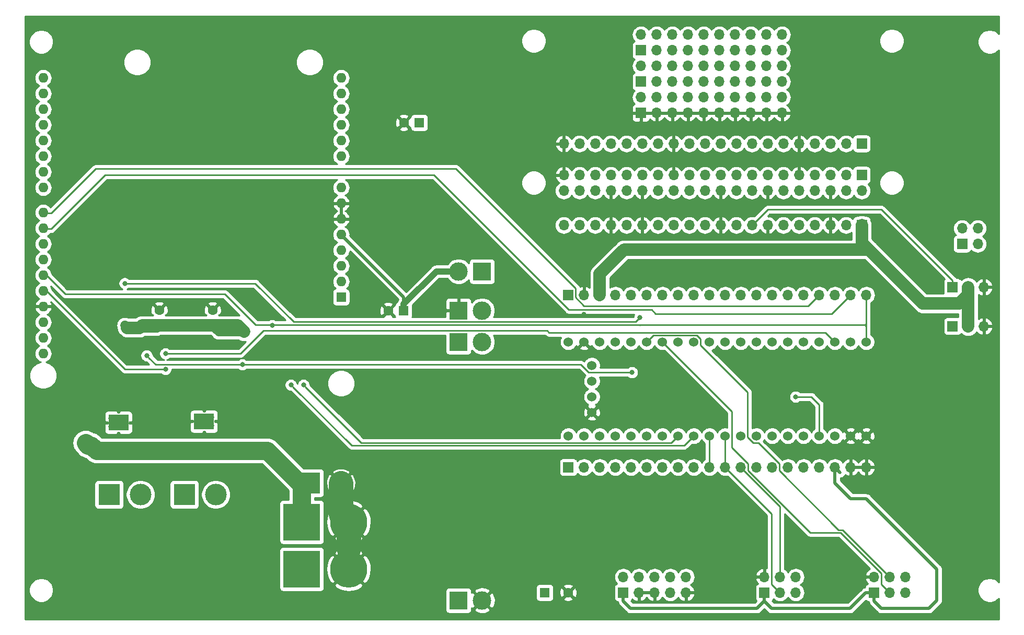
<source format=gbl>
G04 #@! TF.GenerationSoftware,KiCad,Pcbnew,(5.1.2)-2*
G04 #@! TF.CreationDate,2019-06-10T17:10:00+02:00*
G04 #@! TF.ProjectId,GB2,4742322e-6b69-4636-9164-5f7063625858,rev?*
G04 #@! TF.SameCoordinates,Original*
G04 #@! TF.FileFunction,Copper,L2,Bot*
G04 #@! TF.FilePolarity,Positive*
%FSLAX46Y46*%
G04 Gerber Fmt 4.6, Leading zero omitted, Abs format (unit mm)*
G04 Created by KiCad (PCBNEW (5.1.2)-2) date 2019-06-10 17:10:00*
%MOMM*%
%LPD*%
G04 APERTURE LIST*
%ADD10O,1.600000X1.600000*%
%ADD11R,1.600000X1.600000*%
%ADD12C,0.630000*%
%ADD13R,3.300000X2.600000*%
%ADD14C,3.500120*%
%ADD15R,3.500120X3.500120*%
%ADD16C,1.600000*%
%ADD17C,1.524000*%
%ADD18O,1.700000X1.700000*%
%ADD19R,1.700000X1.700000*%
%ADD20C,2.999740*%
%ADD21R,2.999740X2.999740*%
%ADD22C,5.999480*%
%ADD23R,5.999480X5.999480*%
%ADD24C,0.800000*%
%ADD25C,0.250000*%
%ADD26C,4.000000*%
%ADD27C,1.000000*%
%ADD28C,0.500000*%
%ADD29C,2.000000*%
%ADD30C,1.500000*%
%ADD31C,3.000000*%
%ADD32C,0.254000*%
G04 APERTURE END LIST*
D10*
X58928000Y-58928000D03*
X58928000Y-56388000D03*
X58928000Y-96008000D03*
X107188000Y-56388000D03*
X58928000Y-93468000D03*
X107188000Y-58928000D03*
X58928000Y-90928000D03*
X107188000Y-61468000D03*
X58928000Y-88388000D03*
X107188000Y-64008000D03*
X58928000Y-85848000D03*
X107188000Y-66548000D03*
X58928000Y-83308000D03*
X107188000Y-69088000D03*
X58928000Y-80768000D03*
X107188000Y-74168000D03*
X58928000Y-78228000D03*
X107188000Y-76708000D03*
X58928000Y-74168000D03*
X107188000Y-79248000D03*
X58928000Y-71628000D03*
X107188000Y-81788000D03*
X58928000Y-69088000D03*
X107188000Y-84328000D03*
X58928000Y-66548000D03*
X107188000Y-86868000D03*
X58928000Y-64008000D03*
X107188000Y-89408000D03*
X58928000Y-61468000D03*
D11*
X107188000Y-91948000D03*
D10*
X58928000Y-98548000D03*
X58928000Y-101088000D03*
D12*
X69820000Y-112918000D03*
X69820000Y-111618000D03*
X72420000Y-112918000D03*
X71120000Y-112918000D03*
X71120000Y-111618000D03*
X72420000Y-111618000D03*
D13*
X71120000Y-112268000D03*
D12*
X83663000Y-112745000D03*
X83663000Y-111445000D03*
X86263000Y-112745000D03*
X84963000Y-112745000D03*
X84963000Y-111445000D03*
X86263000Y-111445000D03*
D13*
X84963000Y-112095000D03*
D14*
X74676000Y-123952000D03*
D15*
X69596000Y-123952000D03*
D14*
X86868000Y-123952000D03*
D15*
X81788000Y-123952000D03*
D16*
X77724000Y-94020000D03*
D11*
X77724000Y-96520000D03*
D16*
X86360000Y-94020000D03*
D11*
X86360000Y-96520000D03*
D17*
X143980000Y-99210000D03*
X146520000Y-99210000D03*
X149060000Y-99210000D03*
X151600000Y-99210000D03*
X154140000Y-99210000D03*
X156680000Y-99210000D03*
X159220000Y-99210000D03*
X161760000Y-99210000D03*
X164300000Y-99210000D03*
X166840000Y-99210000D03*
X169380000Y-99210000D03*
X171920000Y-99210000D03*
X174460000Y-99210000D03*
X177000000Y-99210000D03*
X179540000Y-99210000D03*
X182080000Y-99210000D03*
X184620000Y-99210000D03*
X187160000Y-99210000D03*
X189700000Y-99210000D03*
X192240000Y-99210000D03*
X192240000Y-114450000D03*
X189700000Y-114450000D03*
X187160000Y-114450000D03*
X184620000Y-114450000D03*
X182080000Y-114450000D03*
X179540000Y-114450000D03*
X177000000Y-114450000D03*
X174460000Y-114450000D03*
X171920000Y-114450000D03*
X169380000Y-114450000D03*
X166840000Y-114450000D03*
X164300000Y-114450000D03*
X161760000Y-114450000D03*
X159220000Y-114450000D03*
X156680000Y-114450000D03*
X154140000Y-114450000D03*
X151600000Y-114450000D03*
X149060000Y-114450000D03*
X146520000Y-114450000D03*
X143980000Y-114450000D03*
X147790000Y-110640000D03*
X147790000Y-108100000D03*
X147790000Y-105560000D03*
X147790000Y-103020000D03*
D18*
X143256000Y-74676000D03*
X143256000Y-72136000D03*
X161036000Y-74676000D03*
X161036000Y-72136000D03*
X166116000Y-74676000D03*
X166116000Y-72136000D03*
X155956000Y-74676000D03*
X155956000Y-72136000D03*
X183896000Y-74676000D03*
X183896000Y-72136000D03*
X153416000Y-74676000D03*
X153416000Y-72136000D03*
X171196000Y-74676000D03*
X171196000Y-72136000D03*
X148336000Y-74676000D03*
X148336000Y-72136000D03*
X150876000Y-74676000D03*
X150876000Y-72136000D03*
X145796000Y-74676000D03*
X145796000Y-72136000D03*
X168656000Y-74676000D03*
X168656000Y-72136000D03*
X181356000Y-74676000D03*
X181356000Y-72136000D03*
X176276000Y-74676000D03*
X176276000Y-72136000D03*
X158496000Y-74676000D03*
X158496000Y-72136000D03*
X178816000Y-74676000D03*
X178816000Y-72136000D03*
X163576000Y-74676000D03*
X163576000Y-72136000D03*
D19*
X191516000Y-72136000D03*
D18*
X191516000Y-74676000D03*
X186436000Y-72136000D03*
X188976000Y-74676000D03*
X173736000Y-74676000D03*
X173736000Y-72136000D03*
X188976000Y-72136000D03*
X186436000Y-74676000D03*
X210312000Y-80772000D03*
X210312000Y-83312000D03*
X207772000Y-80772000D03*
D19*
X207772000Y-83312000D03*
D20*
X130010000Y-99210000D03*
D21*
X126200000Y-99210000D03*
D16*
X117350000Y-63650000D03*
D11*
X119850000Y-63650000D03*
D16*
X114810000Y-94130000D03*
D11*
X117310000Y-94130000D03*
D16*
X143970000Y-139850000D03*
D11*
X140170000Y-139850000D03*
D18*
X178600000Y-49380000D03*
X178600000Y-51920000D03*
X176060000Y-49380000D03*
X176060000Y-51920000D03*
X173520000Y-49380000D03*
X173520000Y-51920000D03*
X170980000Y-49380000D03*
X170980000Y-51920000D03*
X168440000Y-49380000D03*
X168440000Y-51920000D03*
X165900000Y-49380000D03*
X165900000Y-51920000D03*
X163360000Y-49380000D03*
X163360000Y-51920000D03*
X160820000Y-49380000D03*
X160820000Y-51920000D03*
X158280000Y-49380000D03*
X158280000Y-51920000D03*
X155740000Y-49380000D03*
D19*
X155740000Y-51920000D03*
D18*
X178600000Y-54460000D03*
X178600000Y-57000000D03*
X176060000Y-54460000D03*
X176060000Y-57000000D03*
X173520000Y-54460000D03*
X173520000Y-57000000D03*
X170980000Y-54460000D03*
X170980000Y-57000000D03*
X168440000Y-54460000D03*
X168440000Y-57000000D03*
X165900000Y-54460000D03*
X165900000Y-57000000D03*
X163360000Y-54460000D03*
X163360000Y-57000000D03*
X160820000Y-54460000D03*
X160820000Y-57000000D03*
X158280000Y-54460000D03*
X158280000Y-57000000D03*
X155740000Y-54460000D03*
D19*
X155740000Y-57000000D03*
D18*
X178600000Y-59540000D03*
X178600000Y-62080000D03*
X176060000Y-59540000D03*
X176060000Y-62080000D03*
X173520000Y-59540000D03*
X173520000Y-62080000D03*
X170980000Y-59540000D03*
X170980000Y-62080000D03*
X168440000Y-59540000D03*
X168440000Y-62080000D03*
X165900000Y-59540000D03*
X165900000Y-62080000D03*
X163360000Y-59540000D03*
X163360000Y-62080000D03*
X160820000Y-59540000D03*
X160820000Y-62080000D03*
X158280000Y-59540000D03*
X158280000Y-62080000D03*
X155740000Y-59540000D03*
D19*
X155740000Y-62080000D03*
D20*
X126200000Y-87780000D03*
D21*
X130010000Y-87780000D03*
D14*
X107150000Y-122070000D03*
D15*
X102070000Y-122070000D03*
D22*
X108420000Y-128420000D03*
D23*
X100800000Y-128420000D03*
D18*
X211290000Y-96670000D03*
X208750000Y-96670000D03*
D19*
X206210000Y-96670000D03*
D18*
X211290000Y-90320000D03*
X208750000Y-90320000D03*
D19*
X206210000Y-90320000D03*
D18*
X163030000Y-137310000D03*
X163030000Y-139850000D03*
X160490000Y-137310000D03*
X160490000Y-139850000D03*
X157950000Y-137310000D03*
X157950000Y-139850000D03*
X155410000Y-137310000D03*
X155410000Y-139850000D03*
X152870000Y-137310000D03*
D19*
X152870000Y-139850000D03*
D20*
X130010000Y-94130000D03*
D21*
X126200000Y-94130000D03*
D20*
X130010000Y-141120000D03*
D21*
X126200000Y-141120000D03*
D22*
X108420000Y-136040000D03*
D23*
X100800000Y-136040000D03*
D18*
X198590000Y-137310000D03*
X198590000Y-139850000D03*
X196050000Y-137310000D03*
X196050000Y-139850000D03*
X193510000Y-137310000D03*
D19*
X193510000Y-139850000D03*
D18*
X180810000Y-137310000D03*
X180810000Y-139850000D03*
X178270000Y-137310000D03*
X178270000Y-139850000D03*
X175730000Y-137310000D03*
D19*
X175730000Y-139850000D03*
D18*
X192240000Y-119530000D03*
X189700000Y-119530000D03*
X187160000Y-119530000D03*
X184620000Y-119530000D03*
X182080000Y-119530000D03*
X179540000Y-119530000D03*
X177000000Y-119530000D03*
X174460000Y-119530000D03*
X171920000Y-119530000D03*
X169380000Y-119530000D03*
X166840000Y-119530000D03*
X164300000Y-119530000D03*
X161760000Y-119530000D03*
X159220000Y-119530000D03*
X156680000Y-119530000D03*
X154140000Y-119530000D03*
X151600000Y-119530000D03*
X149060000Y-119530000D03*
X146520000Y-119530000D03*
D19*
X143980000Y-119530000D03*
D18*
X192240000Y-91590000D03*
X189700000Y-91590000D03*
X187160000Y-91590000D03*
X184620000Y-91590000D03*
X182080000Y-91590000D03*
X179540000Y-91590000D03*
X177000000Y-91590000D03*
X174460000Y-91590000D03*
X171920000Y-91590000D03*
X169380000Y-91590000D03*
X166840000Y-91590000D03*
X164300000Y-91590000D03*
X161760000Y-91590000D03*
X159220000Y-91590000D03*
X156680000Y-91590000D03*
X154140000Y-91590000D03*
X151600000Y-91590000D03*
X149060000Y-91590000D03*
X146520000Y-91590000D03*
D19*
X143980000Y-91590000D03*
D18*
X143256000Y-67056000D03*
X145796000Y-67056000D03*
X148336000Y-67056000D03*
X150876000Y-67056000D03*
X153416000Y-67056000D03*
X155956000Y-67056000D03*
X158496000Y-67056000D03*
X161036000Y-67056000D03*
X163576000Y-67056000D03*
X166116000Y-67056000D03*
X168656000Y-67056000D03*
X171196000Y-67056000D03*
X173736000Y-67056000D03*
X176276000Y-67056000D03*
X178816000Y-67056000D03*
X181356000Y-67056000D03*
X183896000Y-67056000D03*
X186436000Y-67056000D03*
X188976000Y-67056000D03*
D19*
X191516000Y-67056000D03*
D18*
X143256000Y-80264000D03*
X145796000Y-80264000D03*
X148336000Y-80264000D03*
X150876000Y-80264000D03*
X153416000Y-80264000D03*
X155956000Y-80264000D03*
X158496000Y-80264000D03*
X161036000Y-80264000D03*
X163576000Y-80264000D03*
X166116000Y-80264000D03*
X168656000Y-80264000D03*
X171196000Y-80264000D03*
X173736000Y-80264000D03*
X176276000Y-80264000D03*
X178816000Y-80264000D03*
X181356000Y-80264000D03*
X183896000Y-80264000D03*
X186436000Y-80264000D03*
X188976000Y-80264000D03*
D19*
X191516000Y-80264000D03*
D24*
X81280000Y-128524000D03*
X75692000Y-128524000D03*
X70612000Y-92964000D03*
X132715000Y-73025000D03*
X121285000Y-104775000D03*
X118872000Y-106680000D03*
X123952000Y-106680000D03*
X146520000Y-94780000D03*
X93472000Y-93545000D03*
X86360000Y-86360000D03*
X114300000Y-73660008D03*
X65024000Y-93472000D03*
X86868000Y-109220000D03*
X73025000Y-109393000D03*
X78232000Y-112268000D03*
X79248000Y-112268000D03*
X80264000Y-112268000D03*
X81280000Y-112268000D03*
X74168000Y-112268000D03*
X75184000Y-112268000D03*
X76200000Y-112268000D03*
X77216000Y-112268000D03*
X72136000Y-96520000D03*
X91440000Y-97536000D03*
X79248000Y-116840000D03*
X80772000Y-116840000D03*
X79248000Y-115824000D03*
X80772000Y-115824000D03*
X65786000Y-115570000D03*
X68072000Y-117348000D03*
X67056000Y-117348000D03*
X68072000Y-115824000D03*
X155575000Y-95250000D03*
X99060000Y-106172000D03*
X101092000Y-106172000D03*
X154305000Y-104140000D03*
X180810000Y-108100000D03*
X78740000Y-103632000D03*
X78740000Y-101092000D03*
X96012000Y-96520000D03*
X72136000Y-89708000D03*
X91186000Y-102870000D03*
X75692597Y-101415641D03*
D25*
X107150000Y-127150000D02*
X108420000Y-128420000D01*
D26*
X107150000Y-122070000D02*
X107150000Y-127150000D01*
D25*
X108420000Y-132662272D02*
X108420000Y-136040000D01*
D26*
X108420000Y-128420000D02*
X108420000Y-132662272D01*
D27*
X117310000Y-93080000D02*
X117310000Y-94130000D01*
X122610000Y-87780000D02*
X117310000Y-93080000D01*
X126200000Y-87780000D02*
X122610000Y-87780000D01*
D28*
X117310000Y-91910000D02*
X117310000Y-94130000D01*
X107315000Y-81915000D02*
X117310000Y-91910000D01*
D29*
X191516000Y-80264000D02*
X191516000Y-83114000D01*
X208750000Y-90320000D02*
X208750000Y-96670000D01*
X207270081Y-93002000D02*
X201404000Y-93002000D01*
X208750000Y-91522081D02*
X207270081Y-93002000D01*
X208750000Y-90320000D02*
X208750000Y-91522081D01*
X149060000Y-91590000D02*
X149060000Y-88176000D01*
X153007000Y-84229000D02*
X192631000Y-84229000D01*
X149060000Y-88176000D02*
X153007000Y-84229000D01*
X191516000Y-83114000D02*
X192631000Y-84229000D01*
X192631000Y-84229000D02*
X201404000Y-93002000D01*
D28*
X188009999Y-120379999D02*
X187160000Y-119530000D01*
X174540000Y-142390000D02*
X175730000Y-141200000D01*
X154060000Y-142390000D02*
X174540000Y-142390000D01*
X152870000Y-141200000D02*
X154060000Y-142390000D01*
X152870000Y-139850000D02*
X152870000Y-141200000D01*
X175730000Y-139850000D02*
X175730000Y-141200000D01*
X175730000Y-141200000D02*
X176920000Y-142390000D01*
X176920000Y-142390000D02*
X189620000Y-142390000D01*
X192160000Y-139850000D02*
X193510000Y-139850000D01*
X189620000Y-142390000D02*
X192160000Y-139850000D01*
X193510000Y-141200000D02*
X194700000Y-142390000D01*
X193510000Y-139850000D02*
X193510000Y-141200000D01*
X194700000Y-142390000D02*
X202400000Y-142390000D01*
X202400000Y-142390000D02*
X203670000Y-141120000D01*
X203670000Y-136040000D02*
X192240000Y-124610000D01*
X203670000Y-141120000D02*
X203670000Y-136040000D01*
X192240000Y-124610000D02*
X189700000Y-124610000D01*
X187160000Y-122070000D02*
X187160000Y-119530000D01*
X189700000Y-124610000D02*
X187160000Y-122070000D01*
D25*
X166840000Y-115527630D02*
X166840000Y-119530000D01*
X166840000Y-114450000D02*
X166840000Y-115527630D01*
D30*
X91440000Y-97536000D02*
X87376000Y-97536000D01*
X87376000Y-97536000D02*
X86660001Y-96820001D01*
X77324001Y-96919999D02*
X77423999Y-96820001D01*
X72136000Y-96520000D02*
X72535999Y-96919999D01*
X72535999Y-96919999D02*
X77324001Y-96919999D01*
D29*
X86360000Y-96520000D02*
X77724000Y-96520000D01*
X90424000Y-96520000D02*
X91440000Y-97536000D01*
X86360000Y-96520000D02*
X90424000Y-96520000D01*
X74524001Y-96919999D02*
X72535999Y-96919999D01*
X74924000Y-96520000D02*
X74524001Y-96919999D01*
X77724000Y-96520000D02*
X74924000Y-96520000D01*
D31*
X66185999Y-115969999D02*
X65786000Y-115570000D01*
X66693999Y-115969999D02*
X66185999Y-115969999D01*
X67564000Y-116840000D02*
X66693999Y-115969999D01*
X95219740Y-116840000D02*
X67564000Y-116840000D01*
X100800000Y-122420260D02*
X95219740Y-116840000D01*
X100800000Y-128420000D02*
X100800000Y-122420260D01*
D25*
X192240000Y-95869998D02*
X192240000Y-99210000D01*
X192075000Y-96520000D02*
X192240000Y-96685000D01*
X192240000Y-99210000D02*
X192240000Y-96685000D01*
X155575000Y-96520000D02*
X155575000Y-96520000D01*
X155575000Y-95344989D02*
X155575000Y-95250000D01*
X164300000Y-114450000D02*
X162762990Y-115987010D01*
X162762990Y-115987010D02*
X108875010Y-115987010D01*
X99459999Y-106571999D02*
X99060000Y-106172000D01*
X108875010Y-115987010D02*
X99459999Y-106571999D01*
X161760000Y-114450000D02*
X160672999Y-115537001D01*
X160672999Y-115537001D02*
X110457001Y-115537001D01*
X101491999Y-106571999D02*
X101092000Y-106172000D01*
X110457001Y-115537001D02*
X101491999Y-106571999D01*
X188850001Y-92439999D02*
X189700000Y-91590000D01*
X186675000Y-94615000D02*
X188850001Y-92439999D01*
X158115000Y-94615000D02*
X186675000Y-94615000D01*
X60186370Y-80895000D02*
X68945370Y-72136000D01*
X59055000Y-80895000D02*
X60186370Y-80895000D01*
X68945370Y-72136000D02*
X122240998Y-72136000D01*
X122240998Y-72136000D02*
X144084998Y-93980000D01*
X144084998Y-93980000D02*
X157480000Y-93980000D01*
X157480000Y-93980000D02*
X158115000Y-94615000D01*
X182865000Y-93345000D02*
X184620000Y-91590000D01*
X146535998Y-93345000D02*
X182865000Y-93345000D01*
X60186370Y-78355000D02*
X67421370Y-71120000D01*
X59055000Y-78355000D02*
X60186370Y-78355000D01*
X67421370Y-71120000D02*
X125795002Y-71120000D01*
X125795002Y-71120000D02*
X145155001Y-90479999D01*
X145155001Y-90479999D02*
X145155001Y-91964003D01*
X145155001Y-91964003D02*
X146535998Y-93345000D01*
X146031238Y-102870000D02*
X147301238Y-104140000D01*
X104775000Y-102870000D02*
X146031238Y-102870000D01*
X147301238Y-104140000D02*
X154305000Y-104140000D01*
X154305000Y-104140000D02*
X154305000Y-104140000D01*
X170467001Y-110457001D02*
X159981999Y-99971999D01*
X159981999Y-99971999D02*
X159220000Y-99210000D01*
X170467001Y-116337999D02*
X170467001Y-110457001D01*
X173095001Y-120068591D02*
X173095001Y-118965999D01*
X183166420Y-130140010D02*
X173095001Y-120068591D01*
X188079012Y-130140010D02*
X183166420Y-130140010D01*
X173095001Y-118965999D02*
X170467001Y-116337999D01*
X194685001Y-136745999D02*
X188079012Y-130140010D01*
X194685001Y-138485001D02*
X194685001Y-136745999D01*
X196050000Y-139850000D02*
X194685001Y-138485001D01*
X164821761Y-98122999D02*
X157767001Y-98122999D01*
X165387001Y-98688239D02*
X164821761Y-98122999D01*
X157767001Y-98122999D02*
X157441999Y-98448001D01*
X173007001Y-107351761D02*
X165387001Y-99731761D01*
X165387001Y-99731761D02*
X165387001Y-98688239D01*
X173938239Y-115537001D02*
X173007001Y-114605763D01*
X178175001Y-118965999D02*
X174746003Y-115537001D01*
X178175001Y-120094001D02*
X178175001Y-118965999D01*
X174746003Y-115537001D02*
X173938239Y-115537001D01*
X187771000Y-129690000D02*
X178175001Y-120094001D01*
X173007001Y-114605763D02*
X173007001Y-107351761D01*
X188430000Y-129690000D02*
X187771000Y-129690000D01*
X157441999Y-98448001D02*
X156680000Y-99210000D01*
X196050000Y-137310000D02*
X188430000Y-129690000D01*
X178270000Y-125880000D02*
X171920000Y-119530000D01*
X178270000Y-137310000D02*
X178270000Y-125880000D01*
X169380000Y-115527630D02*
X169380000Y-114450000D01*
X169380000Y-119530000D02*
X169380000Y-115527630D01*
X176905001Y-127055001D02*
X169380000Y-119530000D01*
X176905001Y-138485001D02*
X176905001Y-127055001D01*
X178270000Y-139850000D02*
X176905001Y-138485001D01*
X180810000Y-108100000D02*
X183350000Y-108100000D01*
X183350000Y-108100000D02*
X184620000Y-109370000D01*
X184620000Y-109370000D02*
X184620000Y-114450000D01*
X206210000Y-89220000D02*
X194714000Y-77724000D01*
X206210000Y-90320000D02*
X206210000Y-89220000D01*
X194714000Y-77724000D02*
X176276000Y-77724000D01*
X176276000Y-77724000D02*
X173736000Y-80264000D01*
X60235999Y-91727999D02*
X60235999Y-91731999D01*
X59436000Y-90928000D02*
X60235999Y-91727999D01*
X60235999Y-91731999D02*
X72136000Y-103632000D01*
X72136000Y-103632000D02*
X78740000Y-103632000D01*
X187160000Y-99210000D02*
X185622990Y-97672990D01*
X185622990Y-97672990D02*
X140834228Y-97672990D01*
X140834228Y-97672990D02*
X140565129Y-97403891D01*
X140565129Y-97403891D02*
X140565129Y-97385129D01*
X140565129Y-97385129D02*
X94596090Y-97385129D01*
X90889219Y-101092000D02*
X78740000Y-101092000D01*
X94596090Y-97385129D02*
X90889219Y-101092000D01*
X192240000Y-96685000D02*
X192240000Y-96228000D01*
X192240000Y-96228000D02*
X192240000Y-91590000D01*
X59436000Y-88388000D02*
X62488000Y-91440000D01*
X93328217Y-96418998D02*
X192049002Y-96418998D01*
X192049002Y-96418998D02*
X192240000Y-96228000D01*
X88349219Y-91440000D02*
X93328217Y-96418998D01*
X62488000Y-91440000D02*
X88349219Y-91440000D01*
X72136000Y-89708000D02*
X93264000Y-89708000D01*
X155175001Y-95649999D02*
X155575000Y-95250000D01*
X154870129Y-95954871D02*
X155175001Y-95649999D01*
X99510871Y-95954871D02*
X154870129Y-95954871D01*
X93264000Y-89708000D02*
X99510871Y-95954871D01*
X104775000Y-102870000D02*
X91186000Y-102870000D01*
X76092596Y-101815640D02*
X75692597Y-101415641D01*
X77146956Y-102870000D02*
X76092596Y-101815640D01*
X91186000Y-102870000D02*
X77146956Y-102870000D01*
D32*
G36*
X213741000Y-49243785D02*
G01*
X213505364Y-49008149D01*
X213180250Y-48790915D01*
X212819003Y-48641282D01*
X212435505Y-48565000D01*
X212044495Y-48565000D01*
X211660997Y-48641282D01*
X211299750Y-48790915D01*
X210974636Y-49008149D01*
X210698149Y-49284636D01*
X210480915Y-49609750D01*
X210331282Y-49970997D01*
X210255000Y-50354495D01*
X210255000Y-50745505D01*
X210331282Y-51129003D01*
X210480915Y-51490250D01*
X210698149Y-51815364D01*
X210974636Y-52091851D01*
X211299750Y-52309085D01*
X211660997Y-52458718D01*
X212044495Y-52535000D01*
X212435505Y-52535000D01*
X212819003Y-52458718D01*
X213180250Y-52309085D01*
X213505364Y-52091851D01*
X213741000Y-51856215D01*
X213741000Y-138143785D01*
X213505364Y-137908149D01*
X213180250Y-137690915D01*
X212819003Y-137541282D01*
X212435505Y-137465000D01*
X212044495Y-137465000D01*
X211660997Y-137541282D01*
X211299750Y-137690915D01*
X210974636Y-137908149D01*
X210698149Y-138184636D01*
X210480915Y-138509750D01*
X210331282Y-138870997D01*
X210255000Y-139254495D01*
X210255000Y-139645505D01*
X210331282Y-140029003D01*
X210480915Y-140390250D01*
X210698149Y-140715364D01*
X210974636Y-140991851D01*
X211299750Y-141209085D01*
X211660997Y-141358718D01*
X212044495Y-141435000D01*
X212435505Y-141435000D01*
X212819003Y-141358718D01*
X213180250Y-141209085D01*
X213505364Y-140991851D01*
X213741000Y-140756215D01*
X213741000Y-144145000D01*
X56007000Y-144145000D01*
X56007000Y-139254495D01*
X56615000Y-139254495D01*
X56615000Y-139645505D01*
X56691282Y-140029003D01*
X56840915Y-140390250D01*
X57058149Y-140715364D01*
X57334636Y-140991851D01*
X57659750Y-141209085D01*
X58020997Y-141358718D01*
X58404495Y-141435000D01*
X58795505Y-141435000D01*
X59179003Y-141358718D01*
X59540250Y-141209085D01*
X59865364Y-140991851D01*
X60141851Y-140715364D01*
X60359085Y-140390250D01*
X60508718Y-140029003D01*
X60585000Y-139645505D01*
X60585000Y-139254495D01*
X60508718Y-138870997D01*
X60359085Y-138509750D01*
X60141851Y-138184636D01*
X59865364Y-137908149D01*
X59540250Y-137690915D01*
X59179003Y-137541282D01*
X58795505Y-137465000D01*
X58404495Y-137465000D01*
X58020997Y-137541282D01*
X57659750Y-137690915D01*
X57334636Y-137908149D01*
X57058149Y-138184636D01*
X56840915Y-138509750D01*
X56691282Y-138870997D01*
X56615000Y-139254495D01*
X56007000Y-139254495D01*
X56007000Y-133040260D01*
X97162188Y-133040260D01*
X97162188Y-139039740D01*
X97174448Y-139164222D01*
X97210758Y-139283920D01*
X97269723Y-139394234D01*
X97349075Y-139490925D01*
X97445766Y-139570277D01*
X97556080Y-139629242D01*
X97675778Y-139665552D01*
X97800260Y-139677812D01*
X103799740Y-139677812D01*
X103924222Y-139665552D01*
X104043920Y-139629242D01*
X104154234Y-139570277D01*
X104250925Y-139490925D01*
X104330277Y-139394234D01*
X104389242Y-139283920D01*
X104425552Y-139164222D01*
X104437812Y-139039740D01*
X104437812Y-138598502D01*
X106041103Y-138598502D01*
X106377260Y-139067657D01*
X107007177Y-139408000D01*
X107691388Y-139618913D01*
X108403599Y-139692290D01*
X109116441Y-139625311D01*
X109133800Y-139620130D01*
X124062058Y-139620130D01*
X124062058Y-142619870D01*
X124074318Y-142744352D01*
X124110628Y-142864050D01*
X124169593Y-142974364D01*
X124248945Y-143071055D01*
X124345636Y-143150407D01*
X124455950Y-143209372D01*
X124575648Y-143245682D01*
X124700130Y-143257942D01*
X127699870Y-143257942D01*
X127824352Y-143245682D01*
X127944050Y-143209372D01*
X128054364Y-143150407D01*
X128151055Y-143071055D01*
X128230407Y-142974364D01*
X128289372Y-142864050D01*
X128325682Y-142744352D01*
X128337942Y-142619870D01*
X128337942Y-142611561D01*
X128698044Y-142611561D01*
X128854040Y-142927108D01*
X129228800Y-143117901D01*
X129633582Y-143231917D01*
X130052829Y-143264772D01*
X130470431Y-143215205D01*
X130870339Y-143085121D01*
X131165960Y-142927108D01*
X131321956Y-142611561D01*
X130010000Y-141299605D01*
X128698044Y-142611561D01*
X128337942Y-142611561D01*
X128337942Y-142342724D01*
X128518439Y-142431956D01*
X129830395Y-141120000D01*
X130189605Y-141120000D01*
X131501561Y-142431956D01*
X131817108Y-142275960D01*
X132007901Y-141901200D01*
X132121917Y-141496418D01*
X132154772Y-141077171D01*
X132105205Y-140659569D01*
X131975121Y-140259661D01*
X131817108Y-139964040D01*
X131501561Y-139808044D01*
X130189605Y-141120000D01*
X129830395Y-141120000D01*
X128518439Y-139808044D01*
X128337942Y-139897276D01*
X128337942Y-139628439D01*
X128698044Y-139628439D01*
X130010000Y-140940395D01*
X131321956Y-139628439D01*
X131165960Y-139312892D01*
X130791200Y-139122099D01*
X130535233Y-139050000D01*
X138731928Y-139050000D01*
X138731928Y-140650000D01*
X138744188Y-140774482D01*
X138780498Y-140894180D01*
X138839463Y-141004494D01*
X138918815Y-141101185D01*
X139015506Y-141180537D01*
X139125820Y-141239502D01*
X139245518Y-141275812D01*
X139370000Y-141288072D01*
X140970000Y-141288072D01*
X141094482Y-141275812D01*
X141214180Y-141239502D01*
X141324494Y-141180537D01*
X141421185Y-141101185D01*
X141500537Y-141004494D01*
X141559502Y-140894180D01*
X141575117Y-140842702D01*
X143156903Y-140842702D01*
X143228486Y-141086671D01*
X143483996Y-141207571D01*
X143758184Y-141276300D01*
X144040512Y-141290217D01*
X144320130Y-141248787D01*
X144586292Y-141153603D01*
X144711514Y-141086671D01*
X144783097Y-140842702D01*
X143970000Y-140029605D01*
X143156903Y-140842702D01*
X141575117Y-140842702D01*
X141595812Y-140774482D01*
X141608072Y-140650000D01*
X141608072Y-139920512D01*
X142529783Y-139920512D01*
X142571213Y-140200130D01*
X142666397Y-140466292D01*
X142733329Y-140591514D01*
X142977298Y-140663097D01*
X143790395Y-139850000D01*
X144149605Y-139850000D01*
X144962702Y-140663097D01*
X145206671Y-140591514D01*
X145327571Y-140336004D01*
X145396300Y-140061816D01*
X145410217Y-139779488D01*
X145368787Y-139499870D01*
X145273603Y-139233708D01*
X145206671Y-139108486D01*
X144962702Y-139036903D01*
X144149605Y-139850000D01*
X143790395Y-139850000D01*
X142977298Y-139036903D01*
X142733329Y-139108486D01*
X142612429Y-139363996D01*
X142543700Y-139638184D01*
X142529783Y-139920512D01*
X141608072Y-139920512D01*
X141608072Y-139050000D01*
X141595812Y-138925518D01*
X141575118Y-138857298D01*
X143156903Y-138857298D01*
X143970000Y-139670395D01*
X144783097Y-138857298D01*
X144711514Y-138613329D01*
X144456004Y-138492429D01*
X144181816Y-138423700D01*
X143899488Y-138409783D01*
X143619870Y-138451213D01*
X143353708Y-138546397D01*
X143228486Y-138613329D01*
X143156903Y-138857298D01*
X141575118Y-138857298D01*
X141559502Y-138805820D01*
X141500537Y-138695506D01*
X141421185Y-138598815D01*
X141324494Y-138519463D01*
X141214180Y-138460498D01*
X141094482Y-138424188D01*
X140970000Y-138411928D01*
X139370000Y-138411928D01*
X139245518Y-138424188D01*
X139125820Y-138460498D01*
X139015506Y-138519463D01*
X138918815Y-138598815D01*
X138839463Y-138695506D01*
X138780498Y-138805820D01*
X138744188Y-138925518D01*
X138731928Y-139050000D01*
X130535233Y-139050000D01*
X130386418Y-139008083D01*
X129967171Y-138975228D01*
X129549569Y-139024795D01*
X129149661Y-139154879D01*
X128854040Y-139312892D01*
X128698044Y-139628439D01*
X128337942Y-139628439D01*
X128337942Y-139620130D01*
X128325682Y-139495648D01*
X128289372Y-139375950D01*
X128230407Y-139265636D01*
X128151055Y-139168945D01*
X128054364Y-139089593D01*
X127944050Y-139030628D01*
X127824352Y-138994318D01*
X127699870Y-138982058D01*
X124700130Y-138982058D01*
X124575648Y-138994318D01*
X124455950Y-139030628D01*
X124345636Y-139089593D01*
X124248945Y-139168945D01*
X124169593Y-139265636D01*
X124110628Y-139375950D01*
X124074318Y-139495648D01*
X124062058Y-139620130D01*
X109133800Y-139620130D01*
X109802518Y-139420552D01*
X110435466Y-139085879D01*
X110462740Y-139067657D01*
X110798897Y-138598502D01*
X108420000Y-136219605D01*
X106041103Y-138598502D01*
X104437812Y-138598502D01*
X104437812Y-136023599D01*
X104767710Y-136023599D01*
X104834689Y-136736441D01*
X105039448Y-137422518D01*
X105374121Y-138055466D01*
X105392343Y-138082740D01*
X105861498Y-138418897D01*
X108240395Y-136040000D01*
X108599605Y-136040000D01*
X110978502Y-138418897D01*
X111447657Y-138082740D01*
X111788000Y-137452823D01*
X111998913Y-136768612D01*
X112072290Y-136056401D01*
X112005311Y-135343559D01*
X111800552Y-134657482D01*
X111465879Y-134024534D01*
X111447657Y-133997260D01*
X110978502Y-133661103D01*
X108599605Y-136040000D01*
X108240395Y-136040000D01*
X105861498Y-133661103D01*
X105392343Y-133997260D01*
X105052000Y-134627177D01*
X104841087Y-135311388D01*
X104767710Y-136023599D01*
X104437812Y-136023599D01*
X104437812Y-133481498D01*
X106041103Y-133481498D01*
X108420000Y-135860395D01*
X110798897Y-133481498D01*
X110462740Y-133012343D01*
X109832823Y-132672000D01*
X109148612Y-132461087D01*
X108436401Y-132387710D01*
X107723559Y-132454689D01*
X107037482Y-132659448D01*
X106404534Y-132994121D01*
X106377260Y-133012343D01*
X106041103Y-133481498D01*
X104437812Y-133481498D01*
X104437812Y-133040260D01*
X104425552Y-132915778D01*
X104389242Y-132796080D01*
X104330277Y-132685766D01*
X104250925Y-132589075D01*
X104154234Y-132509723D01*
X104043920Y-132450758D01*
X103924222Y-132414448D01*
X103799740Y-132402188D01*
X97800260Y-132402188D01*
X97675778Y-132414448D01*
X97556080Y-132450758D01*
X97445766Y-132509723D01*
X97349075Y-132589075D01*
X97269723Y-132685766D01*
X97210758Y-132796080D01*
X97174448Y-132915778D01*
X97162188Y-133040260D01*
X56007000Y-133040260D01*
X56007000Y-122201940D01*
X67207868Y-122201940D01*
X67207868Y-125702060D01*
X67220128Y-125826542D01*
X67256438Y-125946240D01*
X67315403Y-126056554D01*
X67394755Y-126153245D01*
X67491446Y-126232597D01*
X67601760Y-126291562D01*
X67721458Y-126327872D01*
X67845940Y-126340132D01*
X71346060Y-126340132D01*
X71470542Y-126327872D01*
X71590240Y-126291562D01*
X71700554Y-126232597D01*
X71797245Y-126153245D01*
X71876597Y-126056554D01*
X71935562Y-125946240D01*
X71971872Y-125826542D01*
X71984132Y-125702060D01*
X71984132Y-123717092D01*
X72290940Y-123717092D01*
X72290940Y-124186908D01*
X72382597Y-124647696D01*
X72562387Y-125081749D01*
X72823403Y-125472387D01*
X73155613Y-125804597D01*
X73546251Y-126065613D01*
X73980304Y-126245403D01*
X74441092Y-126337060D01*
X74910908Y-126337060D01*
X75371696Y-126245403D01*
X75805749Y-126065613D01*
X76196387Y-125804597D01*
X76528597Y-125472387D01*
X76789613Y-125081749D01*
X76969403Y-124647696D01*
X77061060Y-124186908D01*
X77061060Y-123717092D01*
X76969403Y-123256304D01*
X76789613Y-122822251D01*
X76528597Y-122431613D01*
X76298924Y-122201940D01*
X79399868Y-122201940D01*
X79399868Y-125702060D01*
X79412128Y-125826542D01*
X79448438Y-125946240D01*
X79507403Y-126056554D01*
X79586755Y-126153245D01*
X79683446Y-126232597D01*
X79793760Y-126291562D01*
X79913458Y-126327872D01*
X80037940Y-126340132D01*
X83538060Y-126340132D01*
X83662542Y-126327872D01*
X83782240Y-126291562D01*
X83892554Y-126232597D01*
X83989245Y-126153245D01*
X84068597Y-126056554D01*
X84127562Y-125946240D01*
X84163872Y-125826542D01*
X84176132Y-125702060D01*
X84176132Y-123717092D01*
X84482940Y-123717092D01*
X84482940Y-124186908D01*
X84574597Y-124647696D01*
X84754387Y-125081749D01*
X85015403Y-125472387D01*
X85347613Y-125804597D01*
X85738251Y-126065613D01*
X86172304Y-126245403D01*
X86633092Y-126337060D01*
X87102908Y-126337060D01*
X87563696Y-126245403D01*
X87997749Y-126065613D01*
X88388387Y-125804597D01*
X88720597Y-125472387D01*
X88981613Y-125081749D01*
X89161403Y-124647696D01*
X89253060Y-124186908D01*
X89253060Y-123717092D01*
X89161403Y-123256304D01*
X88981613Y-122822251D01*
X88720597Y-122431613D01*
X88388387Y-122099403D01*
X87997749Y-121838387D01*
X87563696Y-121658597D01*
X87102908Y-121566940D01*
X86633092Y-121566940D01*
X86172304Y-121658597D01*
X85738251Y-121838387D01*
X85347613Y-122099403D01*
X85015403Y-122431613D01*
X84754387Y-122822251D01*
X84574597Y-123256304D01*
X84482940Y-123717092D01*
X84176132Y-123717092D01*
X84176132Y-122201940D01*
X84163872Y-122077458D01*
X84127562Y-121957760D01*
X84068597Y-121847446D01*
X83989245Y-121750755D01*
X83892554Y-121671403D01*
X83782240Y-121612438D01*
X83662542Y-121576128D01*
X83538060Y-121563868D01*
X80037940Y-121563868D01*
X79913458Y-121576128D01*
X79793760Y-121612438D01*
X79683446Y-121671403D01*
X79586755Y-121750755D01*
X79507403Y-121847446D01*
X79448438Y-121957760D01*
X79412128Y-122077458D01*
X79399868Y-122201940D01*
X76298924Y-122201940D01*
X76196387Y-122099403D01*
X75805749Y-121838387D01*
X75371696Y-121658597D01*
X74910908Y-121566940D01*
X74441092Y-121566940D01*
X73980304Y-121658597D01*
X73546251Y-121838387D01*
X73155613Y-122099403D01*
X72823403Y-122431613D01*
X72562387Y-122822251D01*
X72382597Y-123256304D01*
X72290940Y-123717092D01*
X71984132Y-123717092D01*
X71984132Y-122201940D01*
X71971872Y-122077458D01*
X71935562Y-121957760D01*
X71876597Y-121847446D01*
X71797245Y-121750755D01*
X71700554Y-121671403D01*
X71590240Y-121612438D01*
X71470542Y-121576128D01*
X71346060Y-121563868D01*
X67845940Y-121563868D01*
X67721458Y-121576128D01*
X67601760Y-121612438D01*
X67491446Y-121671403D01*
X67394755Y-121750755D01*
X67315403Y-121847446D01*
X67256438Y-121957760D01*
X67220128Y-122077458D01*
X67207868Y-122201940D01*
X56007000Y-122201940D01*
X56007000Y-115570000D01*
X63640671Y-115570000D01*
X63681893Y-115988533D01*
X63803975Y-116390982D01*
X64002224Y-116761881D01*
X64202165Y-117005510D01*
X64602162Y-117405507D01*
X64669022Y-117486976D01*
X64994118Y-117753776D01*
X65365017Y-117952025D01*
X65767466Y-118074107D01*
X65779996Y-118075341D01*
X65980163Y-118275508D01*
X66047023Y-118356977D01*
X66372119Y-118623777D01*
X66743018Y-118822026D01*
X67145467Y-118944108D01*
X67459118Y-118975000D01*
X67459127Y-118975000D01*
X67563999Y-118985329D01*
X67668871Y-118975000D01*
X94335395Y-118975000D01*
X98665001Y-123304607D01*
X98665001Y-124782188D01*
X97800260Y-124782188D01*
X97675778Y-124794448D01*
X97556080Y-124830758D01*
X97445766Y-124889723D01*
X97349075Y-124969075D01*
X97269723Y-125065766D01*
X97210758Y-125176080D01*
X97174448Y-125295778D01*
X97162188Y-125420260D01*
X97162188Y-131419740D01*
X97174448Y-131544222D01*
X97210758Y-131663920D01*
X97269723Y-131774234D01*
X97349075Y-131870925D01*
X97445766Y-131950277D01*
X97556080Y-132009242D01*
X97675778Y-132045552D01*
X97800260Y-132057812D01*
X103799740Y-132057812D01*
X103924222Y-132045552D01*
X104043920Y-132009242D01*
X104154234Y-131950277D01*
X104250925Y-131870925D01*
X104330277Y-131774234D01*
X104389242Y-131663920D01*
X104425552Y-131544222D01*
X104437812Y-131419740D01*
X104437812Y-130978502D01*
X106041103Y-130978502D01*
X106377260Y-131447657D01*
X107007177Y-131788000D01*
X107691388Y-131998913D01*
X108403599Y-132072290D01*
X109116441Y-132005311D01*
X109802518Y-131800552D01*
X110435466Y-131465879D01*
X110462740Y-131447657D01*
X110798897Y-130978502D01*
X108420000Y-128599605D01*
X106041103Y-130978502D01*
X104437812Y-130978502D01*
X104437812Y-128403599D01*
X104767710Y-128403599D01*
X104834689Y-129116441D01*
X105039448Y-129802518D01*
X105374121Y-130435466D01*
X105392343Y-130462740D01*
X105861498Y-130798897D01*
X108240395Y-128420000D01*
X108599605Y-128420000D01*
X110978502Y-130798897D01*
X111447657Y-130462740D01*
X111788000Y-129832823D01*
X111998913Y-129148612D01*
X112072290Y-128436401D01*
X112005311Y-127723559D01*
X111800552Y-127037482D01*
X111465879Y-126404534D01*
X111447657Y-126377260D01*
X110978502Y-126041103D01*
X108599605Y-128420000D01*
X108240395Y-128420000D01*
X105861498Y-126041103D01*
X105392343Y-126377260D01*
X105052000Y-127007177D01*
X104841087Y-127691388D01*
X104767710Y-128403599D01*
X104437812Y-128403599D01*
X104437812Y-125861498D01*
X106041103Y-125861498D01*
X108420000Y-128240395D01*
X110798897Y-125861498D01*
X110462740Y-125392343D01*
X109832823Y-125052000D01*
X109148612Y-124841087D01*
X108436401Y-124767710D01*
X107723559Y-124834689D01*
X107037482Y-125039448D01*
X106404534Y-125374121D01*
X106377260Y-125392343D01*
X106041103Y-125861498D01*
X104437812Y-125861498D01*
X104437812Y-125420260D01*
X104425552Y-125295778D01*
X104389242Y-125176080D01*
X104330277Y-125065766D01*
X104250925Y-124969075D01*
X104154234Y-124889723D01*
X104043920Y-124830758D01*
X103924222Y-124794448D01*
X103799740Y-124782188D01*
X102935000Y-124782188D01*
X102935000Y-124458132D01*
X103820060Y-124458132D01*
X103944542Y-124445872D01*
X104064240Y-124409562D01*
X104174554Y-124350597D01*
X104271245Y-124271245D01*
X104350597Y-124174554D01*
X104409562Y-124064240D01*
X104445872Y-123944542D01*
X104458132Y-123820060D01*
X104458132Y-123739651D01*
X105659954Y-123739651D01*
X105846039Y-124080815D01*
X106263384Y-124296568D01*
X106714802Y-124426755D01*
X107182944Y-124466374D01*
X107649821Y-124413901D01*
X108097489Y-124271354D01*
X108453961Y-124080815D01*
X108640046Y-123739651D01*
X107150000Y-122249605D01*
X105659954Y-123739651D01*
X104458132Y-123739651D01*
X104458132Y-122102944D01*
X104753626Y-122102944D01*
X104806099Y-122569821D01*
X104948646Y-123017489D01*
X105139185Y-123373961D01*
X105480349Y-123560046D01*
X106970395Y-122070000D01*
X107329605Y-122070000D01*
X108819651Y-123560046D01*
X109160815Y-123373961D01*
X109376568Y-122956616D01*
X109506755Y-122505198D01*
X109546374Y-122037056D01*
X109493901Y-121570179D01*
X109351354Y-121122511D01*
X109160815Y-120766039D01*
X108819651Y-120579954D01*
X107329605Y-122070000D01*
X106970395Y-122070000D01*
X105480349Y-120579954D01*
X105139185Y-120766039D01*
X104923432Y-121183384D01*
X104793245Y-121634802D01*
X104753626Y-122102944D01*
X104458132Y-122102944D01*
X104458132Y-120400349D01*
X105659954Y-120400349D01*
X107150000Y-121890395D01*
X108640046Y-120400349D01*
X108453961Y-120059185D01*
X108036616Y-119843432D01*
X107585198Y-119713245D01*
X107117056Y-119673626D01*
X106650179Y-119726099D01*
X106202511Y-119868646D01*
X105846039Y-120059185D01*
X105659954Y-120400349D01*
X104458132Y-120400349D01*
X104458132Y-120319940D01*
X104445872Y-120195458D01*
X104409562Y-120075760D01*
X104350597Y-119965446D01*
X104271245Y-119868755D01*
X104174554Y-119789403D01*
X104064240Y-119730438D01*
X103944542Y-119694128D01*
X103820060Y-119681868D01*
X101080954Y-119681868D01*
X96803575Y-115404490D01*
X96736717Y-115323023D01*
X96411621Y-115056223D01*
X96040722Y-114857974D01*
X95638273Y-114735892D01*
X95324622Y-114705000D01*
X95324612Y-114705000D01*
X95219740Y-114694671D01*
X95114868Y-114705000D01*
X68448345Y-114705000D01*
X68277834Y-114534489D01*
X68210976Y-114453022D01*
X67885880Y-114186222D01*
X67514981Y-113987973D01*
X67112532Y-113865891D01*
X67069831Y-113861685D01*
X66977881Y-113786224D01*
X66606982Y-113587975D01*
X66204533Y-113465893D01*
X65786000Y-113424671D01*
X65367467Y-113465893D01*
X64965018Y-113587975D01*
X64594119Y-113786224D01*
X64269023Y-114053023D01*
X64002224Y-114378119D01*
X63803975Y-114749018D01*
X63681893Y-115151467D01*
X63640671Y-115570000D01*
X56007000Y-115570000D01*
X56007000Y-110968000D01*
X68831928Y-110968000D01*
X68835000Y-111982250D01*
X68993750Y-112141000D01*
X69362629Y-112141000D01*
X69354898Y-112262708D01*
X69354266Y-112263340D01*
X69354562Y-112268000D01*
X69354266Y-112272660D01*
X69354898Y-112273292D01*
X69362629Y-112395000D01*
X68993750Y-112395000D01*
X68835000Y-112553750D01*
X68831928Y-113568000D01*
X68844188Y-113692482D01*
X68880498Y-113812180D01*
X68939463Y-113922494D01*
X69018815Y-114019185D01*
X69115506Y-114098537D01*
X69225820Y-114157502D01*
X69345518Y-114193812D01*
X69470000Y-114206072D01*
X70834250Y-114203000D01*
X70993000Y-114044250D01*
X70993000Y-113861602D01*
X71022626Y-113867619D01*
X71209758Y-113868369D01*
X71247000Y-113861116D01*
X71247000Y-114044250D01*
X71405750Y-114203000D01*
X72770000Y-114206072D01*
X72894482Y-114193812D01*
X73014180Y-114157502D01*
X73124494Y-114098537D01*
X73221185Y-114019185D01*
X73300537Y-113922494D01*
X73359502Y-113812180D01*
X73395812Y-113692482D01*
X73408072Y-113568000D01*
X73405000Y-112553750D01*
X73246250Y-112395000D01*
X72877371Y-112395000D01*
X72885102Y-112273292D01*
X72885734Y-112272660D01*
X72885438Y-112268000D01*
X72885734Y-112263340D01*
X72885102Y-112262708D01*
X72877371Y-112141000D01*
X73246250Y-112141000D01*
X73405000Y-111982250D01*
X73408072Y-110968000D01*
X73395812Y-110843518D01*
X73381095Y-110795000D01*
X82674928Y-110795000D01*
X82678000Y-111809250D01*
X82836750Y-111968000D01*
X83205629Y-111968000D01*
X83197898Y-112089708D01*
X83197266Y-112090340D01*
X83197562Y-112095000D01*
X83197266Y-112099660D01*
X83197898Y-112100292D01*
X83205629Y-112222000D01*
X82836750Y-112222000D01*
X82678000Y-112380750D01*
X82674928Y-113395000D01*
X82687188Y-113519482D01*
X82723498Y-113639180D01*
X82782463Y-113749494D01*
X82861815Y-113846185D01*
X82958506Y-113925537D01*
X83068820Y-113984502D01*
X83188518Y-114020812D01*
X83313000Y-114033072D01*
X84677250Y-114030000D01*
X84836000Y-113871250D01*
X84836000Y-113688602D01*
X84865626Y-113694619D01*
X85052758Y-113695369D01*
X85090000Y-113688116D01*
X85090000Y-113871250D01*
X85248750Y-114030000D01*
X86613000Y-114033072D01*
X86737482Y-114020812D01*
X86857180Y-113984502D01*
X86967494Y-113925537D01*
X87064185Y-113846185D01*
X87143537Y-113749494D01*
X87202502Y-113639180D01*
X87238812Y-113519482D01*
X87251072Y-113395000D01*
X87248000Y-112380750D01*
X87089250Y-112222000D01*
X86720371Y-112222000D01*
X86728102Y-112100292D01*
X86728734Y-112099660D01*
X86728438Y-112095000D01*
X86728734Y-112090340D01*
X86728102Y-112089708D01*
X86720371Y-111968000D01*
X87089250Y-111968000D01*
X87248000Y-111809250D01*
X87251072Y-110795000D01*
X87238812Y-110670518D01*
X87202502Y-110550820D01*
X87143537Y-110440506D01*
X87064185Y-110343815D01*
X86967494Y-110264463D01*
X86857180Y-110205498D01*
X86737482Y-110169188D01*
X86613000Y-110156928D01*
X85248750Y-110160000D01*
X85090000Y-110318750D01*
X85090000Y-110501398D01*
X85060374Y-110495381D01*
X84873242Y-110494631D01*
X84836000Y-110501884D01*
X84836000Y-110318750D01*
X84677250Y-110160000D01*
X83313000Y-110156928D01*
X83188518Y-110169188D01*
X83068820Y-110205498D01*
X82958506Y-110264463D01*
X82861815Y-110343815D01*
X82782463Y-110440506D01*
X82723498Y-110550820D01*
X82687188Y-110670518D01*
X82674928Y-110795000D01*
X73381095Y-110795000D01*
X73359502Y-110723820D01*
X73300537Y-110613506D01*
X73221185Y-110516815D01*
X73124494Y-110437463D01*
X73014180Y-110378498D01*
X72894482Y-110342188D01*
X72770000Y-110329928D01*
X71405750Y-110333000D01*
X71247000Y-110491750D01*
X71247000Y-110674398D01*
X71217374Y-110668381D01*
X71030242Y-110667631D01*
X70993000Y-110674884D01*
X70993000Y-110491750D01*
X70834250Y-110333000D01*
X69470000Y-110329928D01*
X69345518Y-110342188D01*
X69225820Y-110378498D01*
X69115506Y-110437463D01*
X69018815Y-110516815D01*
X68939463Y-110613506D01*
X68880498Y-110723820D01*
X68844188Y-110843518D01*
X68831928Y-110968000D01*
X56007000Y-110968000D01*
X56007000Y-104427872D01*
X56693000Y-104427872D01*
X56693000Y-104868128D01*
X56778890Y-105299925D01*
X56947369Y-105706669D01*
X57191962Y-106072729D01*
X57503271Y-106384038D01*
X57869331Y-106628631D01*
X58276075Y-106797110D01*
X58707872Y-106883000D01*
X59148128Y-106883000D01*
X59579925Y-106797110D01*
X59986669Y-106628631D01*
X60352729Y-106384038D01*
X60664038Y-106072729D01*
X60908631Y-105706669D01*
X61077110Y-105299925D01*
X61163000Y-104868128D01*
X61163000Y-104427872D01*
X61077110Y-103996075D01*
X60908631Y-103589331D01*
X60664038Y-103223271D01*
X60352729Y-102911962D01*
X59986669Y-102667369D01*
X59579925Y-102498890D01*
X59362749Y-102455691D01*
X59479808Y-102420182D01*
X59729101Y-102286932D01*
X59947608Y-102107608D01*
X60126932Y-101889101D01*
X60260182Y-101639808D01*
X60342236Y-101369309D01*
X60369943Y-101088000D01*
X60342236Y-100806691D01*
X60260182Y-100536192D01*
X60126932Y-100286899D01*
X59947608Y-100068392D01*
X59729101Y-99889068D01*
X59596142Y-99818000D01*
X59729101Y-99746932D01*
X59947608Y-99567608D01*
X60126932Y-99349101D01*
X60260182Y-99099808D01*
X60342236Y-98829309D01*
X60369943Y-98548000D01*
X60342236Y-98266691D01*
X60260182Y-97996192D01*
X60126932Y-97746899D01*
X59947608Y-97528392D01*
X59729101Y-97349068D01*
X59596142Y-97278000D01*
X59729101Y-97206932D01*
X59947608Y-97027608D01*
X60126932Y-96809101D01*
X60260182Y-96559808D01*
X60342236Y-96289309D01*
X60369943Y-96008000D01*
X60342236Y-95726691D01*
X60260182Y-95456192D01*
X60126932Y-95206899D01*
X59947608Y-94988392D01*
X59729101Y-94809068D01*
X59591318Y-94735421D01*
X59783131Y-94620385D01*
X59991519Y-94431414D01*
X60159037Y-94205420D01*
X60279246Y-93951087D01*
X60319904Y-93817039D01*
X60197915Y-93595000D01*
X59055000Y-93595000D01*
X59055000Y-93615000D01*
X58801000Y-93615000D01*
X58801000Y-93595000D01*
X57658085Y-93595000D01*
X57536096Y-93817039D01*
X57576754Y-93951087D01*
X57696963Y-94205420D01*
X57864481Y-94431414D01*
X58072869Y-94620385D01*
X58264682Y-94735421D01*
X58126899Y-94809068D01*
X57908392Y-94988392D01*
X57729068Y-95206899D01*
X57595818Y-95456192D01*
X57513764Y-95726691D01*
X57486057Y-96008000D01*
X57513764Y-96289309D01*
X57595818Y-96559808D01*
X57729068Y-96809101D01*
X57908392Y-97027608D01*
X58126899Y-97206932D01*
X58259858Y-97278000D01*
X58126899Y-97349068D01*
X57908392Y-97528392D01*
X57729068Y-97746899D01*
X57595818Y-97996192D01*
X57513764Y-98266691D01*
X57486057Y-98548000D01*
X57513764Y-98829309D01*
X57595818Y-99099808D01*
X57729068Y-99349101D01*
X57908392Y-99567608D01*
X58126899Y-99746932D01*
X58259858Y-99818000D01*
X58126899Y-99889068D01*
X57908392Y-100068392D01*
X57729068Y-100286899D01*
X57595818Y-100536192D01*
X57513764Y-100806691D01*
X57486057Y-101088000D01*
X57513764Y-101369309D01*
X57595818Y-101639808D01*
X57729068Y-101889101D01*
X57908392Y-102107608D01*
X58126899Y-102286932D01*
X58376192Y-102420182D01*
X58493251Y-102455691D01*
X58276075Y-102498890D01*
X57869331Y-102667369D01*
X57503271Y-102911962D01*
X57191962Y-103223271D01*
X56947369Y-103589331D01*
X56778890Y-103996075D01*
X56693000Y-104427872D01*
X56007000Y-104427872D01*
X56007000Y-78228000D01*
X57486057Y-78228000D01*
X57513764Y-78509309D01*
X57595818Y-78779808D01*
X57729068Y-79029101D01*
X57908392Y-79247608D01*
X58126899Y-79426932D01*
X58259858Y-79498000D01*
X58126899Y-79569068D01*
X57908392Y-79748392D01*
X57729068Y-79966899D01*
X57595818Y-80216192D01*
X57513764Y-80486691D01*
X57486057Y-80768000D01*
X57513764Y-81049309D01*
X57595818Y-81319808D01*
X57729068Y-81569101D01*
X57908392Y-81787608D01*
X58126899Y-81966932D01*
X58259858Y-82038000D01*
X58126899Y-82109068D01*
X57908392Y-82288392D01*
X57729068Y-82506899D01*
X57595818Y-82756192D01*
X57513764Y-83026691D01*
X57486057Y-83308000D01*
X57513764Y-83589309D01*
X57595818Y-83859808D01*
X57729068Y-84109101D01*
X57908392Y-84327608D01*
X58126899Y-84506932D01*
X58259858Y-84578000D01*
X58126899Y-84649068D01*
X57908392Y-84828392D01*
X57729068Y-85046899D01*
X57595818Y-85296192D01*
X57513764Y-85566691D01*
X57486057Y-85848000D01*
X57513764Y-86129309D01*
X57595818Y-86399808D01*
X57729068Y-86649101D01*
X57908392Y-86867608D01*
X58126899Y-87046932D01*
X58259858Y-87118000D01*
X58126899Y-87189068D01*
X57908392Y-87368392D01*
X57729068Y-87586899D01*
X57595818Y-87836192D01*
X57513764Y-88106691D01*
X57486057Y-88388000D01*
X57513764Y-88669309D01*
X57595818Y-88939808D01*
X57729068Y-89189101D01*
X57908392Y-89407608D01*
X58126899Y-89586932D01*
X58259858Y-89658000D01*
X58126899Y-89729068D01*
X57908392Y-89908392D01*
X57729068Y-90126899D01*
X57595818Y-90376192D01*
X57513764Y-90646691D01*
X57486057Y-90928000D01*
X57513764Y-91209309D01*
X57595818Y-91479808D01*
X57729068Y-91729101D01*
X57908392Y-91947608D01*
X58126899Y-92126932D01*
X58264682Y-92200579D01*
X58072869Y-92315615D01*
X57864481Y-92504586D01*
X57696963Y-92730580D01*
X57576754Y-92984913D01*
X57536096Y-93118961D01*
X57658085Y-93341000D01*
X58801000Y-93341000D01*
X58801000Y-93321000D01*
X59055000Y-93321000D01*
X59055000Y-93341000D01*
X60197915Y-93341000D01*
X60319904Y-93118961D01*
X60279246Y-92984913D01*
X60159037Y-92730580D01*
X60156911Y-92727713D01*
X71572201Y-104143003D01*
X71595999Y-104172001D01*
X71711724Y-104266974D01*
X71843753Y-104337546D01*
X71987014Y-104381003D01*
X72098667Y-104392000D01*
X72098677Y-104392000D01*
X72136000Y-104395676D01*
X72173323Y-104392000D01*
X78036289Y-104392000D01*
X78080226Y-104435937D01*
X78249744Y-104549205D01*
X78438102Y-104627226D01*
X78638061Y-104667000D01*
X78841939Y-104667000D01*
X79041898Y-104627226D01*
X79230256Y-104549205D01*
X79399774Y-104435937D01*
X79543937Y-104291774D01*
X79657205Y-104122256D01*
X79735226Y-103933898D01*
X79775000Y-103733939D01*
X79775000Y-103630000D01*
X90482289Y-103630000D01*
X90526226Y-103673937D01*
X90695744Y-103787205D01*
X90884102Y-103865226D01*
X91084061Y-103905000D01*
X91287939Y-103905000D01*
X91487898Y-103865226D01*
X91676256Y-103787205D01*
X91845774Y-103673937D01*
X91889711Y-103630000D01*
X145716437Y-103630000D01*
X146730391Y-104643954D01*
X146704880Y-104669465D01*
X146551995Y-104898273D01*
X146446686Y-105152510D01*
X146393000Y-105422408D01*
X146393000Y-105697592D01*
X146446686Y-105967490D01*
X146551995Y-106221727D01*
X146704880Y-106450535D01*
X146899465Y-106645120D01*
X147128273Y-106798005D01*
X147205515Y-106830000D01*
X147128273Y-106861995D01*
X146899465Y-107014880D01*
X146704880Y-107209465D01*
X146551995Y-107438273D01*
X146446686Y-107692510D01*
X146393000Y-107962408D01*
X146393000Y-108237592D01*
X146446686Y-108507490D01*
X146551995Y-108761727D01*
X146704880Y-108990535D01*
X146899465Y-109185120D01*
X147128273Y-109338005D01*
X147199943Y-109367692D01*
X147186977Y-109372364D01*
X147071020Y-109434344D01*
X147004040Y-109674435D01*
X147790000Y-110460395D01*
X148575960Y-109674435D01*
X148508980Y-109434344D01*
X148373240Y-109370515D01*
X148451727Y-109338005D01*
X148680535Y-109185120D01*
X148875120Y-108990535D01*
X149028005Y-108761727D01*
X149133314Y-108507490D01*
X149187000Y-108237592D01*
X149187000Y-107962408D01*
X149133314Y-107692510D01*
X149028005Y-107438273D01*
X148875120Y-107209465D01*
X148680535Y-107014880D01*
X148451727Y-106861995D01*
X148374485Y-106830000D01*
X148451727Y-106798005D01*
X148680535Y-106645120D01*
X148875120Y-106450535D01*
X149028005Y-106221727D01*
X149133314Y-105967490D01*
X149187000Y-105697592D01*
X149187000Y-105422408D01*
X149133314Y-105152510D01*
X149028720Y-104900000D01*
X153601289Y-104900000D01*
X153645226Y-104943937D01*
X153814744Y-105057205D01*
X154003102Y-105135226D01*
X154203061Y-105175000D01*
X154406939Y-105175000D01*
X154606898Y-105135226D01*
X154795256Y-105057205D01*
X154964774Y-104943937D01*
X155108937Y-104799774D01*
X155222205Y-104630256D01*
X155300226Y-104441898D01*
X155340000Y-104241939D01*
X155340000Y-104038061D01*
X155300226Y-103838102D01*
X155222205Y-103649744D01*
X155108937Y-103480226D01*
X154964774Y-103336063D01*
X154795256Y-103222795D01*
X154606898Y-103144774D01*
X154406939Y-103105000D01*
X154203061Y-103105000D01*
X154003102Y-103144774D01*
X153814744Y-103222795D01*
X153645226Y-103336063D01*
X153601289Y-103380000D01*
X149142760Y-103380000D01*
X149187000Y-103157592D01*
X149187000Y-102882408D01*
X149133314Y-102612510D01*
X149028005Y-102358273D01*
X148875120Y-102129465D01*
X148680535Y-101934880D01*
X148451727Y-101781995D01*
X148197490Y-101676686D01*
X147927592Y-101623000D01*
X147652408Y-101623000D01*
X147382510Y-101676686D01*
X147128273Y-101781995D01*
X146899465Y-101934880D01*
X146704880Y-102129465D01*
X146571012Y-102329812D01*
X146455514Y-102235026D01*
X146323485Y-102164454D01*
X146180224Y-102120997D01*
X146068571Y-102110000D01*
X146068560Y-102110000D01*
X146031238Y-102106324D01*
X145993916Y-102110000D01*
X91889711Y-102110000D01*
X91845774Y-102066063D01*
X91676256Y-101952795D01*
X91487898Y-101874774D01*
X91287939Y-101835000D01*
X91084061Y-101835000D01*
X90884102Y-101874774D01*
X90695744Y-101952795D01*
X90526226Y-102066063D01*
X90482289Y-102110000D01*
X78927404Y-102110000D01*
X79041898Y-102087226D01*
X79230256Y-102009205D01*
X79399774Y-101895937D01*
X79443711Y-101852000D01*
X90851897Y-101852000D01*
X90889219Y-101855676D01*
X90926541Y-101852000D01*
X90926552Y-101852000D01*
X91038205Y-101841003D01*
X91181466Y-101797546D01*
X91313495Y-101726974D01*
X91429220Y-101632001D01*
X91453023Y-101602997D01*
X94910892Y-98145129D01*
X124062058Y-98145129D01*
X124062058Y-100709870D01*
X124074318Y-100834352D01*
X124110628Y-100954050D01*
X124169593Y-101064364D01*
X124248945Y-101161055D01*
X124345636Y-101240407D01*
X124455950Y-101299372D01*
X124575648Y-101335682D01*
X124700130Y-101347942D01*
X127699870Y-101347942D01*
X127824352Y-101335682D01*
X127944050Y-101299372D01*
X128054364Y-101240407D01*
X128151055Y-101161055D01*
X128230407Y-101064364D01*
X128289372Y-100954050D01*
X128325682Y-100834352D01*
X128337942Y-100709870D01*
X128337942Y-100550253D01*
X128351738Y-100570900D01*
X128649100Y-100868262D01*
X128998760Y-101101897D01*
X129387281Y-101262828D01*
X129799734Y-101344870D01*
X130220266Y-101344870D01*
X130632719Y-101262828D01*
X131021240Y-101101897D01*
X131370900Y-100868262D01*
X131668262Y-100570900D01*
X131901897Y-100221240D01*
X132062828Y-99832719D01*
X132144870Y-99420266D01*
X132144870Y-98999734D01*
X132062828Y-98587281D01*
X131901897Y-98198760D01*
X131866062Y-98145129D01*
X140231565Y-98145129D01*
X140270428Y-98183992D01*
X140294227Y-98212991D01*
X140409952Y-98307964D01*
X140541981Y-98378536D01*
X140685242Y-98421993D01*
X140796895Y-98432990D01*
X140796904Y-98432990D01*
X140834227Y-98436666D01*
X140871550Y-98432990D01*
X142819025Y-98432990D01*
X142741995Y-98548273D01*
X142636686Y-98802510D01*
X142583000Y-99072408D01*
X142583000Y-99347592D01*
X142636686Y-99617490D01*
X142741995Y-99871727D01*
X142894880Y-100100535D01*
X143089465Y-100295120D01*
X143318273Y-100448005D01*
X143572510Y-100553314D01*
X143842408Y-100607000D01*
X144117592Y-100607000D01*
X144387490Y-100553314D01*
X144641727Y-100448005D01*
X144870535Y-100295120D01*
X144990090Y-100175565D01*
X145734040Y-100175565D01*
X145801020Y-100415656D01*
X146050048Y-100532756D01*
X146317135Y-100599023D01*
X146592017Y-100611910D01*
X146864133Y-100570922D01*
X147123023Y-100477636D01*
X147238980Y-100415656D01*
X147305960Y-100175565D01*
X146520000Y-99389605D01*
X145734040Y-100175565D01*
X144990090Y-100175565D01*
X145065120Y-100100535D01*
X145218005Y-99871727D01*
X145247692Y-99800057D01*
X145252364Y-99813023D01*
X145314344Y-99928980D01*
X145554435Y-99995960D01*
X146340395Y-99210000D01*
X146326253Y-99195858D01*
X146505858Y-99016253D01*
X146520000Y-99030395D01*
X146534143Y-99016253D01*
X146713748Y-99195858D01*
X146699605Y-99210000D01*
X147485565Y-99995960D01*
X147725656Y-99928980D01*
X147789485Y-99793240D01*
X147821995Y-99871727D01*
X147974880Y-100100535D01*
X148169465Y-100295120D01*
X148398273Y-100448005D01*
X148652510Y-100553314D01*
X148922408Y-100607000D01*
X149197592Y-100607000D01*
X149467490Y-100553314D01*
X149721727Y-100448005D01*
X149950535Y-100295120D01*
X150145120Y-100100535D01*
X150298005Y-99871727D01*
X150330000Y-99794485D01*
X150361995Y-99871727D01*
X150514880Y-100100535D01*
X150709465Y-100295120D01*
X150938273Y-100448005D01*
X151192510Y-100553314D01*
X151462408Y-100607000D01*
X151737592Y-100607000D01*
X152007490Y-100553314D01*
X152261727Y-100448005D01*
X152490535Y-100295120D01*
X152685120Y-100100535D01*
X152838005Y-99871727D01*
X152870000Y-99794485D01*
X152901995Y-99871727D01*
X153054880Y-100100535D01*
X153249465Y-100295120D01*
X153478273Y-100448005D01*
X153732510Y-100553314D01*
X154002408Y-100607000D01*
X154277592Y-100607000D01*
X154547490Y-100553314D01*
X154801727Y-100448005D01*
X155030535Y-100295120D01*
X155225120Y-100100535D01*
X155378005Y-99871727D01*
X155410000Y-99794485D01*
X155441995Y-99871727D01*
X155594880Y-100100535D01*
X155789465Y-100295120D01*
X156018273Y-100448005D01*
X156272510Y-100553314D01*
X156542408Y-100607000D01*
X156817592Y-100607000D01*
X157087490Y-100553314D01*
X157341727Y-100448005D01*
X157570535Y-100295120D01*
X157765120Y-100100535D01*
X157918005Y-99871727D01*
X157950000Y-99794485D01*
X157981995Y-99871727D01*
X158134880Y-100100535D01*
X158329465Y-100295120D01*
X158558273Y-100448005D01*
X158812510Y-100553314D01*
X159082408Y-100607000D01*
X159357592Y-100607000D01*
X159511571Y-100576372D01*
X169707002Y-110771804D01*
X169707002Y-113090676D01*
X169517592Y-113053000D01*
X169242408Y-113053000D01*
X168972510Y-113106686D01*
X168718273Y-113211995D01*
X168489465Y-113364880D01*
X168294880Y-113559465D01*
X168141995Y-113788273D01*
X168110000Y-113865515D01*
X168078005Y-113788273D01*
X167925120Y-113559465D01*
X167730535Y-113364880D01*
X167501727Y-113211995D01*
X167247490Y-113106686D01*
X166977592Y-113053000D01*
X166702408Y-113053000D01*
X166432510Y-113106686D01*
X166178273Y-113211995D01*
X165949465Y-113364880D01*
X165754880Y-113559465D01*
X165601995Y-113788273D01*
X165570000Y-113865515D01*
X165538005Y-113788273D01*
X165385120Y-113559465D01*
X165190535Y-113364880D01*
X164961727Y-113211995D01*
X164707490Y-113106686D01*
X164437592Y-113053000D01*
X164162408Y-113053000D01*
X163892510Y-113106686D01*
X163638273Y-113211995D01*
X163409465Y-113364880D01*
X163214880Y-113559465D01*
X163061995Y-113788273D01*
X163030000Y-113865515D01*
X162998005Y-113788273D01*
X162845120Y-113559465D01*
X162650535Y-113364880D01*
X162421727Y-113211995D01*
X162167490Y-113106686D01*
X161897592Y-113053000D01*
X161622408Y-113053000D01*
X161352510Y-113106686D01*
X161098273Y-113211995D01*
X160869465Y-113364880D01*
X160674880Y-113559465D01*
X160521995Y-113788273D01*
X160490000Y-113865515D01*
X160458005Y-113788273D01*
X160305120Y-113559465D01*
X160110535Y-113364880D01*
X159881727Y-113211995D01*
X159627490Y-113106686D01*
X159357592Y-113053000D01*
X159082408Y-113053000D01*
X158812510Y-113106686D01*
X158558273Y-113211995D01*
X158329465Y-113364880D01*
X158134880Y-113559465D01*
X157981995Y-113788273D01*
X157950000Y-113865515D01*
X157918005Y-113788273D01*
X157765120Y-113559465D01*
X157570535Y-113364880D01*
X157341727Y-113211995D01*
X157087490Y-113106686D01*
X156817592Y-113053000D01*
X156542408Y-113053000D01*
X156272510Y-113106686D01*
X156018273Y-113211995D01*
X155789465Y-113364880D01*
X155594880Y-113559465D01*
X155441995Y-113788273D01*
X155410000Y-113865515D01*
X155378005Y-113788273D01*
X155225120Y-113559465D01*
X155030535Y-113364880D01*
X154801727Y-113211995D01*
X154547490Y-113106686D01*
X154277592Y-113053000D01*
X154002408Y-113053000D01*
X153732510Y-113106686D01*
X153478273Y-113211995D01*
X153249465Y-113364880D01*
X153054880Y-113559465D01*
X152901995Y-113788273D01*
X152870000Y-113865515D01*
X152838005Y-113788273D01*
X152685120Y-113559465D01*
X152490535Y-113364880D01*
X152261727Y-113211995D01*
X152007490Y-113106686D01*
X151737592Y-113053000D01*
X151462408Y-113053000D01*
X151192510Y-113106686D01*
X150938273Y-113211995D01*
X150709465Y-113364880D01*
X150514880Y-113559465D01*
X150361995Y-113788273D01*
X150330000Y-113865515D01*
X150298005Y-113788273D01*
X150145120Y-113559465D01*
X149950535Y-113364880D01*
X149721727Y-113211995D01*
X149467490Y-113106686D01*
X149197592Y-113053000D01*
X148922408Y-113053000D01*
X148652510Y-113106686D01*
X148398273Y-113211995D01*
X148169465Y-113364880D01*
X147974880Y-113559465D01*
X147821995Y-113788273D01*
X147790000Y-113865515D01*
X147758005Y-113788273D01*
X147605120Y-113559465D01*
X147410535Y-113364880D01*
X147181727Y-113211995D01*
X146927490Y-113106686D01*
X146657592Y-113053000D01*
X146382408Y-113053000D01*
X146112510Y-113106686D01*
X145858273Y-113211995D01*
X145629465Y-113364880D01*
X145434880Y-113559465D01*
X145281995Y-113788273D01*
X145250000Y-113865515D01*
X145218005Y-113788273D01*
X145065120Y-113559465D01*
X144870535Y-113364880D01*
X144641727Y-113211995D01*
X144387490Y-113106686D01*
X144117592Y-113053000D01*
X143842408Y-113053000D01*
X143572510Y-113106686D01*
X143318273Y-113211995D01*
X143089465Y-113364880D01*
X142894880Y-113559465D01*
X142741995Y-113788273D01*
X142636686Y-114042510D01*
X142583000Y-114312408D01*
X142583000Y-114587592D01*
X142620676Y-114777001D01*
X110771804Y-114777001D01*
X107600368Y-111605565D01*
X147004040Y-111605565D01*
X147071020Y-111845656D01*
X147320048Y-111962756D01*
X147587135Y-112029023D01*
X147862017Y-112041910D01*
X148134133Y-112000922D01*
X148393023Y-111907636D01*
X148508980Y-111845656D01*
X148575960Y-111605565D01*
X147790000Y-110819605D01*
X147004040Y-111605565D01*
X107600368Y-111605565D01*
X106706820Y-110712017D01*
X146388090Y-110712017D01*
X146429078Y-110984133D01*
X146522364Y-111243023D01*
X146584344Y-111358980D01*
X146824435Y-111425960D01*
X147610395Y-110640000D01*
X147969605Y-110640000D01*
X148755565Y-111425960D01*
X148995656Y-111358980D01*
X149112756Y-111109952D01*
X149179023Y-110842865D01*
X149191910Y-110567983D01*
X149150922Y-110295867D01*
X149057636Y-110036977D01*
X148995656Y-109921020D01*
X148755565Y-109854040D01*
X147969605Y-110640000D01*
X147610395Y-110640000D01*
X146824435Y-109854040D01*
X146584344Y-109921020D01*
X146467244Y-110170048D01*
X146400977Y-110437135D01*
X146388090Y-110712017D01*
X106706820Y-110712017D01*
X102127000Y-106132199D01*
X102127000Y-106070061D01*
X102087226Y-105870102D01*
X102015886Y-105697872D01*
X104953000Y-105697872D01*
X104953000Y-106138128D01*
X105038890Y-106569925D01*
X105207369Y-106976669D01*
X105451962Y-107342729D01*
X105763271Y-107654038D01*
X106129331Y-107898631D01*
X106536075Y-108067110D01*
X106967872Y-108153000D01*
X107408128Y-108153000D01*
X107839925Y-108067110D01*
X108246669Y-107898631D01*
X108612729Y-107654038D01*
X108924038Y-107342729D01*
X109168631Y-106976669D01*
X109337110Y-106569925D01*
X109423000Y-106138128D01*
X109423000Y-105697872D01*
X109337110Y-105266075D01*
X109168631Y-104859331D01*
X108924038Y-104493271D01*
X108612729Y-104181962D01*
X108246669Y-103937369D01*
X107839925Y-103768890D01*
X107408128Y-103683000D01*
X106967872Y-103683000D01*
X106536075Y-103768890D01*
X106129331Y-103937369D01*
X105763271Y-104181962D01*
X105451962Y-104493271D01*
X105207369Y-104859331D01*
X105038890Y-105266075D01*
X104953000Y-105697872D01*
X102015886Y-105697872D01*
X102009205Y-105681744D01*
X101895937Y-105512226D01*
X101751774Y-105368063D01*
X101582256Y-105254795D01*
X101393898Y-105176774D01*
X101193939Y-105137000D01*
X100990061Y-105137000D01*
X100790102Y-105176774D01*
X100601744Y-105254795D01*
X100432226Y-105368063D01*
X100288063Y-105512226D01*
X100174795Y-105681744D01*
X100096774Y-105870102D01*
X100076000Y-105974541D01*
X100055226Y-105870102D01*
X99977205Y-105681744D01*
X99863937Y-105512226D01*
X99719774Y-105368063D01*
X99550256Y-105254795D01*
X99361898Y-105176774D01*
X99161939Y-105137000D01*
X98958061Y-105137000D01*
X98758102Y-105176774D01*
X98569744Y-105254795D01*
X98400226Y-105368063D01*
X98256063Y-105512226D01*
X98142795Y-105681744D01*
X98064774Y-105870102D01*
X98025000Y-106070061D01*
X98025000Y-106273939D01*
X98064774Y-106473898D01*
X98142795Y-106662256D01*
X98256063Y-106831774D01*
X98400226Y-106975937D01*
X98569744Y-107089205D01*
X98758102Y-107167226D01*
X98958061Y-107207000D01*
X99020199Y-107207000D01*
X108311211Y-116498013D01*
X108335009Y-116527011D01*
X108450734Y-116621984D01*
X108582763Y-116692556D01*
X108726024Y-116736013D01*
X108837677Y-116747010D01*
X108837686Y-116747010D01*
X108875009Y-116750686D01*
X108912332Y-116747010D01*
X162725668Y-116747010D01*
X162762990Y-116750686D01*
X162800312Y-116747010D01*
X162800323Y-116747010D01*
X162911976Y-116736013D01*
X163055237Y-116692556D01*
X163187266Y-116621984D01*
X163302991Y-116527011D01*
X163326793Y-116498008D01*
X164008430Y-115816372D01*
X164162408Y-115847000D01*
X164437592Y-115847000D01*
X164707490Y-115793314D01*
X164961727Y-115688005D01*
X165190535Y-115535120D01*
X165385120Y-115340535D01*
X165538005Y-115111727D01*
X165570000Y-115034485D01*
X165601995Y-115111727D01*
X165754880Y-115340535D01*
X165949465Y-115535120D01*
X166080000Y-115622341D01*
X166080001Y-118252405D01*
X166010986Y-118289294D01*
X165784866Y-118474866D01*
X165599294Y-118700986D01*
X165570000Y-118755791D01*
X165540706Y-118700986D01*
X165355134Y-118474866D01*
X165129014Y-118289294D01*
X164871034Y-118151401D01*
X164591111Y-118066487D01*
X164372950Y-118045000D01*
X164227050Y-118045000D01*
X164008889Y-118066487D01*
X163728966Y-118151401D01*
X163470986Y-118289294D01*
X163244866Y-118474866D01*
X163059294Y-118700986D01*
X163030000Y-118755791D01*
X163000706Y-118700986D01*
X162815134Y-118474866D01*
X162589014Y-118289294D01*
X162331034Y-118151401D01*
X162051111Y-118066487D01*
X161832950Y-118045000D01*
X161687050Y-118045000D01*
X161468889Y-118066487D01*
X161188966Y-118151401D01*
X160930986Y-118289294D01*
X160704866Y-118474866D01*
X160519294Y-118700986D01*
X160490000Y-118755791D01*
X160460706Y-118700986D01*
X160275134Y-118474866D01*
X160049014Y-118289294D01*
X159791034Y-118151401D01*
X159511111Y-118066487D01*
X159292950Y-118045000D01*
X159147050Y-118045000D01*
X158928889Y-118066487D01*
X158648966Y-118151401D01*
X158390986Y-118289294D01*
X158164866Y-118474866D01*
X157979294Y-118700986D01*
X157950000Y-118755791D01*
X157920706Y-118700986D01*
X157735134Y-118474866D01*
X157509014Y-118289294D01*
X157251034Y-118151401D01*
X156971111Y-118066487D01*
X156752950Y-118045000D01*
X156607050Y-118045000D01*
X156388889Y-118066487D01*
X156108966Y-118151401D01*
X155850986Y-118289294D01*
X155624866Y-118474866D01*
X155439294Y-118700986D01*
X155410000Y-118755791D01*
X155380706Y-118700986D01*
X155195134Y-118474866D01*
X154969014Y-118289294D01*
X154711034Y-118151401D01*
X154431111Y-118066487D01*
X154212950Y-118045000D01*
X154067050Y-118045000D01*
X153848889Y-118066487D01*
X153568966Y-118151401D01*
X153310986Y-118289294D01*
X153084866Y-118474866D01*
X152899294Y-118700986D01*
X152870000Y-118755791D01*
X152840706Y-118700986D01*
X152655134Y-118474866D01*
X152429014Y-118289294D01*
X152171034Y-118151401D01*
X151891111Y-118066487D01*
X151672950Y-118045000D01*
X151527050Y-118045000D01*
X151308889Y-118066487D01*
X151028966Y-118151401D01*
X150770986Y-118289294D01*
X150544866Y-118474866D01*
X150359294Y-118700986D01*
X150330000Y-118755791D01*
X150300706Y-118700986D01*
X150115134Y-118474866D01*
X149889014Y-118289294D01*
X149631034Y-118151401D01*
X149351111Y-118066487D01*
X149132950Y-118045000D01*
X148987050Y-118045000D01*
X148768889Y-118066487D01*
X148488966Y-118151401D01*
X148230986Y-118289294D01*
X148004866Y-118474866D01*
X147819294Y-118700986D01*
X147790000Y-118755791D01*
X147760706Y-118700986D01*
X147575134Y-118474866D01*
X147349014Y-118289294D01*
X147091034Y-118151401D01*
X146811111Y-118066487D01*
X146592950Y-118045000D01*
X146447050Y-118045000D01*
X146228889Y-118066487D01*
X145948966Y-118151401D01*
X145690986Y-118289294D01*
X145464866Y-118474866D01*
X145440393Y-118504687D01*
X145419502Y-118435820D01*
X145360537Y-118325506D01*
X145281185Y-118228815D01*
X145184494Y-118149463D01*
X145074180Y-118090498D01*
X144954482Y-118054188D01*
X144830000Y-118041928D01*
X143130000Y-118041928D01*
X143005518Y-118054188D01*
X142885820Y-118090498D01*
X142775506Y-118149463D01*
X142678815Y-118228815D01*
X142599463Y-118325506D01*
X142540498Y-118435820D01*
X142504188Y-118555518D01*
X142491928Y-118680000D01*
X142491928Y-120380000D01*
X142504188Y-120504482D01*
X142540498Y-120624180D01*
X142599463Y-120734494D01*
X142678815Y-120831185D01*
X142775506Y-120910537D01*
X142885820Y-120969502D01*
X143005518Y-121005812D01*
X143130000Y-121018072D01*
X144830000Y-121018072D01*
X144954482Y-121005812D01*
X145074180Y-120969502D01*
X145184494Y-120910537D01*
X145281185Y-120831185D01*
X145360537Y-120734494D01*
X145419502Y-120624180D01*
X145440393Y-120555313D01*
X145464866Y-120585134D01*
X145690986Y-120770706D01*
X145948966Y-120908599D01*
X146228889Y-120993513D01*
X146447050Y-121015000D01*
X146592950Y-121015000D01*
X146811111Y-120993513D01*
X147091034Y-120908599D01*
X147349014Y-120770706D01*
X147575134Y-120585134D01*
X147760706Y-120359014D01*
X147790000Y-120304209D01*
X147819294Y-120359014D01*
X148004866Y-120585134D01*
X148230986Y-120770706D01*
X148488966Y-120908599D01*
X148768889Y-120993513D01*
X148987050Y-121015000D01*
X149132950Y-121015000D01*
X149351111Y-120993513D01*
X149631034Y-120908599D01*
X149889014Y-120770706D01*
X150115134Y-120585134D01*
X150300706Y-120359014D01*
X150330000Y-120304209D01*
X150359294Y-120359014D01*
X150544866Y-120585134D01*
X150770986Y-120770706D01*
X151028966Y-120908599D01*
X151308889Y-120993513D01*
X151527050Y-121015000D01*
X151672950Y-121015000D01*
X151891111Y-120993513D01*
X152171034Y-120908599D01*
X152429014Y-120770706D01*
X152655134Y-120585134D01*
X152840706Y-120359014D01*
X152870000Y-120304209D01*
X152899294Y-120359014D01*
X153084866Y-120585134D01*
X153310986Y-120770706D01*
X153568966Y-120908599D01*
X153848889Y-120993513D01*
X154067050Y-121015000D01*
X154212950Y-121015000D01*
X154431111Y-120993513D01*
X154711034Y-120908599D01*
X154969014Y-120770706D01*
X155195134Y-120585134D01*
X155380706Y-120359014D01*
X155410000Y-120304209D01*
X155439294Y-120359014D01*
X155624866Y-120585134D01*
X155850986Y-120770706D01*
X156108966Y-120908599D01*
X156388889Y-120993513D01*
X156607050Y-121015000D01*
X156752950Y-121015000D01*
X156971111Y-120993513D01*
X157251034Y-120908599D01*
X157509014Y-120770706D01*
X157735134Y-120585134D01*
X157920706Y-120359014D01*
X157950000Y-120304209D01*
X157979294Y-120359014D01*
X158164866Y-120585134D01*
X158390986Y-120770706D01*
X158648966Y-120908599D01*
X158928889Y-120993513D01*
X159147050Y-121015000D01*
X159292950Y-121015000D01*
X159511111Y-120993513D01*
X159791034Y-120908599D01*
X160049014Y-120770706D01*
X160275134Y-120585134D01*
X160460706Y-120359014D01*
X160490000Y-120304209D01*
X160519294Y-120359014D01*
X160704866Y-120585134D01*
X160930986Y-120770706D01*
X161188966Y-120908599D01*
X161468889Y-120993513D01*
X161687050Y-121015000D01*
X161832950Y-121015000D01*
X162051111Y-120993513D01*
X162331034Y-120908599D01*
X162589014Y-120770706D01*
X162815134Y-120585134D01*
X163000706Y-120359014D01*
X163030000Y-120304209D01*
X163059294Y-120359014D01*
X163244866Y-120585134D01*
X163470986Y-120770706D01*
X163728966Y-120908599D01*
X164008889Y-120993513D01*
X164227050Y-121015000D01*
X164372950Y-121015000D01*
X164591111Y-120993513D01*
X164871034Y-120908599D01*
X165129014Y-120770706D01*
X165355134Y-120585134D01*
X165540706Y-120359014D01*
X165570000Y-120304209D01*
X165599294Y-120359014D01*
X165784866Y-120585134D01*
X166010986Y-120770706D01*
X166268966Y-120908599D01*
X166548889Y-120993513D01*
X166767050Y-121015000D01*
X166912950Y-121015000D01*
X167131111Y-120993513D01*
X167411034Y-120908599D01*
X167669014Y-120770706D01*
X167895134Y-120585134D01*
X168080706Y-120359014D01*
X168110000Y-120304209D01*
X168139294Y-120359014D01*
X168324866Y-120585134D01*
X168550986Y-120770706D01*
X168808966Y-120908599D01*
X169088889Y-120993513D01*
X169307050Y-121015000D01*
X169452950Y-121015000D01*
X169671111Y-120993513D01*
X169745996Y-120970797D01*
X176145002Y-127369805D01*
X176145001Y-135886150D01*
X176086890Y-135868524D01*
X175857000Y-135989845D01*
X175857000Y-137183000D01*
X175877000Y-137183000D01*
X175877000Y-137437000D01*
X175857000Y-137437000D01*
X175857000Y-137457000D01*
X175603000Y-137457000D01*
X175603000Y-137437000D01*
X174409186Y-137437000D01*
X174288519Y-137666891D01*
X174385843Y-137941252D01*
X174534822Y-138191355D01*
X174711626Y-138387502D01*
X174635820Y-138410498D01*
X174525506Y-138469463D01*
X174428815Y-138548815D01*
X174349463Y-138645506D01*
X174290498Y-138755820D01*
X174254188Y-138875518D01*
X174241928Y-139000000D01*
X174241928Y-140700000D01*
X174254188Y-140824482D01*
X174290498Y-140944180D01*
X174349463Y-141054494D01*
X174428815Y-141151185D01*
X174482873Y-141195549D01*
X174173422Y-141505000D01*
X154426579Y-141505000D01*
X154117127Y-141195549D01*
X154171185Y-141151185D01*
X154250537Y-141054494D01*
X154309502Y-140944180D01*
X154333966Y-140863534D01*
X154409731Y-140947588D01*
X154643080Y-141121641D01*
X154905901Y-141246825D01*
X155053110Y-141291476D01*
X155283000Y-141170155D01*
X155283000Y-139977000D01*
X155537000Y-139977000D01*
X155537000Y-141170155D01*
X155766890Y-141291476D01*
X155914099Y-141246825D01*
X156176920Y-141121641D01*
X156410269Y-140947588D01*
X156605178Y-140731355D01*
X156680000Y-140605745D01*
X156754822Y-140731355D01*
X156949731Y-140947588D01*
X157183080Y-141121641D01*
X157445901Y-141246825D01*
X157593110Y-141291476D01*
X157823000Y-141170155D01*
X157823000Y-139977000D01*
X155537000Y-139977000D01*
X155283000Y-139977000D01*
X155263000Y-139977000D01*
X155263000Y-139723000D01*
X155283000Y-139723000D01*
X155283000Y-139703000D01*
X155537000Y-139703000D01*
X155537000Y-139723000D01*
X157823000Y-139723000D01*
X157823000Y-139703000D01*
X158077000Y-139703000D01*
X158077000Y-139723000D01*
X158097000Y-139723000D01*
X158097000Y-139977000D01*
X158077000Y-139977000D01*
X158077000Y-141170155D01*
X158306890Y-141291476D01*
X158454099Y-141246825D01*
X158716920Y-141121641D01*
X158950269Y-140947588D01*
X159145178Y-140731355D01*
X159214799Y-140614477D01*
X159249294Y-140679014D01*
X159434866Y-140905134D01*
X159660986Y-141090706D01*
X159918966Y-141228599D01*
X160198889Y-141313513D01*
X160417050Y-141335000D01*
X160562950Y-141335000D01*
X160781111Y-141313513D01*
X161061034Y-141228599D01*
X161319014Y-141090706D01*
X161545134Y-140905134D01*
X161730706Y-140679014D01*
X161765201Y-140614477D01*
X161834822Y-140731355D01*
X162029731Y-140947588D01*
X162263080Y-141121641D01*
X162525901Y-141246825D01*
X162673110Y-141291476D01*
X162903000Y-141170155D01*
X162903000Y-139977000D01*
X163157000Y-139977000D01*
X163157000Y-141170155D01*
X163386890Y-141291476D01*
X163534099Y-141246825D01*
X163796920Y-141121641D01*
X164030269Y-140947588D01*
X164225178Y-140731355D01*
X164374157Y-140481252D01*
X164471481Y-140206891D01*
X164350814Y-139977000D01*
X163157000Y-139977000D01*
X162903000Y-139977000D01*
X162883000Y-139977000D01*
X162883000Y-139723000D01*
X162903000Y-139723000D01*
X162903000Y-139703000D01*
X163157000Y-139703000D01*
X163157000Y-139723000D01*
X164350814Y-139723000D01*
X164471481Y-139493109D01*
X164374157Y-139218748D01*
X164225178Y-138968645D01*
X164030269Y-138752412D01*
X163801244Y-138581584D01*
X163859014Y-138550706D01*
X164085134Y-138365134D01*
X164270706Y-138139014D01*
X164408599Y-137881034D01*
X164493513Y-137601111D01*
X164522185Y-137310000D01*
X164493513Y-137018889D01*
X164473559Y-136953109D01*
X174288519Y-136953109D01*
X174409186Y-137183000D01*
X175603000Y-137183000D01*
X175603000Y-135989845D01*
X175373110Y-135868524D01*
X175225901Y-135913175D01*
X174963080Y-136038359D01*
X174729731Y-136212412D01*
X174534822Y-136428645D01*
X174385843Y-136678748D01*
X174288519Y-136953109D01*
X164473559Y-136953109D01*
X164408599Y-136738966D01*
X164270706Y-136480986D01*
X164085134Y-136254866D01*
X163859014Y-136069294D01*
X163601034Y-135931401D01*
X163321111Y-135846487D01*
X163102950Y-135825000D01*
X162957050Y-135825000D01*
X162738889Y-135846487D01*
X162458966Y-135931401D01*
X162200986Y-136069294D01*
X161974866Y-136254866D01*
X161789294Y-136480986D01*
X161760000Y-136535791D01*
X161730706Y-136480986D01*
X161545134Y-136254866D01*
X161319014Y-136069294D01*
X161061034Y-135931401D01*
X160781111Y-135846487D01*
X160562950Y-135825000D01*
X160417050Y-135825000D01*
X160198889Y-135846487D01*
X159918966Y-135931401D01*
X159660986Y-136069294D01*
X159434866Y-136254866D01*
X159249294Y-136480986D01*
X159220000Y-136535791D01*
X159190706Y-136480986D01*
X159005134Y-136254866D01*
X158779014Y-136069294D01*
X158521034Y-135931401D01*
X158241111Y-135846487D01*
X158022950Y-135825000D01*
X157877050Y-135825000D01*
X157658889Y-135846487D01*
X157378966Y-135931401D01*
X157120986Y-136069294D01*
X156894866Y-136254866D01*
X156709294Y-136480986D01*
X156680000Y-136535791D01*
X156650706Y-136480986D01*
X156465134Y-136254866D01*
X156239014Y-136069294D01*
X155981034Y-135931401D01*
X155701111Y-135846487D01*
X155482950Y-135825000D01*
X155337050Y-135825000D01*
X155118889Y-135846487D01*
X154838966Y-135931401D01*
X154580986Y-136069294D01*
X154354866Y-136254866D01*
X154169294Y-136480986D01*
X154140000Y-136535791D01*
X154110706Y-136480986D01*
X153925134Y-136254866D01*
X153699014Y-136069294D01*
X153441034Y-135931401D01*
X153161111Y-135846487D01*
X152942950Y-135825000D01*
X152797050Y-135825000D01*
X152578889Y-135846487D01*
X152298966Y-135931401D01*
X152040986Y-136069294D01*
X151814866Y-136254866D01*
X151629294Y-136480986D01*
X151491401Y-136738966D01*
X151406487Y-137018889D01*
X151377815Y-137310000D01*
X151406487Y-137601111D01*
X151491401Y-137881034D01*
X151629294Y-138139014D01*
X151814866Y-138365134D01*
X151844687Y-138389607D01*
X151775820Y-138410498D01*
X151665506Y-138469463D01*
X151568815Y-138548815D01*
X151489463Y-138645506D01*
X151430498Y-138755820D01*
X151394188Y-138875518D01*
X151381928Y-139000000D01*
X151381928Y-140700000D01*
X151394188Y-140824482D01*
X151430498Y-140944180D01*
X151489463Y-141054494D01*
X151568815Y-141151185D01*
X151665506Y-141230537D01*
X151775820Y-141289502D01*
X151895518Y-141325812D01*
X151994065Y-141335518D01*
X151997805Y-141373490D01*
X152048412Y-141540313D01*
X152130590Y-141694059D01*
X152213468Y-141795046D01*
X152213469Y-141795047D01*
X152241184Y-141828817D01*
X152274951Y-141856529D01*
X153403470Y-142985049D01*
X153431183Y-143018817D01*
X153464951Y-143046530D01*
X153464953Y-143046532D01*
X153511974Y-143085121D01*
X153565941Y-143129411D01*
X153719687Y-143211589D01*
X153886510Y-143262195D01*
X154016523Y-143275000D01*
X154016533Y-143275000D01*
X154059999Y-143279281D01*
X154103465Y-143275000D01*
X174496531Y-143275000D01*
X174540000Y-143279281D01*
X174583469Y-143275000D01*
X174583477Y-143275000D01*
X174713490Y-143262195D01*
X174880313Y-143211589D01*
X175034059Y-143129411D01*
X175168817Y-143018817D01*
X175196534Y-142985044D01*
X175730000Y-142451579D01*
X176263470Y-142985049D01*
X176291183Y-143018817D01*
X176324951Y-143046530D01*
X176324953Y-143046532D01*
X176371974Y-143085121D01*
X176425941Y-143129411D01*
X176579687Y-143211589D01*
X176746510Y-143262195D01*
X176876523Y-143275000D01*
X176876533Y-143275000D01*
X176919999Y-143279281D01*
X176963465Y-143275000D01*
X189576531Y-143275000D01*
X189620000Y-143279281D01*
X189663469Y-143275000D01*
X189663477Y-143275000D01*
X189793490Y-143262195D01*
X189960313Y-143211589D01*
X190114059Y-143129411D01*
X190248817Y-143018817D01*
X190276534Y-142985044D01*
X192164451Y-141097127D01*
X192208815Y-141151185D01*
X192305506Y-141230537D01*
X192415820Y-141289502D01*
X192535518Y-141325812D01*
X192634065Y-141335518D01*
X192637805Y-141373490D01*
X192688412Y-141540313D01*
X192770590Y-141694059D01*
X192853468Y-141795046D01*
X192853469Y-141795047D01*
X192881184Y-141828817D01*
X192914951Y-141856529D01*
X194043470Y-142985049D01*
X194071183Y-143018817D01*
X194104951Y-143046530D01*
X194104953Y-143046532D01*
X194151974Y-143085121D01*
X194205941Y-143129411D01*
X194359687Y-143211589D01*
X194526510Y-143262195D01*
X194656523Y-143275000D01*
X194656533Y-143275000D01*
X194699999Y-143279281D01*
X194743465Y-143275000D01*
X202356531Y-143275000D01*
X202400000Y-143279281D01*
X202443469Y-143275000D01*
X202443477Y-143275000D01*
X202573490Y-143262195D01*
X202740313Y-143211589D01*
X202894059Y-143129411D01*
X203028817Y-143018817D01*
X203056534Y-142985044D01*
X204265050Y-141776529D01*
X204298817Y-141748817D01*
X204343756Y-141694060D01*
X204409410Y-141614060D01*
X204409411Y-141614059D01*
X204491589Y-141460313D01*
X204542195Y-141293490D01*
X204555000Y-141163477D01*
X204555000Y-141163467D01*
X204559281Y-141120001D01*
X204555000Y-141076535D01*
X204555000Y-136083466D01*
X204559281Y-136039999D01*
X204555000Y-135996533D01*
X204555000Y-135996523D01*
X204542195Y-135866510D01*
X204491589Y-135699687D01*
X204409411Y-135545941D01*
X204298817Y-135411183D01*
X204265049Y-135383470D01*
X192896534Y-124014956D01*
X192868817Y-123981183D01*
X192734059Y-123870589D01*
X192580313Y-123788411D01*
X192413490Y-123737805D01*
X192283477Y-123725000D01*
X192283469Y-123725000D01*
X192240000Y-123720719D01*
X192196531Y-123725000D01*
X190066579Y-123725000D01*
X188045000Y-121703422D01*
X188045000Y-121265833D01*
X188183488Y-121252193D01*
X188350312Y-121201587D01*
X188504057Y-121119409D01*
X188638816Y-121008816D01*
X188749409Y-120874057D01*
X188829437Y-120724335D01*
X188933080Y-120801641D01*
X189195901Y-120926825D01*
X189343110Y-120971476D01*
X189573000Y-120850155D01*
X189573000Y-119657000D01*
X189827000Y-119657000D01*
X189827000Y-120850155D01*
X190056890Y-120971476D01*
X190204099Y-120926825D01*
X190466920Y-120801641D01*
X190700269Y-120627588D01*
X190895178Y-120411355D01*
X190970000Y-120285745D01*
X191044822Y-120411355D01*
X191239731Y-120627588D01*
X191473080Y-120801641D01*
X191735901Y-120926825D01*
X191883110Y-120971476D01*
X192113000Y-120850155D01*
X192113000Y-119657000D01*
X192367000Y-119657000D01*
X192367000Y-120850155D01*
X192596890Y-120971476D01*
X192744099Y-120926825D01*
X193006920Y-120801641D01*
X193240269Y-120627588D01*
X193435178Y-120411355D01*
X193584157Y-120161252D01*
X193681481Y-119886891D01*
X193560814Y-119657000D01*
X192367000Y-119657000D01*
X192113000Y-119657000D01*
X189827000Y-119657000D01*
X189573000Y-119657000D01*
X189553000Y-119657000D01*
X189553000Y-119403000D01*
X189573000Y-119403000D01*
X189573000Y-118209845D01*
X189827000Y-118209845D01*
X189827000Y-119403000D01*
X192113000Y-119403000D01*
X192113000Y-118209845D01*
X192367000Y-118209845D01*
X192367000Y-119403000D01*
X193560814Y-119403000D01*
X193681481Y-119173109D01*
X193584157Y-118898748D01*
X193435178Y-118648645D01*
X193240269Y-118432412D01*
X193006920Y-118258359D01*
X192744099Y-118133175D01*
X192596890Y-118088524D01*
X192367000Y-118209845D01*
X192113000Y-118209845D01*
X191883110Y-118088524D01*
X191735901Y-118133175D01*
X191473080Y-118258359D01*
X191239731Y-118432412D01*
X191044822Y-118648645D01*
X190970000Y-118774255D01*
X190895178Y-118648645D01*
X190700269Y-118432412D01*
X190466920Y-118258359D01*
X190204099Y-118133175D01*
X190056890Y-118088524D01*
X189827000Y-118209845D01*
X189573000Y-118209845D01*
X189343110Y-118088524D01*
X189195901Y-118133175D01*
X188933080Y-118258359D01*
X188699731Y-118432412D01*
X188504822Y-118648645D01*
X188435201Y-118765523D01*
X188400706Y-118700986D01*
X188215134Y-118474866D01*
X187989014Y-118289294D01*
X187731034Y-118151401D01*
X187451111Y-118066487D01*
X187232950Y-118045000D01*
X187087050Y-118045000D01*
X186868889Y-118066487D01*
X186588966Y-118151401D01*
X186330986Y-118289294D01*
X186104866Y-118474866D01*
X185919294Y-118700986D01*
X185890000Y-118755791D01*
X185860706Y-118700986D01*
X185675134Y-118474866D01*
X185449014Y-118289294D01*
X185191034Y-118151401D01*
X184911111Y-118066487D01*
X184692950Y-118045000D01*
X184547050Y-118045000D01*
X184328889Y-118066487D01*
X184048966Y-118151401D01*
X183790986Y-118289294D01*
X183564866Y-118474866D01*
X183379294Y-118700986D01*
X183350000Y-118755791D01*
X183320706Y-118700986D01*
X183135134Y-118474866D01*
X182909014Y-118289294D01*
X182651034Y-118151401D01*
X182371111Y-118066487D01*
X182152950Y-118045000D01*
X182007050Y-118045000D01*
X181788889Y-118066487D01*
X181508966Y-118151401D01*
X181250986Y-118289294D01*
X181024866Y-118474866D01*
X180839294Y-118700986D01*
X180810000Y-118755791D01*
X180780706Y-118700986D01*
X180595134Y-118474866D01*
X180369014Y-118289294D01*
X180111034Y-118151401D01*
X179831111Y-118066487D01*
X179612950Y-118045000D01*
X179467050Y-118045000D01*
X179248889Y-118066487D01*
X178968966Y-118151401D01*
X178710986Y-118289294D01*
X178635252Y-118351447D01*
X175576850Y-115293047D01*
X175698005Y-115111727D01*
X175730000Y-115034485D01*
X175761995Y-115111727D01*
X175914880Y-115340535D01*
X176109465Y-115535120D01*
X176338273Y-115688005D01*
X176592510Y-115793314D01*
X176862408Y-115847000D01*
X177137592Y-115847000D01*
X177407490Y-115793314D01*
X177661727Y-115688005D01*
X177890535Y-115535120D01*
X178085120Y-115340535D01*
X178238005Y-115111727D01*
X178270000Y-115034485D01*
X178301995Y-115111727D01*
X178454880Y-115340535D01*
X178649465Y-115535120D01*
X178878273Y-115688005D01*
X179132510Y-115793314D01*
X179402408Y-115847000D01*
X179677592Y-115847000D01*
X179947490Y-115793314D01*
X180201727Y-115688005D01*
X180430535Y-115535120D01*
X180625120Y-115340535D01*
X180778005Y-115111727D01*
X180810000Y-115034485D01*
X180841995Y-115111727D01*
X180994880Y-115340535D01*
X181189465Y-115535120D01*
X181418273Y-115688005D01*
X181672510Y-115793314D01*
X181942408Y-115847000D01*
X182217592Y-115847000D01*
X182487490Y-115793314D01*
X182741727Y-115688005D01*
X182970535Y-115535120D01*
X183165120Y-115340535D01*
X183318005Y-115111727D01*
X183350000Y-115034485D01*
X183381995Y-115111727D01*
X183534880Y-115340535D01*
X183729465Y-115535120D01*
X183958273Y-115688005D01*
X184212510Y-115793314D01*
X184482408Y-115847000D01*
X184757592Y-115847000D01*
X185027490Y-115793314D01*
X185281727Y-115688005D01*
X185510535Y-115535120D01*
X185705120Y-115340535D01*
X185858005Y-115111727D01*
X185890000Y-115034485D01*
X185921995Y-115111727D01*
X186074880Y-115340535D01*
X186269465Y-115535120D01*
X186498273Y-115688005D01*
X186752510Y-115793314D01*
X187022408Y-115847000D01*
X187297592Y-115847000D01*
X187567490Y-115793314D01*
X187821727Y-115688005D01*
X188050535Y-115535120D01*
X188170090Y-115415565D01*
X188914040Y-115415565D01*
X188981020Y-115655656D01*
X189230048Y-115772756D01*
X189497135Y-115839023D01*
X189772017Y-115851910D01*
X190044133Y-115810922D01*
X190303023Y-115717636D01*
X190418980Y-115655656D01*
X190485960Y-115415565D01*
X191454040Y-115415565D01*
X191521020Y-115655656D01*
X191770048Y-115772756D01*
X192037135Y-115839023D01*
X192312017Y-115851910D01*
X192584133Y-115810922D01*
X192843023Y-115717636D01*
X192958980Y-115655656D01*
X193025960Y-115415565D01*
X192240000Y-114629605D01*
X191454040Y-115415565D01*
X190485960Y-115415565D01*
X189700000Y-114629605D01*
X188914040Y-115415565D01*
X188170090Y-115415565D01*
X188245120Y-115340535D01*
X188398005Y-115111727D01*
X188427692Y-115040057D01*
X188432364Y-115053023D01*
X188494344Y-115168980D01*
X188734435Y-115235960D01*
X189520395Y-114450000D01*
X189879605Y-114450000D01*
X190665565Y-115235960D01*
X190905656Y-115168980D01*
X190967079Y-115038356D01*
X190972364Y-115053023D01*
X191034344Y-115168980D01*
X191274435Y-115235960D01*
X192060395Y-114450000D01*
X192419605Y-114450000D01*
X193205565Y-115235960D01*
X193445656Y-115168980D01*
X193562756Y-114919952D01*
X193629023Y-114652865D01*
X193641910Y-114377983D01*
X193600922Y-114105867D01*
X193507636Y-113846977D01*
X193445656Y-113731020D01*
X193205565Y-113664040D01*
X192419605Y-114450000D01*
X192060395Y-114450000D01*
X191274435Y-113664040D01*
X191034344Y-113731020D01*
X190972921Y-113861644D01*
X190967636Y-113846977D01*
X190905656Y-113731020D01*
X190665565Y-113664040D01*
X189879605Y-114450000D01*
X189520395Y-114450000D01*
X188734435Y-113664040D01*
X188494344Y-113731020D01*
X188430515Y-113866760D01*
X188398005Y-113788273D01*
X188245120Y-113559465D01*
X188170090Y-113484435D01*
X188914040Y-113484435D01*
X189700000Y-114270395D01*
X190485960Y-113484435D01*
X191454040Y-113484435D01*
X192240000Y-114270395D01*
X193025960Y-113484435D01*
X192958980Y-113244344D01*
X192709952Y-113127244D01*
X192442865Y-113060977D01*
X192167983Y-113048090D01*
X191895867Y-113089078D01*
X191636977Y-113182364D01*
X191521020Y-113244344D01*
X191454040Y-113484435D01*
X190485960Y-113484435D01*
X190418980Y-113244344D01*
X190169952Y-113127244D01*
X189902865Y-113060977D01*
X189627983Y-113048090D01*
X189355867Y-113089078D01*
X189096977Y-113182364D01*
X188981020Y-113244344D01*
X188914040Y-113484435D01*
X188170090Y-113484435D01*
X188050535Y-113364880D01*
X187821727Y-113211995D01*
X187567490Y-113106686D01*
X187297592Y-113053000D01*
X187022408Y-113053000D01*
X186752510Y-113106686D01*
X186498273Y-113211995D01*
X186269465Y-113364880D01*
X186074880Y-113559465D01*
X185921995Y-113788273D01*
X185890000Y-113865515D01*
X185858005Y-113788273D01*
X185705120Y-113559465D01*
X185510535Y-113364880D01*
X185380000Y-113277659D01*
X185380000Y-109407322D01*
X185383676Y-109369999D01*
X185380000Y-109332676D01*
X185380000Y-109332667D01*
X185369003Y-109221014D01*
X185325546Y-109077753D01*
X185254974Y-108945724D01*
X185160001Y-108829999D01*
X185131004Y-108806202D01*
X183913804Y-107589003D01*
X183890001Y-107559999D01*
X183774276Y-107465026D01*
X183642247Y-107394454D01*
X183498986Y-107350997D01*
X183387333Y-107340000D01*
X183387322Y-107340000D01*
X183350000Y-107336324D01*
X183312678Y-107340000D01*
X181513711Y-107340000D01*
X181469774Y-107296063D01*
X181300256Y-107182795D01*
X181111898Y-107104774D01*
X180911939Y-107065000D01*
X180708061Y-107065000D01*
X180508102Y-107104774D01*
X180319744Y-107182795D01*
X180150226Y-107296063D01*
X180006063Y-107440226D01*
X179892795Y-107609744D01*
X179814774Y-107798102D01*
X179775000Y-107998061D01*
X179775000Y-108201939D01*
X179814774Y-108401898D01*
X179892795Y-108590256D01*
X180006063Y-108759774D01*
X180150226Y-108903937D01*
X180319744Y-109017205D01*
X180508102Y-109095226D01*
X180708061Y-109135000D01*
X180911939Y-109135000D01*
X181111898Y-109095226D01*
X181300256Y-109017205D01*
X181469774Y-108903937D01*
X181513711Y-108860000D01*
X183035199Y-108860000D01*
X183860000Y-109684802D01*
X183860001Y-113277659D01*
X183729465Y-113364880D01*
X183534880Y-113559465D01*
X183381995Y-113788273D01*
X183350000Y-113865515D01*
X183318005Y-113788273D01*
X183165120Y-113559465D01*
X182970535Y-113364880D01*
X182741727Y-113211995D01*
X182487490Y-113106686D01*
X182217592Y-113053000D01*
X181942408Y-113053000D01*
X181672510Y-113106686D01*
X181418273Y-113211995D01*
X181189465Y-113364880D01*
X180994880Y-113559465D01*
X180841995Y-113788273D01*
X180810000Y-113865515D01*
X180778005Y-113788273D01*
X180625120Y-113559465D01*
X180430535Y-113364880D01*
X180201727Y-113211995D01*
X179947490Y-113106686D01*
X179677592Y-113053000D01*
X179402408Y-113053000D01*
X179132510Y-113106686D01*
X178878273Y-113211995D01*
X178649465Y-113364880D01*
X178454880Y-113559465D01*
X178301995Y-113788273D01*
X178270000Y-113865515D01*
X178238005Y-113788273D01*
X178085120Y-113559465D01*
X177890535Y-113364880D01*
X177661727Y-113211995D01*
X177407490Y-113106686D01*
X177137592Y-113053000D01*
X176862408Y-113053000D01*
X176592510Y-113106686D01*
X176338273Y-113211995D01*
X176109465Y-113364880D01*
X175914880Y-113559465D01*
X175761995Y-113788273D01*
X175730000Y-113865515D01*
X175698005Y-113788273D01*
X175545120Y-113559465D01*
X175350535Y-113364880D01*
X175121727Y-113211995D01*
X174867490Y-113106686D01*
X174597592Y-113053000D01*
X174322408Y-113053000D01*
X174052510Y-113106686D01*
X173798273Y-113211995D01*
X173767001Y-113232890D01*
X173767001Y-107389083D01*
X173770677Y-107351760D01*
X173767001Y-107314437D01*
X173767001Y-107314428D01*
X173756004Y-107202775D01*
X173712547Y-107059514D01*
X173641975Y-106927485D01*
X173547002Y-106811760D01*
X173518004Y-106787962D01*
X167272850Y-100542809D01*
X167501727Y-100448005D01*
X167730535Y-100295120D01*
X167925120Y-100100535D01*
X168078005Y-99871727D01*
X168110000Y-99794485D01*
X168141995Y-99871727D01*
X168294880Y-100100535D01*
X168489465Y-100295120D01*
X168718273Y-100448005D01*
X168972510Y-100553314D01*
X169242408Y-100607000D01*
X169517592Y-100607000D01*
X169787490Y-100553314D01*
X170041727Y-100448005D01*
X170270535Y-100295120D01*
X170465120Y-100100535D01*
X170618005Y-99871727D01*
X170650000Y-99794485D01*
X170681995Y-99871727D01*
X170834880Y-100100535D01*
X171029465Y-100295120D01*
X171258273Y-100448005D01*
X171512510Y-100553314D01*
X171782408Y-100607000D01*
X172057592Y-100607000D01*
X172327490Y-100553314D01*
X172581727Y-100448005D01*
X172810535Y-100295120D01*
X173005120Y-100100535D01*
X173158005Y-99871727D01*
X173190000Y-99794485D01*
X173221995Y-99871727D01*
X173374880Y-100100535D01*
X173569465Y-100295120D01*
X173798273Y-100448005D01*
X174052510Y-100553314D01*
X174322408Y-100607000D01*
X174597592Y-100607000D01*
X174867490Y-100553314D01*
X175121727Y-100448005D01*
X175350535Y-100295120D01*
X175545120Y-100100535D01*
X175698005Y-99871727D01*
X175730000Y-99794485D01*
X175761995Y-99871727D01*
X175914880Y-100100535D01*
X176109465Y-100295120D01*
X176338273Y-100448005D01*
X176592510Y-100553314D01*
X176862408Y-100607000D01*
X177137592Y-100607000D01*
X177407490Y-100553314D01*
X177661727Y-100448005D01*
X177890535Y-100295120D01*
X178085120Y-100100535D01*
X178238005Y-99871727D01*
X178270000Y-99794485D01*
X178301995Y-99871727D01*
X178454880Y-100100535D01*
X178649465Y-100295120D01*
X178878273Y-100448005D01*
X179132510Y-100553314D01*
X179402408Y-100607000D01*
X179677592Y-100607000D01*
X179947490Y-100553314D01*
X180201727Y-100448005D01*
X180430535Y-100295120D01*
X180625120Y-100100535D01*
X180778005Y-99871727D01*
X180810000Y-99794485D01*
X180841995Y-99871727D01*
X180994880Y-100100535D01*
X181189465Y-100295120D01*
X181418273Y-100448005D01*
X181672510Y-100553314D01*
X181942408Y-100607000D01*
X182217592Y-100607000D01*
X182487490Y-100553314D01*
X182741727Y-100448005D01*
X182970535Y-100295120D01*
X183165120Y-100100535D01*
X183318005Y-99871727D01*
X183350000Y-99794485D01*
X183381995Y-99871727D01*
X183534880Y-100100535D01*
X183729465Y-100295120D01*
X183958273Y-100448005D01*
X184212510Y-100553314D01*
X184482408Y-100607000D01*
X184757592Y-100607000D01*
X185027490Y-100553314D01*
X185281727Y-100448005D01*
X185510535Y-100295120D01*
X185705120Y-100100535D01*
X185858005Y-99871727D01*
X185890000Y-99794485D01*
X185921995Y-99871727D01*
X186074880Y-100100535D01*
X186269465Y-100295120D01*
X186498273Y-100448005D01*
X186752510Y-100553314D01*
X187022408Y-100607000D01*
X187297592Y-100607000D01*
X187567490Y-100553314D01*
X187821727Y-100448005D01*
X188050535Y-100295120D01*
X188245120Y-100100535D01*
X188398005Y-99871727D01*
X188430000Y-99794485D01*
X188461995Y-99871727D01*
X188614880Y-100100535D01*
X188809465Y-100295120D01*
X189038273Y-100448005D01*
X189292510Y-100553314D01*
X189562408Y-100607000D01*
X189837592Y-100607000D01*
X190107490Y-100553314D01*
X190361727Y-100448005D01*
X190590535Y-100295120D01*
X190785120Y-100100535D01*
X190938005Y-99871727D01*
X190970000Y-99794485D01*
X191001995Y-99871727D01*
X191154880Y-100100535D01*
X191349465Y-100295120D01*
X191578273Y-100448005D01*
X191832510Y-100553314D01*
X192102408Y-100607000D01*
X192377592Y-100607000D01*
X192647490Y-100553314D01*
X192901727Y-100448005D01*
X193130535Y-100295120D01*
X193325120Y-100100535D01*
X193478005Y-99871727D01*
X193583314Y-99617490D01*
X193637000Y-99347592D01*
X193637000Y-99072408D01*
X193583314Y-98802510D01*
X193478005Y-98548273D01*
X193325120Y-98319465D01*
X193130535Y-98124880D01*
X193000000Y-98037659D01*
X193000000Y-96722322D01*
X193003676Y-96684999D01*
X193000000Y-96647676D01*
X193000000Y-96265323D01*
X193003676Y-96228000D01*
X193000000Y-96190677D01*
X193000000Y-92867595D01*
X193069014Y-92830706D01*
X193295134Y-92645134D01*
X193480706Y-92419014D01*
X193618599Y-92161034D01*
X193703513Y-91881111D01*
X193732185Y-91590000D01*
X193703513Y-91298889D01*
X193618599Y-91018966D01*
X193480706Y-90760986D01*
X193295134Y-90534866D01*
X193069014Y-90349294D01*
X192811034Y-90211401D01*
X192531111Y-90126487D01*
X192312950Y-90105000D01*
X192167050Y-90105000D01*
X191948889Y-90126487D01*
X191668966Y-90211401D01*
X191410986Y-90349294D01*
X191184866Y-90534866D01*
X190999294Y-90760986D01*
X190970000Y-90815791D01*
X190940706Y-90760986D01*
X190755134Y-90534866D01*
X190529014Y-90349294D01*
X190271034Y-90211401D01*
X189991111Y-90126487D01*
X189772950Y-90105000D01*
X189627050Y-90105000D01*
X189408889Y-90126487D01*
X189128966Y-90211401D01*
X188870986Y-90349294D01*
X188644866Y-90534866D01*
X188459294Y-90760986D01*
X188430000Y-90815791D01*
X188400706Y-90760986D01*
X188215134Y-90534866D01*
X187989014Y-90349294D01*
X187731034Y-90211401D01*
X187451111Y-90126487D01*
X187232950Y-90105000D01*
X187087050Y-90105000D01*
X186868889Y-90126487D01*
X186588966Y-90211401D01*
X186330986Y-90349294D01*
X186104866Y-90534866D01*
X185919294Y-90760986D01*
X185890000Y-90815791D01*
X185860706Y-90760986D01*
X185675134Y-90534866D01*
X185449014Y-90349294D01*
X185191034Y-90211401D01*
X184911111Y-90126487D01*
X184692950Y-90105000D01*
X184547050Y-90105000D01*
X184328889Y-90126487D01*
X184048966Y-90211401D01*
X183790986Y-90349294D01*
X183564866Y-90534866D01*
X183379294Y-90760986D01*
X183350000Y-90815791D01*
X183320706Y-90760986D01*
X183135134Y-90534866D01*
X182909014Y-90349294D01*
X182651034Y-90211401D01*
X182371111Y-90126487D01*
X182152950Y-90105000D01*
X182007050Y-90105000D01*
X181788889Y-90126487D01*
X181508966Y-90211401D01*
X181250986Y-90349294D01*
X181024866Y-90534866D01*
X180839294Y-90760986D01*
X180810000Y-90815791D01*
X180780706Y-90760986D01*
X180595134Y-90534866D01*
X180369014Y-90349294D01*
X180111034Y-90211401D01*
X179831111Y-90126487D01*
X179612950Y-90105000D01*
X179467050Y-90105000D01*
X179248889Y-90126487D01*
X178968966Y-90211401D01*
X178710986Y-90349294D01*
X178484866Y-90534866D01*
X178299294Y-90760986D01*
X178270000Y-90815791D01*
X178240706Y-90760986D01*
X178055134Y-90534866D01*
X177829014Y-90349294D01*
X177571034Y-90211401D01*
X177291111Y-90126487D01*
X177072950Y-90105000D01*
X176927050Y-90105000D01*
X176708889Y-90126487D01*
X176428966Y-90211401D01*
X176170986Y-90349294D01*
X175944866Y-90534866D01*
X175759294Y-90760986D01*
X175730000Y-90815791D01*
X175700706Y-90760986D01*
X175515134Y-90534866D01*
X175289014Y-90349294D01*
X175031034Y-90211401D01*
X174751111Y-90126487D01*
X174532950Y-90105000D01*
X174387050Y-90105000D01*
X174168889Y-90126487D01*
X173888966Y-90211401D01*
X173630986Y-90349294D01*
X173404866Y-90534866D01*
X173219294Y-90760986D01*
X173190000Y-90815791D01*
X173160706Y-90760986D01*
X172975134Y-90534866D01*
X172749014Y-90349294D01*
X172491034Y-90211401D01*
X172211111Y-90126487D01*
X171992950Y-90105000D01*
X171847050Y-90105000D01*
X171628889Y-90126487D01*
X171348966Y-90211401D01*
X171090986Y-90349294D01*
X170864866Y-90534866D01*
X170679294Y-90760986D01*
X170650000Y-90815791D01*
X170620706Y-90760986D01*
X170435134Y-90534866D01*
X170209014Y-90349294D01*
X169951034Y-90211401D01*
X169671111Y-90126487D01*
X169452950Y-90105000D01*
X169307050Y-90105000D01*
X169088889Y-90126487D01*
X168808966Y-90211401D01*
X168550986Y-90349294D01*
X168324866Y-90534866D01*
X168139294Y-90760986D01*
X168110000Y-90815791D01*
X168080706Y-90760986D01*
X167895134Y-90534866D01*
X167669014Y-90349294D01*
X167411034Y-90211401D01*
X167131111Y-90126487D01*
X166912950Y-90105000D01*
X166767050Y-90105000D01*
X166548889Y-90126487D01*
X166268966Y-90211401D01*
X166010986Y-90349294D01*
X165784866Y-90534866D01*
X165599294Y-90760986D01*
X165570000Y-90815791D01*
X165540706Y-90760986D01*
X165355134Y-90534866D01*
X165129014Y-90349294D01*
X164871034Y-90211401D01*
X164591111Y-90126487D01*
X164372950Y-90105000D01*
X164227050Y-90105000D01*
X164008889Y-90126487D01*
X163728966Y-90211401D01*
X163470986Y-90349294D01*
X163244866Y-90534866D01*
X163059294Y-90760986D01*
X163030000Y-90815791D01*
X163000706Y-90760986D01*
X162815134Y-90534866D01*
X162589014Y-90349294D01*
X162331034Y-90211401D01*
X162051111Y-90126487D01*
X161832950Y-90105000D01*
X161687050Y-90105000D01*
X161468889Y-90126487D01*
X161188966Y-90211401D01*
X160930986Y-90349294D01*
X160704866Y-90534866D01*
X160519294Y-90760986D01*
X160490000Y-90815791D01*
X160460706Y-90760986D01*
X160275134Y-90534866D01*
X160049014Y-90349294D01*
X159791034Y-90211401D01*
X159511111Y-90126487D01*
X159292950Y-90105000D01*
X159147050Y-90105000D01*
X158928889Y-90126487D01*
X158648966Y-90211401D01*
X158390986Y-90349294D01*
X158164866Y-90534866D01*
X157979294Y-90760986D01*
X157950000Y-90815791D01*
X157920706Y-90760986D01*
X157735134Y-90534866D01*
X157509014Y-90349294D01*
X157251034Y-90211401D01*
X156971111Y-90126487D01*
X156752950Y-90105000D01*
X156607050Y-90105000D01*
X156388889Y-90126487D01*
X156108966Y-90211401D01*
X155850986Y-90349294D01*
X155624866Y-90534866D01*
X155439294Y-90760986D01*
X155410000Y-90815791D01*
X155380706Y-90760986D01*
X155195134Y-90534866D01*
X154969014Y-90349294D01*
X154711034Y-90211401D01*
X154431111Y-90126487D01*
X154212950Y-90105000D01*
X154067050Y-90105000D01*
X153848889Y-90126487D01*
X153568966Y-90211401D01*
X153310986Y-90349294D01*
X153084866Y-90534866D01*
X152899294Y-90760986D01*
X152870000Y-90815791D01*
X152840706Y-90760986D01*
X152655134Y-90534866D01*
X152429014Y-90349294D01*
X152171034Y-90211401D01*
X151891111Y-90126487D01*
X151672950Y-90105000D01*
X151527050Y-90105000D01*
X151308889Y-90126487D01*
X151028966Y-90211401D01*
X150770986Y-90349294D01*
X150695000Y-90411654D01*
X150695000Y-88853238D01*
X153684239Y-85864000D01*
X191953762Y-85864000D01*
X200191084Y-94101324D01*
X200242286Y-94163714D01*
X200491248Y-94368031D01*
X200740010Y-94500997D01*
X200775285Y-94519852D01*
X201083483Y-94613343D01*
X201404000Y-94644911D01*
X201484322Y-94637000D01*
X207115001Y-94637000D01*
X207115001Y-95187345D01*
X207060000Y-95181928D01*
X205360000Y-95181928D01*
X205235518Y-95194188D01*
X205115820Y-95230498D01*
X205005506Y-95289463D01*
X204908815Y-95368815D01*
X204829463Y-95465506D01*
X204770498Y-95575820D01*
X204734188Y-95695518D01*
X204721928Y-95820000D01*
X204721928Y-97520000D01*
X204734188Y-97644482D01*
X204770498Y-97764180D01*
X204829463Y-97874494D01*
X204908815Y-97971185D01*
X205005506Y-98050537D01*
X205115820Y-98109502D01*
X205235518Y-98145812D01*
X205360000Y-98158072D01*
X207060000Y-98158072D01*
X207184482Y-98145812D01*
X207304180Y-98109502D01*
X207414494Y-98050537D01*
X207511185Y-97971185D01*
X207590537Y-97874494D01*
X207605745Y-97846042D01*
X207837249Y-98036031D01*
X208121286Y-98187852D01*
X208429485Y-98281343D01*
X208750000Y-98312911D01*
X209070516Y-98281343D01*
X209378715Y-98187852D01*
X209662752Y-98036031D01*
X209911714Y-97831714D01*
X210116031Y-97582752D01*
X210118671Y-97577813D01*
X210289731Y-97767588D01*
X210523080Y-97941641D01*
X210785901Y-98066825D01*
X210933110Y-98111476D01*
X211163000Y-97990155D01*
X211163000Y-96797000D01*
X211417000Y-96797000D01*
X211417000Y-97990155D01*
X211646890Y-98111476D01*
X211794099Y-98066825D01*
X212056920Y-97941641D01*
X212290269Y-97767588D01*
X212485178Y-97551355D01*
X212634157Y-97301252D01*
X212731481Y-97026891D01*
X212610814Y-96797000D01*
X211417000Y-96797000D01*
X211163000Y-96797000D01*
X211143000Y-96797000D01*
X211143000Y-96543000D01*
X211163000Y-96543000D01*
X211163000Y-95349845D01*
X211417000Y-95349845D01*
X211417000Y-96543000D01*
X212610814Y-96543000D01*
X212731481Y-96313109D01*
X212634157Y-96038748D01*
X212485178Y-95788645D01*
X212290269Y-95572412D01*
X212056920Y-95398359D01*
X211794099Y-95273175D01*
X211646890Y-95228524D01*
X211417000Y-95349845D01*
X211163000Y-95349845D01*
X210933110Y-95228524D01*
X210785901Y-95273175D01*
X210523080Y-95398359D01*
X210385000Y-95501352D01*
X210385000Y-91602411D01*
X210392912Y-91522081D01*
X210389985Y-91492367D01*
X210523080Y-91591641D01*
X210785901Y-91716825D01*
X210933110Y-91761476D01*
X211163000Y-91640155D01*
X211163000Y-90447000D01*
X211417000Y-90447000D01*
X211417000Y-91640155D01*
X211646890Y-91761476D01*
X211794099Y-91716825D01*
X212056920Y-91591641D01*
X212290269Y-91417588D01*
X212485178Y-91201355D01*
X212634157Y-90951252D01*
X212731481Y-90676891D01*
X212610814Y-90447000D01*
X211417000Y-90447000D01*
X211163000Y-90447000D01*
X211143000Y-90447000D01*
X211143000Y-90193000D01*
X211163000Y-90193000D01*
X211163000Y-88999845D01*
X211417000Y-88999845D01*
X211417000Y-90193000D01*
X212610814Y-90193000D01*
X212731481Y-89963109D01*
X212634157Y-89688748D01*
X212485178Y-89438645D01*
X212290269Y-89222412D01*
X212056920Y-89048359D01*
X211794099Y-88923175D01*
X211646890Y-88878524D01*
X211417000Y-88999845D01*
X211163000Y-88999845D01*
X210933110Y-88878524D01*
X210785901Y-88923175D01*
X210523080Y-89048359D01*
X210289731Y-89222412D01*
X210118671Y-89412187D01*
X210116031Y-89407248D01*
X209911714Y-89158286D01*
X209662751Y-88953969D01*
X209378714Y-88802148D01*
X209070515Y-88708657D01*
X208750000Y-88677089D01*
X208429484Y-88708657D01*
X208121285Y-88802148D01*
X207837248Y-88953969D01*
X207605745Y-89143958D01*
X207590537Y-89115506D01*
X207511185Y-89018815D01*
X207414494Y-88939463D01*
X207304180Y-88880498D01*
X207184482Y-88844188D01*
X207060000Y-88831928D01*
X206864326Y-88831928D01*
X206844974Y-88795723D01*
X206773799Y-88708997D01*
X206750001Y-88679999D01*
X206721003Y-88656201D01*
X198836802Y-80772000D01*
X206279815Y-80772000D01*
X206308487Y-81063111D01*
X206393401Y-81343034D01*
X206531294Y-81601014D01*
X206716866Y-81827134D01*
X206746687Y-81851607D01*
X206677820Y-81872498D01*
X206567506Y-81931463D01*
X206470815Y-82010815D01*
X206391463Y-82107506D01*
X206332498Y-82217820D01*
X206296188Y-82337518D01*
X206283928Y-82462000D01*
X206283928Y-84162000D01*
X206296188Y-84286482D01*
X206332498Y-84406180D01*
X206391463Y-84516494D01*
X206470815Y-84613185D01*
X206567506Y-84692537D01*
X206677820Y-84751502D01*
X206797518Y-84787812D01*
X206922000Y-84800072D01*
X208622000Y-84800072D01*
X208746482Y-84787812D01*
X208866180Y-84751502D01*
X208976494Y-84692537D01*
X209073185Y-84613185D01*
X209152537Y-84516494D01*
X209211502Y-84406180D01*
X209232393Y-84337313D01*
X209256866Y-84367134D01*
X209482986Y-84552706D01*
X209740966Y-84690599D01*
X210020889Y-84775513D01*
X210239050Y-84797000D01*
X210384950Y-84797000D01*
X210603111Y-84775513D01*
X210883034Y-84690599D01*
X211141014Y-84552706D01*
X211367134Y-84367134D01*
X211552706Y-84141014D01*
X211690599Y-83883034D01*
X211775513Y-83603111D01*
X211804185Y-83312000D01*
X211775513Y-83020889D01*
X211690599Y-82740966D01*
X211552706Y-82482986D01*
X211367134Y-82256866D01*
X211141014Y-82071294D01*
X211086209Y-82042000D01*
X211141014Y-82012706D01*
X211367134Y-81827134D01*
X211552706Y-81601014D01*
X211690599Y-81343034D01*
X211775513Y-81063111D01*
X211804185Y-80772000D01*
X211775513Y-80480889D01*
X211690599Y-80200966D01*
X211552706Y-79942986D01*
X211367134Y-79716866D01*
X211141014Y-79531294D01*
X210883034Y-79393401D01*
X210603111Y-79308487D01*
X210384950Y-79287000D01*
X210239050Y-79287000D01*
X210020889Y-79308487D01*
X209740966Y-79393401D01*
X209482986Y-79531294D01*
X209256866Y-79716866D01*
X209071294Y-79942986D01*
X209042000Y-79997791D01*
X209012706Y-79942986D01*
X208827134Y-79716866D01*
X208601014Y-79531294D01*
X208343034Y-79393401D01*
X208063111Y-79308487D01*
X207844950Y-79287000D01*
X207699050Y-79287000D01*
X207480889Y-79308487D01*
X207200966Y-79393401D01*
X206942986Y-79531294D01*
X206716866Y-79716866D01*
X206531294Y-79942986D01*
X206393401Y-80200966D01*
X206308487Y-80480889D01*
X206279815Y-80772000D01*
X198836802Y-80772000D01*
X195277804Y-77213003D01*
X195254001Y-77183999D01*
X195138276Y-77089026D01*
X195006247Y-77018454D01*
X194862986Y-76974997D01*
X194751333Y-76964000D01*
X194751322Y-76964000D01*
X194714000Y-76960324D01*
X194676678Y-76964000D01*
X176313322Y-76964000D01*
X176275999Y-76960324D01*
X176238676Y-76964000D01*
X176238667Y-76964000D01*
X176127014Y-76974997D01*
X175983753Y-77018454D01*
X175851724Y-77089026D01*
X175851722Y-77089027D01*
X175851723Y-77089027D01*
X175764996Y-77160201D01*
X175764992Y-77160205D01*
X175735999Y-77183999D01*
X175712205Y-77212992D01*
X174101995Y-78823203D01*
X174027111Y-78800487D01*
X173808950Y-78779000D01*
X173663050Y-78779000D01*
X173444889Y-78800487D01*
X173164966Y-78885401D01*
X172906986Y-79023294D01*
X172680866Y-79208866D01*
X172495294Y-79434986D01*
X172466000Y-79489791D01*
X172436706Y-79434986D01*
X172251134Y-79208866D01*
X172025014Y-79023294D01*
X171767034Y-78885401D01*
X171487111Y-78800487D01*
X171268950Y-78779000D01*
X171123050Y-78779000D01*
X170904889Y-78800487D01*
X170624966Y-78885401D01*
X170366986Y-79023294D01*
X170140866Y-79208866D01*
X169955294Y-79434986D01*
X169920799Y-79499523D01*
X169851178Y-79382645D01*
X169656269Y-79166412D01*
X169422920Y-78992359D01*
X169160099Y-78867175D01*
X169012890Y-78822524D01*
X168783000Y-78943845D01*
X168783000Y-80137000D01*
X168803000Y-80137000D01*
X168803000Y-80391000D01*
X168783000Y-80391000D01*
X168783000Y-81584155D01*
X169012890Y-81705476D01*
X169160099Y-81660825D01*
X169422920Y-81535641D01*
X169656269Y-81361588D01*
X169851178Y-81145355D01*
X169920799Y-81028477D01*
X169955294Y-81093014D01*
X170140866Y-81319134D01*
X170366986Y-81504706D01*
X170624966Y-81642599D01*
X170904889Y-81727513D01*
X171123050Y-81749000D01*
X171268950Y-81749000D01*
X171487111Y-81727513D01*
X171767034Y-81642599D01*
X172025014Y-81504706D01*
X172251134Y-81319134D01*
X172436706Y-81093014D01*
X172466000Y-81038209D01*
X172495294Y-81093014D01*
X172680866Y-81319134D01*
X172906986Y-81504706D01*
X173164966Y-81642599D01*
X173444889Y-81727513D01*
X173663050Y-81749000D01*
X173808950Y-81749000D01*
X174027111Y-81727513D01*
X174307034Y-81642599D01*
X174565014Y-81504706D01*
X174791134Y-81319134D01*
X174976706Y-81093014D01*
X175011201Y-81028477D01*
X175080822Y-81145355D01*
X175275731Y-81361588D01*
X175509080Y-81535641D01*
X175771901Y-81660825D01*
X175919110Y-81705476D01*
X176149000Y-81584155D01*
X176149000Y-80391000D01*
X176129000Y-80391000D01*
X176129000Y-80137000D01*
X176149000Y-80137000D01*
X176149000Y-80117000D01*
X176403000Y-80117000D01*
X176403000Y-80137000D01*
X176423000Y-80137000D01*
X176423000Y-80391000D01*
X176403000Y-80391000D01*
X176403000Y-81584155D01*
X176632890Y-81705476D01*
X176780099Y-81660825D01*
X177042920Y-81535641D01*
X177276269Y-81361588D01*
X177471178Y-81145355D01*
X177540799Y-81028477D01*
X177575294Y-81093014D01*
X177760866Y-81319134D01*
X177986986Y-81504706D01*
X178244966Y-81642599D01*
X178524889Y-81727513D01*
X178743050Y-81749000D01*
X178888950Y-81749000D01*
X179107111Y-81727513D01*
X179387034Y-81642599D01*
X179645014Y-81504706D01*
X179871134Y-81319134D01*
X180056706Y-81093014D01*
X180086000Y-81038209D01*
X180115294Y-81093014D01*
X180300866Y-81319134D01*
X180526986Y-81504706D01*
X180784966Y-81642599D01*
X181064889Y-81727513D01*
X181283050Y-81749000D01*
X181428950Y-81749000D01*
X181647111Y-81727513D01*
X181927034Y-81642599D01*
X182185014Y-81504706D01*
X182411134Y-81319134D01*
X182596706Y-81093014D01*
X182626000Y-81038209D01*
X182655294Y-81093014D01*
X182840866Y-81319134D01*
X183066986Y-81504706D01*
X183324966Y-81642599D01*
X183604889Y-81727513D01*
X183823050Y-81749000D01*
X183968950Y-81749000D01*
X184187111Y-81727513D01*
X184467034Y-81642599D01*
X184725014Y-81504706D01*
X184951134Y-81319134D01*
X185136706Y-81093014D01*
X185171201Y-81028477D01*
X185240822Y-81145355D01*
X185435731Y-81361588D01*
X185669080Y-81535641D01*
X185931901Y-81660825D01*
X186079110Y-81705476D01*
X186309000Y-81584155D01*
X186309000Y-80391000D01*
X186289000Y-80391000D01*
X186289000Y-80137000D01*
X186309000Y-80137000D01*
X186309000Y-78943845D01*
X186079110Y-78822524D01*
X185931901Y-78867175D01*
X185669080Y-78992359D01*
X185435731Y-79166412D01*
X185240822Y-79382645D01*
X185171201Y-79499523D01*
X185136706Y-79434986D01*
X184951134Y-79208866D01*
X184725014Y-79023294D01*
X184467034Y-78885401D01*
X184187111Y-78800487D01*
X183968950Y-78779000D01*
X183823050Y-78779000D01*
X183604889Y-78800487D01*
X183324966Y-78885401D01*
X183066986Y-79023294D01*
X182840866Y-79208866D01*
X182655294Y-79434986D01*
X182626000Y-79489791D01*
X182596706Y-79434986D01*
X182411134Y-79208866D01*
X182185014Y-79023294D01*
X181927034Y-78885401D01*
X181647111Y-78800487D01*
X181428950Y-78779000D01*
X181283050Y-78779000D01*
X181064889Y-78800487D01*
X180784966Y-78885401D01*
X180526986Y-79023294D01*
X180300866Y-79208866D01*
X180115294Y-79434986D01*
X180086000Y-79489791D01*
X180056706Y-79434986D01*
X179871134Y-79208866D01*
X179645014Y-79023294D01*
X179387034Y-78885401D01*
X179107111Y-78800487D01*
X178888950Y-78779000D01*
X178743050Y-78779000D01*
X178524889Y-78800487D01*
X178244966Y-78885401D01*
X177986986Y-79023294D01*
X177760866Y-79208866D01*
X177575294Y-79434986D01*
X177540799Y-79499523D01*
X177471178Y-79382645D01*
X177276269Y-79166412D01*
X177042920Y-78992359D01*
X176780099Y-78867175D01*
X176632890Y-78822524D01*
X176403002Y-78943844D01*
X176403002Y-78779000D01*
X176295802Y-78779000D01*
X176590803Y-78484000D01*
X194399199Y-78484000D01*
X204922655Y-89007457D01*
X204908815Y-89018815D01*
X204829463Y-89115506D01*
X204770498Y-89225820D01*
X204734188Y-89345518D01*
X204721928Y-89470000D01*
X204721928Y-91170000D01*
X204734188Y-91294482D01*
X204756186Y-91367000D01*
X202081240Y-91367000D01*
X193843925Y-83129687D01*
X193792714Y-83067286D01*
X193730318Y-83016079D01*
X193151000Y-82436762D01*
X193151000Y-80183678D01*
X193127343Y-79943484D01*
X193033852Y-79635285D01*
X193004072Y-79579571D01*
X193004072Y-79414000D01*
X192991812Y-79289518D01*
X192955502Y-79169820D01*
X192896537Y-79059506D01*
X192817185Y-78962815D01*
X192720494Y-78883463D01*
X192610180Y-78824498D01*
X192490482Y-78788188D01*
X192366000Y-78775928D01*
X192200428Y-78775928D01*
X192144714Y-78746148D01*
X191836515Y-78652657D01*
X191516000Y-78621089D01*
X191195484Y-78652657D01*
X190887285Y-78746148D01*
X190831571Y-78775928D01*
X190666000Y-78775928D01*
X190541518Y-78788188D01*
X190421820Y-78824498D01*
X190311506Y-78883463D01*
X190214815Y-78962815D01*
X190135463Y-79059506D01*
X190076498Y-79169820D01*
X190055607Y-79238687D01*
X190031134Y-79208866D01*
X189805014Y-79023294D01*
X189547034Y-78885401D01*
X189267111Y-78800487D01*
X189048950Y-78779000D01*
X188903050Y-78779000D01*
X188684889Y-78800487D01*
X188404966Y-78885401D01*
X188146986Y-79023294D01*
X187920866Y-79208866D01*
X187735294Y-79434986D01*
X187700799Y-79499523D01*
X187631178Y-79382645D01*
X187436269Y-79166412D01*
X187202920Y-78992359D01*
X186940099Y-78867175D01*
X186792890Y-78822524D01*
X186563000Y-78943845D01*
X186563000Y-80137000D01*
X186583000Y-80137000D01*
X186583000Y-80391000D01*
X186563000Y-80391000D01*
X186563000Y-81584155D01*
X186792890Y-81705476D01*
X186940099Y-81660825D01*
X187202920Y-81535641D01*
X187436269Y-81361588D01*
X187631178Y-81145355D01*
X187700799Y-81028477D01*
X187735294Y-81093014D01*
X187920866Y-81319134D01*
X188146986Y-81504706D01*
X188404966Y-81642599D01*
X188684889Y-81727513D01*
X188903050Y-81749000D01*
X189048950Y-81749000D01*
X189267111Y-81727513D01*
X189547034Y-81642599D01*
X189805014Y-81504706D01*
X189881000Y-81442346D01*
X189881001Y-82594000D01*
X153087319Y-82594000D01*
X153007000Y-82586089D01*
X152926680Y-82594000D01*
X152926678Y-82594000D01*
X152686484Y-82617657D01*
X152378285Y-82711148D01*
X152094248Y-82862969D01*
X151845286Y-83067286D01*
X151794080Y-83129681D01*
X147960682Y-86963080D01*
X147898287Y-87014286D01*
X147754848Y-87189068D01*
X147693970Y-87263248D01*
X147542148Y-87547286D01*
X147448658Y-87855484D01*
X147417089Y-88176000D01*
X147425001Y-88256329D01*
X147425000Y-90421352D01*
X147286920Y-90318359D01*
X147024099Y-90193175D01*
X146876890Y-90148524D01*
X146647000Y-90269845D01*
X146647000Y-91463000D01*
X146667000Y-91463000D01*
X146667000Y-91717000D01*
X146647000Y-91717000D01*
X146647000Y-91737000D01*
X146393000Y-91737000D01*
X146393000Y-91717000D01*
X146373000Y-91717000D01*
X146373000Y-91463000D01*
X146393000Y-91463000D01*
X146393000Y-90269845D01*
X146163110Y-90148524D01*
X146015901Y-90193175D01*
X145881597Y-90257145D01*
X145860547Y-90187752D01*
X145821226Y-90114188D01*
X145789975Y-90055722D01*
X145718800Y-89968996D01*
X145695002Y-89939998D01*
X145666005Y-89916201D01*
X136013804Y-80264000D01*
X141763815Y-80264000D01*
X141792487Y-80555111D01*
X141877401Y-80835034D01*
X142015294Y-81093014D01*
X142200866Y-81319134D01*
X142426986Y-81504706D01*
X142684966Y-81642599D01*
X142964889Y-81727513D01*
X143183050Y-81749000D01*
X143328950Y-81749000D01*
X143547111Y-81727513D01*
X143827034Y-81642599D01*
X144085014Y-81504706D01*
X144311134Y-81319134D01*
X144496706Y-81093014D01*
X144526000Y-81038209D01*
X144555294Y-81093014D01*
X144740866Y-81319134D01*
X144966986Y-81504706D01*
X145224966Y-81642599D01*
X145504889Y-81727513D01*
X145723050Y-81749000D01*
X145868950Y-81749000D01*
X146087111Y-81727513D01*
X146367034Y-81642599D01*
X146625014Y-81504706D01*
X146851134Y-81319134D01*
X147036706Y-81093014D01*
X147066000Y-81038209D01*
X147095294Y-81093014D01*
X147280866Y-81319134D01*
X147506986Y-81504706D01*
X147764966Y-81642599D01*
X148044889Y-81727513D01*
X148263050Y-81749000D01*
X148408950Y-81749000D01*
X148627111Y-81727513D01*
X148907034Y-81642599D01*
X149165014Y-81504706D01*
X149391134Y-81319134D01*
X149576706Y-81093014D01*
X149611201Y-81028477D01*
X149680822Y-81145355D01*
X149875731Y-81361588D01*
X150109080Y-81535641D01*
X150371901Y-81660825D01*
X150519110Y-81705476D01*
X150749000Y-81584155D01*
X150749000Y-80391000D01*
X150729000Y-80391000D01*
X150729000Y-80137000D01*
X150749000Y-80137000D01*
X150749000Y-78943845D01*
X151003000Y-78943845D01*
X151003000Y-80137000D01*
X151023000Y-80137000D01*
X151023000Y-80391000D01*
X151003000Y-80391000D01*
X151003000Y-81584155D01*
X151232890Y-81705476D01*
X151380099Y-81660825D01*
X151642920Y-81535641D01*
X151876269Y-81361588D01*
X152071178Y-81145355D01*
X152140799Y-81028477D01*
X152175294Y-81093014D01*
X152360866Y-81319134D01*
X152586986Y-81504706D01*
X152844966Y-81642599D01*
X153124889Y-81727513D01*
X153343050Y-81749000D01*
X153488950Y-81749000D01*
X153707111Y-81727513D01*
X153987034Y-81642599D01*
X154245014Y-81504706D01*
X154471134Y-81319134D01*
X154656706Y-81093014D01*
X154691201Y-81028477D01*
X154760822Y-81145355D01*
X154955731Y-81361588D01*
X155189080Y-81535641D01*
X155451901Y-81660825D01*
X155599110Y-81705476D01*
X155829000Y-81584155D01*
X155829000Y-80391000D01*
X155809000Y-80391000D01*
X155809000Y-80137000D01*
X155829000Y-80137000D01*
X155829000Y-78943845D01*
X156083000Y-78943845D01*
X156083000Y-80137000D01*
X156103000Y-80137000D01*
X156103000Y-80391000D01*
X156083000Y-80391000D01*
X156083000Y-81584155D01*
X156312890Y-81705476D01*
X156460099Y-81660825D01*
X156722920Y-81535641D01*
X156956269Y-81361588D01*
X157151178Y-81145355D01*
X157220799Y-81028477D01*
X157255294Y-81093014D01*
X157440866Y-81319134D01*
X157666986Y-81504706D01*
X157924966Y-81642599D01*
X158204889Y-81727513D01*
X158423050Y-81749000D01*
X158568950Y-81749000D01*
X158787111Y-81727513D01*
X159067034Y-81642599D01*
X159325014Y-81504706D01*
X159551134Y-81319134D01*
X159736706Y-81093014D01*
X159766000Y-81038209D01*
X159795294Y-81093014D01*
X159980866Y-81319134D01*
X160206986Y-81504706D01*
X160464966Y-81642599D01*
X160744889Y-81727513D01*
X160963050Y-81749000D01*
X161108950Y-81749000D01*
X161327111Y-81727513D01*
X161607034Y-81642599D01*
X161865014Y-81504706D01*
X162091134Y-81319134D01*
X162276706Y-81093014D01*
X162306000Y-81038209D01*
X162335294Y-81093014D01*
X162520866Y-81319134D01*
X162746986Y-81504706D01*
X163004966Y-81642599D01*
X163284889Y-81727513D01*
X163503050Y-81749000D01*
X163648950Y-81749000D01*
X163867111Y-81727513D01*
X164147034Y-81642599D01*
X164405014Y-81504706D01*
X164631134Y-81319134D01*
X164816706Y-81093014D01*
X164846000Y-81038209D01*
X164875294Y-81093014D01*
X165060866Y-81319134D01*
X165286986Y-81504706D01*
X165544966Y-81642599D01*
X165824889Y-81727513D01*
X166043050Y-81749000D01*
X166188950Y-81749000D01*
X166407111Y-81727513D01*
X166687034Y-81642599D01*
X166945014Y-81504706D01*
X167171134Y-81319134D01*
X167356706Y-81093014D01*
X167391201Y-81028477D01*
X167460822Y-81145355D01*
X167655731Y-81361588D01*
X167889080Y-81535641D01*
X168151901Y-81660825D01*
X168299110Y-81705476D01*
X168529000Y-81584155D01*
X168529000Y-80391000D01*
X168509000Y-80391000D01*
X168509000Y-80137000D01*
X168529000Y-80137000D01*
X168529000Y-78943845D01*
X168299110Y-78822524D01*
X168151901Y-78867175D01*
X167889080Y-78992359D01*
X167655731Y-79166412D01*
X167460822Y-79382645D01*
X167391201Y-79499523D01*
X167356706Y-79434986D01*
X167171134Y-79208866D01*
X166945014Y-79023294D01*
X166687034Y-78885401D01*
X166407111Y-78800487D01*
X166188950Y-78779000D01*
X166043050Y-78779000D01*
X165824889Y-78800487D01*
X165544966Y-78885401D01*
X165286986Y-79023294D01*
X165060866Y-79208866D01*
X164875294Y-79434986D01*
X164846000Y-79489791D01*
X164816706Y-79434986D01*
X164631134Y-79208866D01*
X164405014Y-79023294D01*
X164147034Y-78885401D01*
X163867111Y-78800487D01*
X163648950Y-78779000D01*
X163503050Y-78779000D01*
X163284889Y-78800487D01*
X163004966Y-78885401D01*
X162746986Y-79023294D01*
X162520866Y-79208866D01*
X162335294Y-79434986D01*
X162306000Y-79489791D01*
X162276706Y-79434986D01*
X162091134Y-79208866D01*
X161865014Y-79023294D01*
X161607034Y-78885401D01*
X161327111Y-78800487D01*
X161108950Y-78779000D01*
X160963050Y-78779000D01*
X160744889Y-78800487D01*
X160464966Y-78885401D01*
X160206986Y-79023294D01*
X159980866Y-79208866D01*
X159795294Y-79434986D01*
X159766000Y-79489791D01*
X159736706Y-79434986D01*
X159551134Y-79208866D01*
X159325014Y-79023294D01*
X159067034Y-78885401D01*
X158787111Y-78800487D01*
X158568950Y-78779000D01*
X158423050Y-78779000D01*
X158204889Y-78800487D01*
X157924966Y-78885401D01*
X157666986Y-79023294D01*
X157440866Y-79208866D01*
X157255294Y-79434986D01*
X157220799Y-79499523D01*
X157151178Y-79382645D01*
X156956269Y-79166412D01*
X156722920Y-78992359D01*
X156460099Y-78867175D01*
X156312890Y-78822524D01*
X156083000Y-78943845D01*
X155829000Y-78943845D01*
X155599110Y-78822524D01*
X155451901Y-78867175D01*
X155189080Y-78992359D01*
X154955731Y-79166412D01*
X154760822Y-79382645D01*
X154691201Y-79499523D01*
X154656706Y-79434986D01*
X154471134Y-79208866D01*
X154245014Y-79023294D01*
X153987034Y-78885401D01*
X153707111Y-78800487D01*
X153488950Y-78779000D01*
X153343050Y-78779000D01*
X153124889Y-78800487D01*
X152844966Y-78885401D01*
X152586986Y-79023294D01*
X152360866Y-79208866D01*
X152175294Y-79434986D01*
X152140799Y-79499523D01*
X152071178Y-79382645D01*
X151876269Y-79166412D01*
X151642920Y-78992359D01*
X151380099Y-78867175D01*
X151232890Y-78822524D01*
X151003000Y-78943845D01*
X150749000Y-78943845D01*
X150519110Y-78822524D01*
X150371901Y-78867175D01*
X150109080Y-78992359D01*
X149875731Y-79166412D01*
X149680822Y-79382645D01*
X149611201Y-79499523D01*
X149576706Y-79434986D01*
X149391134Y-79208866D01*
X149165014Y-79023294D01*
X148907034Y-78885401D01*
X148627111Y-78800487D01*
X148408950Y-78779000D01*
X148263050Y-78779000D01*
X148044889Y-78800487D01*
X147764966Y-78885401D01*
X147506986Y-79023294D01*
X147280866Y-79208866D01*
X147095294Y-79434986D01*
X147066000Y-79489791D01*
X147036706Y-79434986D01*
X146851134Y-79208866D01*
X146625014Y-79023294D01*
X146367034Y-78885401D01*
X146087111Y-78800487D01*
X145868950Y-78779000D01*
X145723050Y-78779000D01*
X145504889Y-78800487D01*
X145224966Y-78885401D01*
X144966986Y-79023294D01*
X144740866Y-79208866D01*
X144555294Y-79434986D01*
X144526000Y-79489791D01*
X144496706Y-79434986D01*
X144311134Y-79208866D01*
X144085014Y-79023294D01*
X143827034Y-78885401D01*
X143547111Y-78800487D01*
X143328950Y-78779000D01*
X143183050Y-78779000D01*
X142964889Y-78800487D01*
X142684966Y-78885401D01*
X142426986Y-79023294D01*
X142200866Y-79208866D01*
X142015294Y-79434986D01*
X141877401Y-79692966D01*
X141792487Y-79972889D01*
X141763815Y-80264000D01*
X136013804Y-80264000D01*
X128957836Y-73208032D01*
X136376000Y-73208032D01*
X136376000Y-73603968D01*
X136453243Y-73992296D01*
X136604761Y-74358092D01*
X136824731Y-74687301D01*
X137104699Y-74967269D01*
X137433908Y-75187239D01*
X137799704Y-75338757D01*
X138188032Y-75416000D01*
X138583968Y-75416000D01*
X138972296Y-75338757D01*
X139338092Y-75187239D01*
X139667301Y-74967269D01*
X139947269Y-74687301D01*
X139954820Y-74676000D01*
X141763815Y-74676000D01*
X141792487Y-74967111D01*
X141877401Y-75247034D01*
X142015294Y-75505014D01*
X142200866Y-75731134D01*
X142426986Y-75916706D01*
X142684966Y-76054599D01*
X142964889Y-76139513D01*
X143183050Y-76161000D01*
X143328950Y-76161000D01*
X143547111Y-76139513D01*
X143827034Y-76054599D01*
X144085014Y-75916706D01*
X144311134Y-75731134D01*
X144496706Y-75505014D01*
X144526000Y-75450209D01*
X144555294Y-75505014D01*
X144740866Y-75731134D01*
X144966986Y-75916706D01*
X145224966Y-76054599D01*
X145504889Y-76139513D01*
X145723050Y-76161000D01*
X145868950Y-76161000D01*
X146087111Y-76139513D01*
X146367034Y-76054599D01*
X146625014Y-75916706D01*
X146851134Y-75731134D01*
X147036706Y-75505014D01*
X147066000Y-75450209D01*
X147095294Y-75505014D01*
X147280866Y-75731134D01*
X147506986Y-75916706D01*
X147764966Y-76054599D01*
X148044889Y-76139513D01*
X148263050Y-76161000D01*
X148408950Y-76161000D01*
X148627111Y-76139513D01*
X148907034Y-76054599D01*
X149165014Y-75916706D01*
X149391134Y-75731134D01*
X149576706Y-75505014D01*
X149611201Y-75440477D01*
X149680822Y-75557355D01*
X149875731Y-75773588D01*
X150109080Y-75947641D01*
X150371901Y-76072825D01*
X150519110Y-76117476D01*
X150749000Y-75996155D01*
X150749000Y-74803000D01*
X150729000Y-74803000D01*
X150729000Y-74549000D01*
X150749000Y-74549000D01*
X150749000Y-74529000D01*
X151003000Y-74529000D01*
X151003000Y-74549000D01*
X151023000Y-74549000D01*
X151023000Y-74803000D01*
X151003000Y-74803000D01*
X151003000Y-75996155D01*
X151232890Y-76117476D01*
X151380099Y-76072825D01*
X151642920Y-75947641D01*
X151876269Y-75773588D01*
X152071178Y-75557355D01*
X152140799Y-75440477D01*
X152175294Y-75505014D01*
X152360866Y-75731134D01*
X152586986Y-75916706D01*
X152844966Y-76054599D01*
X153124889Y-76139513D01*
X153343050Y-76161000D01*
X153488950Y-76161000D01*
X153707111Y-76139513D01*
X153987034Y-76054599D01*
X154245014Y-75916706D01*
X154471134Y-75731134D01*
X154656706Y-75505014D01*
X154691201Y-75440477D01*
X154760822Y-75557355D01*
X154955731Y-75773588D01*
X155189080Y-75947641D01*
X155451901Y-76072825D01*
X155599110Y-76117476D01*
X155829000Y-75996155D01*
X155829000Y-74803000D01*
X155809000Y-74803000D01*
X155809000Y-74549000D01*
X155829000Y-74549000D01*
X155829000Y-74529000D01*
X156083000Y-74529000D01*
X156083000Y-74549000D01*
X156103000Y-74549000D01*
X156103000Y-74803000D01*
X156083000Y-74803000D01*
X156083000Y-75996155D01*
X156312890Y-76117476D01*
X156460099Y-76072825D01*
X156722920Y-75947641D01*
X156956269Y-75773588D01*
X157151178Y-75557355D01*
X157220799Y-75440477D01*
X157255294Y-75505014D01*
X157440866Y-75731134D01*
X157666986Y-75916706D01*
X157924966Y-76054599D01*
X158204889Y-76139513D01*
X158423050Y-76161000D01*
X158568950Y-76161000D01*
X158787111Y-76139513D01*
X159067034Y-76054599D01*
X159325014Y-75916706D01*
X159551134Y-75731134D01*
X159736706Y-75505014D01*
X159766000Y-75450209D01*
X159795294Y-75505014D01*
X159980866Y-75731134D01*
X160206986Y-75916706D01*
X160464966Y-76054599D01*
X160744889Y-76139513D01*
X160963050Y-76161000D01*
X161108950Y-76161000D01*
X161327111Y-76139513D01*
X161607034Y-76054599D01*
X161865014Y-75916706D01*
X162091134Y-75731134D01*
X162276706Y-75505014D01*
X162306000Y-75450209D01*
X162335294Y-75505014D01*
X162520866Y-75731134D01*
X162746986Y-75916706D01*
X163004966Y-76054599D01*
X163284889Y-76139513D01*
X163503050Y-76161000D01*
X163648950Y-76161000D01*
X163867111Y-76139513D01*
X164147034Y-76054599D01*
X164405014Y-75916706D01*
X164631134Y-75731134D01*
X164816706Y-75505014D01*
X164846000Y-75450209D01*
X164875294Y-75505014D01*
X165060866Y-75731134D01*
X165286986Y-75916706D01*
X165544966Y-76054599D01*
X165824889Y-76139513D01*
X166043050Y-76161000D01*
X166188950Y-76161000D01*
X166407111Y-76139513D01*
X166687034Y-76054599D01*
X166945014Y-75916706D01*
X167171134Y-75731134D01*
X167356706Y-75505014D01*
X167391201Y-75440477D01*
X167460822Y-75557355D01*
X167655731Y-75773588D01*
X167889080Y-75947641D01*
X168151901Y-76072825D01*
X168299110Y-76117476D01*
X168529000Y-75996155D01*
X168529000Y-74803000D01*
X168509000Y-74803000D01*
X168509000Y-74549000D01*
X168529000Y-74549000D01*
X168529000Y-74529000D01*
X168783000Y-74529000D01*
X168783000Y-74549000D01*
X168803000Y-74549000D01*
X168803000Y-74803000D01*
X168783000Y-74803000D01*
X168783000Y-75996155D01*
X169012890Y-76117476D01*
X169160099Y-76072825D01*
X169422920Y-75947641D01*
X169656269Y-75773588D01*
X169851178Y-75557355D01*
X169920799Y-75440477D01*
X169955294Y-75505014D01*
X170140866Y-75731134D01*
X170366986Y-75916706D01*
X170624966Y-76054599D01*
X170904889Y-76139513D01*
X171123050Y-76161000D01*
X171268950Y-76161000D01*
X171487111Y-76139513D01*
X171767034Y-76054599D01*
X172025014Y-75916706D01*
X172251134Y-75731134D01*
X172436706Y-75505014D01*
X172466000Y-75450209D01*
X172495294Y-75505014D01*
X172680866Y-75731134D01*
X172906986Y-75916706D01*
X173164966Y-76054599D01*
X173444889Y-76139513D01*
X173663050Y-76161000D01*
X173808950Y-76161000D01*
X174027111Y-76139513D01*
X174307034Y-76054599D01*
X174565014Y-75916706D01*
X174791134Y-75731134D01*
X174976706Y-75505014D01*
X175011201Y-75440477D01*
X175080822Y-75557355D01*
X175275731Y-75773588D01*
X175509080Y-75947641D01*
X175771901Y-76072825D01*
X175919110Y-76117476D01*
X176149000Y-75996155D01*
X176149000Y-74803000D01*
X176129000Y-74803000D01*
X176129000Y-74549000D01*
X176149000Y-74549000D01*
X176149000Y-74529000D01*
X176403000Y-74529000D01*
X176403000Y-74549000D01*
X176423000Y-74549000D01*
X176423000Y-74803000D01*
X176403000Y-74803000D01*
X176403000Y-75996155D01*
X176632890Y-76117476D01*
X176780099Y-76072825D01*
X177042920Y-75947641D01*
X177276269Y-75773588D01*
X177471178Y-75557355D01*
X177540799Y-75440477D01*
X177575294Y-75505014D01*
X177760866Y-75731134D01*
X177986986Y-75916706D01*
X178244966Y-76054599D01*
X178524889Y-76139513D01*
X178743050Y-76161000D01*
X178888950Y-76161000D01*
X179107111Y-76139513D01*
X179387034Y-76054599D01*
X179645014Y-75916706D01*
X179871134Y-75731134D01*
X180056706Y-75505014D01*
X180086000Y-75450209D01*
X180115294Y-75505014D01*
X180300866Y-75731134D01*
X180526986Y-75916706D01*
X180784966Y-76054599D01*
X181064889Y-76139513D01*
X181283050Y-76161000D01*
X181428950Y-76161000D01*
X181647111Y-76139513D01*
X181927034Y-76054599D01*
X182185014Y-75916706D01*
X182411134Y-75731134D01*
X182596706Y-75505014D01*
X182626000Y-75450209D01*
X182655294Y-75505014D01*
X182840866Y-75731134D01*
X183066986Y-75916706D01*
X183324966Y-76054599D01*
X183604889Y-76139513D01*
X183823050Y-76161000D01*
X183968950Y-76161000D01*
X184187111Y-76139513D01*
X184467034Y-76054599D01*
X184725014Y-75916706D01*
X184951134Y-75731134D01*
X185136706Y-75505014D01*
X185171201Y-75440477D01*
X185240822Y-75557355D01*
X185435731Y-75773588D01*
X185669080Y-75947641D01*
X185931901Y-76072825D01*
X186079110Y-76117476D01*
X186309000Y-75996155D01*
X186309000Y-74803000D01*
X186289000Y-74803000D01*
X186289000Y-74549000D01*
X186309000Y-74549000D01*
X186309000Y-74529000D01*
X186563000Y-74529000D01*
X186563000Y-74549000D01*
X186583000Y-74549000D01*
X186583000Y-74803000D01*
X186563000Y-74803000D01*
X186563000Y-75996155D01*
X186792890Y-76117476D01*
X186940099Y-76072825D01*
X187202920Y-75947641D01*
X187436269Y-75773588D01*
X187631178Y-75557355D01*
X187700799Y-75440477D01*
X187735294Y-75505014D01*
X187920866Y-75731134D01*
X188146986Y-75916706D01*
X188404966Y-76054599D01*
X188684889Y-76139513D01*
X188903050Y-76161000D01*
X189048950Y-76161000D01*
X189267111Y-76139513D01*
X189547034Y-76054599D01*
X189805014Y-75916706D01*
X190031134Y-75731134D01*
X190216706Y-75505014D01*
X190246000Y-75450209D01*
X190275294Y-75505014D01*
X190460866Y-75731134D01*
X190686986Y-75916706D01*
X190944966Y-76054599D01*
X191224889Y-76139513D01*
X191443050Y-76161000D01*
X191588950Y-76161000D01*
X191807111Y-76139513D01*
X192087034Y-76054599D01*
X192345014Y-75916706D01*
X192571134Y-75731134D01*
X192756706Y-75505014D01*
X192894599Y-75247034D01*
X192979513Y-74967111D01*
X193008185Y-74676000D01*
X192979513Y-74384889D01*
X192894599Y-74104966D01*
X192756706Y-73846986D01*
X192571134Y-73620866D01*
X192541313Y-73596393D01*
X192610180Y-73575502D01*
X192720494Y-73516537D01*
X192817185Y-73437185D01*
X192896537Y-73340494D01*
X192955502Y-73230180D01*
X192962220Y-73208032D01*
X194376000Y-73208032D01*
X194376000Y-73603968D01*
X194453243Y-73992296D01*
X194604761Y-74358092D01*
X194824731Y-74687301D01*
X195104699Y-74967269D01*
X195433908Y-75187239D01*
X195799704Y-75338757D01*
X196188032Y-75416000D01*
X196583968Y-75416000D01*
X196972296Y-75338757D01*
X197338092Y-75187239D01*
X197667301Y-74967269D01*
X197947269Y-74687301D01*
X198167239Y-74358092D01*
X198318757Y-73992296D01*
X198396000Y-73603968D01*
X198396000Y-73208032D01*
X198318757Y-72819704D01*
X198167239Y-72453908D01*
X197947269Y-72124699D01*
X197667301Y-71844731D01*
X197338092Y-71624761D01*
X196972296Y-71473243D01*
X196583968Y-71396000D01*
X196188032Y-71396000D01*
X195799704Y-71473243D01*
X195433908Y-71624761D01*
X195104699Y-71844731D01*
X194824731Y-72124699D01*
X194604761Y-72453908D01*
X194453243Y-72819704D01*
X194376000Y-73208032D01*
X192962220Y-73208032D01*
X192991812Y-73110482D01*
X193004072Y-72986000D01*
X193004072Y-71286000D01*
X192991812Y-71161518D01*
X192955502Y-71041820D01*
X192896537Y-70931506D01*
X192817185Y-70834815D01*
X192720494Y-70755463D01*
X192610180Y-70696498D01*
X192490482Y-70660188D01*
X192366000Y-70647928D01*
X190666000Y-70647928D01*
X190541518Y-70660188D01*
X190421820Y-70696498D01*
X190311506Y-70755463D01*
X190214815Y-70834815D01*
X190135463Y-70931506D01*
X190076498Y-71041820D01*
X190055607Y-71110687D01*
X190031134Y-71080866D01*
X189805014Y-70895294D01*
X189547034Y-70757401D01*
X189267111Y-70672487D01*
X189048950Y-70651000D01*
X188903050Y-70651000D01*
X188684889Y-70672487D01*
X188404966Y-70757401D01*
X188146986Y-70895294D01*
X187920866Y-71080866D01*
X187735294Y-71306986D01*
X187706000Y-71361791D01*
X187676706Y-71306986D01*
X187491134Y-71080866D01*
X187265014Y-70895294D01*
X187007034Y-70757401D01*
X186727111Y-70672487D01*
X186508950Y-70651000D01*
X186363050Y-70651000D01*
X186144889Y-70672487D01*
X185864966Y-70757401D01*
X185606986Y-70895294D01*
X185380866Y-71080866D01*
X185195294Y-71306986D01*
X185166000Y-71361791D01*
X185136706Y-71306986D01*
X184951134Y-71080866D01*
X184725014Y-70895294D01*
X184467034Y-70757401D01*
X184187111Y-70672487D01*
X183968950Y-70651000D01*
X183823050Y-70651000D01*
X183604889Y-70672487D01*
X183324966Y-70757401D01*
X183066986Y-70895294D01*
X182840866Y-71080866D01*
X182655294Y-71306986D01*
X182620799Y-71371523D01*
X182551178Y-71254645D01*
X182356269Y-71038412D01*
X182122920Y-70864359D01*
X181860099Y-70739175D01*
X181712890Y-70694524D01*
X181483000Y-70815845D01*
X181483000Y-72009000D01*
X181503000Y-72009000D01*
X181503000Y-72263000D01*
X181483000Y-72263000D01*
X181483000Y-72283000D01*
X181229000Y-72283000D01*
X181229000Y-72263000D01*
X181209000Y-72263000D01*
X181209000Y-72009000D01*
X181229000Y-72009000D01*
X181229000Y-70815845D01*
X180999110Y-70694524D01*
X180851901Y-70739175D01*
X180589080Y-70864359D01*
X180355731Y-71038412D01*
X180160822Y-71254645D01*
X180091201Y-71371523D01*
X180056706Y-71306986D01*
X179871134Y-71080866D01*
X179645014Y-70895294D01*
X179387034Y-70757401D01*
X179107111Y-70672487D01*
X178888950Y-70651000D01*
X178743050Y-70651000D01*
X178524889Y-70672487D01*
X178244966Y-70757401D01*
X177986986Y-70895294D01*
X177760866Y-71080866D01*
X177575294Y-71306986D01*
X177546000Y-71361791D01*
X177516706Y-71306986D01*
X177331134Y-71080866D01*
X177105014Y-70895294D01*
X176847034Y-70757401D01*
X176567111Y-70672487D01*
X176348950Y-70651000D01*
X176203050Y-70651000D01*
X175984889Y-70672487D01*
X175704966Y-70757401D01*
X175446986Y-70895294D01*
X175220866Y-71080866D01*
X175035294Y-71306986D01*
X175006000Y-71361791D01*
X174976706Y-71306986D01*
X174791134Y-71080866D01*
X174565014Y-70895294D01*
X174307034Y-70757401D01*
X174027111Y-70672487D01*
X173808950Y-70651000D01*
X173663050Y-70651000D01*
X173444889Y-70672487D01*
X173164966Y-70757401D01*
X172906986Y-70895294D01*
X172680866Y-71080866D01*
X172495294Y-71306986D01*
X172466000Y-71361791D01*
X172436706Y-71306986D01*
X172251134Y-71080866D01*
X172025014Y-70895294D01*
X171767034Y-70757401D01*
X171487111Y-70672487D01*
X171268950Y-70651000D01*
X171123050Y-70651000D01*
X170904889Y-70672487D01*
X170624966Y-70757401D01*
X170366986Y-70895294D01*
X170140866Y-71080866D01*
X169955294Y-71306986D01*
X169926000Y-71361791D01*
X169896706Y-71306986D01*
X169711134Y-71080866D01*
X169485014Y-70895294D01*
X169227034Y-70757401D01*
X168947111Y-70672487D01*
X168728950Y-70651000D01*
X168583050Y-70651000D01*
X168364889Y-70672487D01*
X168084966Y-70757401D01*
X167826986Y-70895294D01*
X167600866Y-71080866D01*
X167415294Y-71306986D01*
X167386000Y-71361791D01*
X167356706Y-71306986D01*
X167171134Y-71080866D01*
X166945014Y-70895294D01*
X166687034Y-70757401D01*
X166407111Y-70672487D01*
X166188950Y-70651000D01*
X166043050Y-70651000D01*
X165824889Y-70672487D01*
X165544966Y-70757401D01*
X165286986Y-70895294D01*
X165060866Y-71080866D01*
X164875294Y-71306986D01*
X164846000Y-71361791D01*
X164816706Y-71306986D01*
X164631134Y-71080866D01*
X164405014Y-70895294D01*
X164147034Y-70757401D01*
X163867111Y-70672487D01*
X163648950Y-70651000D01*
X163503050Y-70651000D01*
X163284889Y-70672487D01*
X163004966Y-70757401D01*
X162746986Y-70895294D01*
X162520866Y-71080866D01*
X162335294Y-71306986D01*
X162300799Y-71371523D01*
X162231178Y-71254645D01*
X162036269Y-71038412D01*
X161802920Y-70864359D01*
X161540099Y-70739175D01*
X161392890Y-70694524D01*
X161163000Y-70815845D01*
X161163000Y-72009000D01*
X161183000Y-72009000D01*
X161183000Y-72263000D01*
X161163000Y-72263000D01*
X161163000Y-72283000D01*
X160909000Y-72283000D01*
X160909000Y-72263000D01*
X160889000Y-72263000D01*
X160889000Y-72009000D01*
X160909000Y-72009000D01*
X160909000Y-70815845D01*
X160679110Y-70694524D01*
X160531901Y-70739175D01*
X160269080Y-70864359D01*
X160035731Y-71038412D01*
X159840822Y-71254645D01*
X159771201Y-71371523D01*
X159736706Y-71306986D01*
X159551134Y-71080866D01*
X159325014Y-70895294D01*
X159067034Y-70757401D01*
X158787111Y-70672487D01*
X158568950Y-70651000D01*
X158423050Y-70651000D01*
X158204889Y-70672487D01*
X157924966Y-70757401D01*
X157666986Y-70895294D01*
X157440866Y-71080866D01*
X157255294Y-71306986D01*
X157226000Y-71361791D01*
X157196706Y-71306986D01*
X157011134Y-71080866D01*
X156785014Y-70895294D01*
X156527034Y-70757401D01*
X156247111Y-70672487D01*
X156028950Y-70651000D01*
X155883050Y-70651000D01*
X155664889Y-70672487D01*
X155384966Y-70757401D01*
X155126986Y-70895294D01*
X154900866Y-71080866D01*
X154715294Y-71306986D01*
X154686000Y-71361791D01*
X154656706Y-71306986D01*
X154471134Y-71080866D01*
X154245014Y-70895294D01*
X153987034Y-70757401D01*
X153707111Y-70672487D01*
X153488950Y-70651000D01*
X153343050Y-70651000D01*
X153124889Y-70672487D01*
X152844966Y-70757401D01*
X152586986Y-70895294D01*
X152360866Y-71080866D01*
X152175294Y-71306986D01*
X152146000Y-71361791D01*
X152116706Y-71306986D01*
X151931134Y-71080866D01*
X151705014Y-70895294D01*
X151447034Y-70757401D01*
X151167111Y-70672487D01*
X150948950Y-70651000D01*
X150803050Y-70651000D01*
X150584889Y-70672487D01*
X150304966Y-70757401D01*
X150046986Y-70895294D01*
X149820866Y-71080866D01*
X149635294Y-71306986D01*
X149606000Y-71361791D01*
X149576706Y-71306986D01*
X149391134Y-71080866D01*
X149165014Y-70895294D01*
X148907034Y-70757401D01*
X148627111Y-70672487D01*
X148408950Y-70651000D01*
X148263050Y-70651000D01*
X148044889Y-70672487D01*
X147764966Y-70757401D01*
X147506986Y-70895294D01*
X147280866Y-71080866D01*
X147095294Y-71306986D01*
X147066000Y-71361791D01*
X147036706Y-71306986D01*
X146851134Y-71080866D01*
X146625014Y-70895294D01*
X146367034Y-70757401D01*
X146087111Y-70672487D01*
X145868950Y-70651000D01*
X145723050Y-70651000D01*
X145504889Y-70672487D01*
X145224966Y-70757401D01*
X144966986Y-70895294D01*
X144740866Y-71080866D01*
X144555294Y-71306986D01*
X144520799Y-71371523D01*
X144451178Y-71254645D01*
X144256269Y-71038412D01*
X144022920Y-70864359D01*
X143760099Y-70739175D01*
X143612890Y-70694524D01*
X143383000Y-70815845D01*
X143383000Y-72009000D01*
X143403000Y-72009000D01*
X143403000Y-72263000D01*
X143383000Y-72263000D01*
X143383000Y-72283000D01*
X143129000Y-72283000D01*
X143129000Y-72263000D01*
X141935186Y-72263000D01*
X141814519Y-72492891D01*
X141911843Y-72767252D01*
X142060822Y-73017355D01*
X142255731Y-73233588D01*
X142484756Y-73404416D01*
X142426986Y-73435294D01*
X142200866Y-73620866D01*
X142015294Y-73846986D01*
X141877401Y-74104966D01*
X141792487Y-74384889D01*
X141763815Y-74676000D01*
X139954820Y-74676000D01*
X140167239Y-74358092D01*
X140318757Y-73992296D01*
X140396000Y-73603968D01*
X140396000Y-73208032D01*
X140318757Y-72819704D01*
X140167239Y-72453908D01*
X139947269Y-72124699D01*
X139667301Y-71844731D01*
X139569091Y-71779109D01*
X141814519Y-71779109D01*
X141935186Y-72009000D01*
X143129000Y-72009000D01*
X143129000Y-70815845D01*
X142899110Y-70694524D01*
X142751901Y-70739175D01*
X142489080Y-70864359D01*
X142255731Y-71038412D01*
X142060822Y-71254645D01*
X141911843Y-71504748D01*
X141814519Y-71779109D01*
X139569091Y-71779109D01*
X139338092Y-71624761D01*
X138972296Y-71473243D01*
X138583968Y-71396000D01*
X138188032Y-71396000D01*
X137799704Y-71473243D01*
X137433908Y-71624761D01*
X137104699Y-71844731D01*
X136824731Y-72124699D01*
X136604761Y-72453908D01*
X136453243Y-72819704D01*
X136376000Y-73208032D01*
X128957836Y-73208032D01*
X126358806Y-70609003D01*
X126335003Y-70579999D01*
X126219278Y-70485026D01*
X126087249Y-70414454D01*
X125943988Y-70370997D01*
X125832335Y-70360000D01*
X125832324Y-70360000D01*
X125795002Y-70356324D01*
X125757680Y-70360000D01*
X107852401Y-70360000D01*
X107989101Y-70286932D01*
X108207608Y-70107608D01*
X108386932Y-69889101D01*
X108520182Y-69639808D01*
X108602236Y-69369309D01*
X108629943Y-69088000D01*
X108602236Y-68806691D01*
X108520182Y-68536192D01*
X108386932Y-68286899D01*
X108207608Y-68068392D01*
X107989101Y-67889068D01*
X107856142Y-67818000D01*
X107989101Y-67746932D01*
X108207608Y-67567608D01*
X108334580Y-67412891D01*
X141814519Y-67412891D01*
X141911843Y-67687252D01*
X142060822Y-67937355D01*
X142255731Y-68153588D01*
X142489080Y-68327641D01*
X142751901Y-68452825D01*
X142899110Y-68497476D01*
X143129000Y-68376155D01*
X143129000Y-67183000D01*
X141935186Y-67183000D01*
X141814519Y-67412891D01*
X108334580Y-67412891D01*
X108386932Y-67349101D01*
X108520182Y-67099808D01*
X108602236Y-66829309D01*
X108615059Y-66699109D01*
X141814519Y-66699109D01*
X141935186Y-66929000D01*
X143129000Y-66929000D01*
X143129000Y-65735845D01*
X143383000Y-65735845D01*
X143383000Y-66929000D01*
X143403000Y-66929000D01*
X143403000Y-67183000D01*
X143383000Y-67183000D01*
X143383000Y-68376155D01*
X143612890Y-68497476D01*
X143760099Y-68452825D01*
X144022920Y-68327641D01*
X144256269Y-68153588D01*
X144451178Y-67937355D01*
X144520799Y-67820477D01*
X144555294Y-67885014D01*
X144740866Y-68111134D01*
X144966986Y-68296706D01*
X145224966Y-68434599D01*
X145504889Y-68519513D01*
X145723050Y-68541000D01*
X145868950Y-68541000D01*
X146087111Y-68519513D01*
X146367034Y-68434599D01*
X146625014Y-68296706D01*
X146851134Y-68111134D01*
X147036706Y-67885014D01*
X147066000Y-67830209D01*
X147095294Y-67885014D01*
X147280866Y-68111134D01*
X147506986Y-68296706D01*
X147764966Y-68434599D01*
X148044889Y-68519513D01*
X148263050Y-68541000D01*
X148408950Y-68541000D01*
X148627111Y-68519513D01*
X148907034Y-68434599D01*
X149165014Y-68296706D01*
X149391134Y-68111134D01*
X149576706Y-67885014D01*
X149606000Y-67830209D01*
X149635294Y-67885014D01*
X149820866Y-68111134D01*
X150046986Y-68296706D01*
X150304966Y-68434599D01*
X150584889Y-68519513D01*
X150803050Y-68541000D01*
X150948950Y-68541000D01*
X151167111Y-68519513D01*
X151447034Y-68434599D01*
X151705014Y-68296706D01*
X151931134Y-68111134D01*
X152116706Y-67885014D01*
X152146000Y-67830209D01*
X152175294Y-67885014D01*
X152360866Y-68111134D01*
X152586986Y-68296706D01*
X152844966Y-68434599D01*
X153124889Y-68519513D01*
X153343050Y-68541000D01*
X153488950Y-68541000D01*
X153707111Y-68519513D01*
X153987034Y-68434599D01*
X154245014Y-68296706D01*
X154471134Y-68111134D01*
X154656706Y-67885014D01*
X154686000Y-67830209D01*
X154715294Y-67885014D01*
X154900866Y-68111134D01*
X155126986Y-68296706D01*
X155384966Y-68434599D01*
X155664889Y-68519513D01*
X155883050Y-68541000D01*
X156028950Y-68541000D01*
X156247111Y-68519513D01*
X156527034Y-68434599D01*
X156785014Y-68296706D01*
X157011134Y-68111134D01*
X157196706Y-67885014D01*
X157226000Y-67830209D01*
X157255294Y-67885014D01*
X157440866Y-68111134D01*
X157666986Y-68296706D01*
X157924966Y-68434599D01*
X158204889Y-68519513D01*
X158423050Y-68541000D01*
X158568950Y-68541000D01*
X158787111Y-68519513D01*
X159067034Y-68434599D01*
X159325014Y-68296706D01*
X159551134Y-68111134D01*
X159736706Y-67885014D01*
X159771201Y-67820477D01*
X159840822Y-67937355D01*
X160035731Y-68153588D01*
X160269080Y-68327641D01*
X160531901Y-68452825D01*
X160679110Y-68497476D01*
X160909000Y-68376155D01*
X160909000Y-67183000D01*
X160889000Y-67183000D01*
X160889000Y-66929000D01*
X160909000Y-66929000D01*
X160909000Y-65735845D01*
X161163000Y-65735845D01*
X161163000Y-66929000D01*
X161183000Y-66929000D01*
X161183000Y-67183000D01*
X161163000Y-67183000D01*
X161163000Y-68376155D01*
X161392890Y-68497476D01*
X161540099Y-68452825D01*
X161802920Y-68327641D01*
X162036269Y-68153588D01*
X162231178Y-67937355D01*
X162300799Y-67820477D01*
X162335294Y-67885014D01*
X162520866Y-68111134D01*
X162746986Y-68296706D01*
X163004966Y-68434599D01*
X163284889Y-68519513D01*
X163503050Y-68541000D01*
X163648950Y-68541000D01*
X163867111Y-68519513D01*
X164147034Y-68434599D01*
X164405014Y-68296706D01*
X164631134Y-68111134D01*
X164816706Y-67885014D01*
X164846000Y-67830209D01*
X164875294Y-67885014D01*
X165060866Y-68111134D01*
X165286986Y-68296706D01*
X165544966Y-68434599D01*
X165824889Y-68519513D01*
X166043050Y-68541000D01*
X166188950Y-68541000D01*
X166407111Y-68519513D01*
X166687034Y-68434599D01*
X166945014Y-68296706D01*
X167171134Y-68111134D01*
X167356706Y-67885014D01*
X167386000Y-67830209D01*
X167415294Y-67885014D01*
X167600866Y-68111134D01*
X167826986Y-68296706D01*
X168084966Y-68434599D01*
X168364889Y-68519513D01*
X168583050Y-68541000D01*
X168728950Y-68541000D01*
X168947111Y-68519513D01*
X169227034Y-68434599D01*
X169485014Y-68296706D01*
X169711134Y-68111134D01*
X169896706Y-67885014D01*
X169926000Y-67830209D01*
X169955294Y-67885014D01*
X170140866Y-68111134D01*
X170366986Y-68296706D01*
X170624966Y-68434599D01*
X170904889Y-68519513D01*
X171123050Y-68541000D01*
X171268950Y-68541000D01*
X171487111Y-68519513D01*
X171767034Y-68434599D01*
X172025014Y-68296706D01*
X172251134Y-68111134D01*
X172436706Y-67885014D01*
X172466000Y-67830209D01*
X172495294Y-67885014D01*
X172680866Y-68111134D01*
X172906986Y-68296706D01*
X173164966Y-68434599D01*
X173444889Y-68519513D01*
X173663050Y-68541000D01*
X173808950Y-68541000D01*
X174027111Y-68519513D01*
X174307034Y-68434599D01*
X174565014Y-68296706D01*
X174791134Y-68111134D01*
X174976706Y-67885014D01*
X175006000Y-67830209D01*
X175035294Y-67885014D01*
X175220866Y-68111134D01*
X175446986Y-68296706D01*
X175704966Y-68434599D01*
X175984889Y-68519513D01*
X176203050Y-68541000D01*
X176348950Y-68541000D01*
X176567111Y-68519513D01*
X176847034Y-68434599D01*
X177105014Y-68296706D01*
X177331134Y-68111134D01*
X177516706Y-67885014D01*
X177546000Y-67830209D01*
X177575294Y-67885014D01*
X177760866Y-68111134D01*
X177986986Y-68296706D01*
X178244966Y-68434599D01*
X178524889Y-68519513D01*
X178743050Y-68541000D01*
X178888950Y-68541000D01*
X179107111Y-68519513D01*
X179387034Y-68434599D01*
X179645014Y-68296706D01*
X179871134Y-68111134D01*
X180056706Y-67885014D01*
X180091201Y-67820477D01*
X180160822Y-67937355D01*
X180355731Y-68153588D01*
X180589080Y-68327641D01*
X180851901Y-68452825D01*
X180999110Y-68497476D01*
X181229000Y-68376155D01*
X181229000Y-67183000D01*
X181209000Y-67183000D01*
X181209000Y-66929000D01*
X181229000Y-66929000D01*
X181229000Y-65735845D01*
X181483000Y-65735845D01*
X181483000Y-66929000D01*
X181503000Y-66929000D01*
X181503000Y-67183000D01*
X181483000Y-67183000D01*
X181483000Y-68376155D01*
X181712890Y-68497476D01*
X181860099Y-68452825D01*
X182122920Y-68327641D01*
X182356269Y-68153588D01*
X182551178Y-67937355D01*
X182620799Y-67820477D01*
X182655294Y-67885014D01*
X182840866Y-68111134D01*
X183066986Y-68296706D01*
X183324966Y-68434599D01*
X183604889Y-68519513D01*
X183823050Y-68541000D01*
X183968950Y-68541000D01*
X184187111Y-68519513D01*
X184467034Y-68434599D01*
X184725014Y-68296706D01*
X184951134Y-68111134D01*
X185136706Y-67885014D01*
X185166000Y-67830209D01*
X185195294Y-67885014D01*
X185380866Y-68111134D01*
X185606986Y-68296706D01*
X185864966Y-68434599D01*
X186144889Y-68519513D01*
X186363050Y-68541000D01*
X186508950Y-68541000D01*
X186727111Y-68519513D01*
X187007034Y-68434599D01*
X187265014Y-68296706D01*
X187491134Y-68111134D01*
X187676706Y-67885014D01*
X187706000Y-67830209D01*
X187735294Y-67885014D01*
X187920866Y-68111134D01*
X188146986Y-68296706D01*
X188404966Y-68434599D01*
X188684889Y-68519513D01*
X188903050Y-68541000D01*
X189048950Y-68541000D01*
X189267111Y-68519513D01*
X189547034Y-68434599D01*
X189805014Y-68296706D01*
X190031134Y-68111134D01*
X190055607Y-68081313D01*
X190076498Y-68150180D01*
X190135463Y-68260494D01*
X190214815Y-68357185D01*
X190311506Y-68436537D01*
X190421820Y-68495502D01*
X190541518Y-68531812D01*
X190666000Y-68544072D01*
X192366000Y-68544072D01*
X192490482Y-68531812D01*
X192610180Y-68495502D01*
X192720494Y-68436537D01*
X192817185Y-68357185D01*
X192896537Y-68260494D01*
X192955502Y-68150180D01*
X192991812Y-68030482D01*
X193004072Y-67906000D01*
X193004072Y-66206000D01*
X192991812Y-66081518D01*
X192955502Y-65961820D01*
X192896537Y-65851506D01*
X192817185Y-65754815D01*
X192720494Y-65675463D01*
X192610180Y-65616498D01*
X192490482Y-65580188D01*
X192366000Y-65567928D01*
X190666000Y-65567928D01*
X190541518Y-65580188D01*
X190421820Y-65616498D01*
X190311506Y-65675463D01*
X190214815Y-65754815D01*
X190135463Y-65851506D01*
X190076498Y-65961820D01*
X190055607Y-66030687D01*
X190031134Y-66000866D01*
X189805014Y-65815294D01*
X189547034Y-65677401D01*
X189267111Y-65592487D01*
X189048950Y-65571000D01*
X188903050Y-65571000D01*
X188684889Y-65592487D01*
X188404966Y-65677401D01*
X188146986Y-65815294D01*
X187920866Y-66000866D01*
X187735294Y-66226986D01*
X187706000Y-66281791D01*
X187676706Y-66226986D01*
X187491134Y-66000866D01*
X187265014Y-65815294D01*
X187007034Y-65677401D01*
X186727111Y-65592487D01*
X186508950Y-65571000D01*
X186363050Y-65571000D01*
X186144889Y-65592487D01*
X185864966Y-65677401D01*
X185606986Y-65815294D01*
X185380866Y-66000866D01*
X185195294Y-66226986D01*
X185166000Y-66281791D01*
X185136706Y-66226986D01*
X184951134Y-66000866D01*
X184725014Y-65815294D01*
X184467034Y-65677401D01*
X184187111Y-65592487D01*
X183968950Y-65571000D01*
X183823050Y-65571000D01*
X183604889Y-65592487D01*
X183324966Y-65677401D01*
X183066986Y-65815294D01*
X182840866Y-66000866D01*
X182655294Y-66226986D01*
X182620799Y-66291523D01*
X182551178Y-66174645D01*
X182356269Y-65958412D01*
X182122920Y-65784359D01*
X181860099Y-65659175D01*
X181712890Y-65614524D01*
X181483000Y-65735845D01*
X181229000Y-65735845D01*
X180999110Y-65614524D01*
X180851901Y-65659175D01*
X180589080Y-65784359D01*
X180355731Y-65958412D01*
X180160822Y-66174645D01*
X180091201Y-66291523D01*
X180056706Y-66226986D01*
X179871134Y-66000866D01*
X179645014Y-65815294D01*
X179387034Y-65677401D01*
X179107111Y-65592487D01*
X178888950Y-65571000D01*
X178743050Y-65571000D01*
X178524889Y-65592487D01*
X178244966Y-65677401D01*
X177986986Y-65815294D01*
X177760866Y-66000866D01*
X177575294Y-66226986D01*
X177546000Y-66281791D01*
X177516706Y-66226986D01*
X177331134Y-66000866D01*
X177105014Y-65815294D01*
X176847034Y-65677401D01*
X176567111Y-65592487D01*
X176348950Y-65571000D01*
X176203050Y-65571000D01*
X175984889Y-65592487D01*
X175704966Y-65677401D01*
X175446986Y-65815294D01*
X175220866Y-66000866D01*
X175035294Y-66226986D01*
X175006000Y-66281791D01*
X174976706Y-66226986D01*
X174791134Y-66000866D01*
X174565014Y-65815294D01*
X174307034Y-65677401D01*
X174027111Y-65592487D01*
X173808950Y-65571000D01*
X173663050Y-65571000D01*
X173444889Y-65592487D01*
X173164966Y-65677401D01*
X172906986Y-65815294D01*
X172680866Y-66000866D01*
X172495294Y-66226986D01*
X172466000Y-66281791D01*
X172436706Y-66226986D01*
X172251134Y-66000866D01*
X172025014Y-65815294D01*
X171767034Y-65677401D01*
X171487111Y-65592487D01*
X171268950Y-65571000D01*
X171123050Y-65571000D01*
X170904889Y-65592487D01*
X170624966Y-65677401D01*
X170366986Y-65815294D01*
X170140866Y-66000866D01*
X169955294Y-66226986D01*
X169926000Y-66281791D01*
X169896706Y-66226986D01*
X169711134Y-66000866D01*
X169485014Y-65815294D01*
X169227034Y-65677401D01*
X168947111Y-65592487D01*
X168728950Y-65571000D01*
X168583050Y-65571000D01*
X168364889Y-65592487D01*
X168084966Y-65677401D01*
X167826986Y-65815294D01*
X167600866Y-66000866D01*
X167415294Y-66226986D01*
X167386000Y-66281791D01*
X167356706Y-66226986D01*
X167171134Y-66000866D01*
X166945014Y-65815294D01*
X166687034Y-65677401D01*
X166407111Y-65592487D01*
X166188950Y-65571000D01*
X166043050Y-65571000D01*
X165824889Y-65592487D01*
X165544966Y-65677401D01*
X165286986Y-65815294D01*
X165060866Y-66000866D01*
X164875294Y-66226986D01*
X164846000Y-66281791D01*
X164816706Y-66226986D01*
X164631134Y-66000866D01*
X164405014Y-65815294D01*
X164147034Y-65677401D01*
X163867111Y-65592487D01*
X163648950Y-65571000D01*
X163503050Y-65571000D01*
X163284889Y-65592487D01*
X163004966Y-65677401D01*
X162746986Y-65815294D01*
X162520866Y-66000866D01*
X162335294Y-66226986D01*
X162300799Y-66291523D01*
X162231178Y-66174645D01*
X162036269Y-65958412D01*
X161802920Y-65784359D01*
X161540099Y-65659175D01*
X161392890Y-65614524D01*
X161163000Y-65735845D01*
X160909000Y-65735845D01*
X160679110Y-65614524D01*
X160531901Y-65659175D01*
X160269080Y-65784359D01*
X160035731Y-65958412D01*
X159840822Y-66174645D01*
X159771201Y-66291523D01*
X159736706Y-66226986D01*
X159551134Y-66000866D01*
X159325014Y-65815294D01*
X159067034Y-65677401D01*
X158787111Y-65592487D01*
X158568950Y-65571000D01*
X158423050Y-65571000D01*
X158204889Y-65592487D01*
X157924966Y-65677401D01*
X157666986Y-65815294D01*
X157440866Y-66000866D01*
X157255294Y-66226986D01*
X157226000Y-66281791D01*
X157196706Y-66226986D01*
X157011134Y-66000866D01*
X156785014Y-65815294D01*
X156527034Y-65677401D01*
X156247111Y-65592487D01*
X156028950Y-65571000D01*
X155883050Y-65571000D01*
X155664889Y-65592487D01*
X155384966Y-65677401D01*
X155126986Y-65815294D01*
X154900866Y-66000866D01*
X154715294Y-66226986D01*
X154686000Y-66281791D01*
X154656706Y-66226986D01*
X154471134Y-66000866D01*
X154245014Y-65815294D01*
X153987034Y-65677401D01*
X153707111Y-65592487D01*
X153488950Y-65571000D01*
X153343050Y-65571000D01*
X153124889Y-65592487D01*
X152844966Y-65677401D01*
X152586986Y-65815294D01*
X152360866Y-66000866D01*
X152175294Y-66226986D01*
X152146000Y-66281791D01*
X152116706Y-66226986D01*
X151931134Y-66000866D01*
X151705014Y-65815294D01*
X151447034Y-65677401D01*
X151167111Y-65592487D01*
X150948950Y-65571000D01*
X150803050Y-65571000D01*
X150584889Y-65592487D01*
X150304966Y-65677401D01*
X150046986Y-65815294D01*
X149820866Y-66000866D01*
X149635294Y-66226986D01*
X149606000Y-66281791D01*
X149576706Y-66226986D01*
X149391134Y-66000866D01*
X149165014Y-65815294D01*
X148907034Y-65677401D01*
X148627111Y-65592487D01*
X148408950Y-65571000D01*
X148263050Y-65571000D01*
X148044889Y-65592487D01*
X147764966Y-65677401D01*
X147506986Y-65815294D01*
X147280866Y-66000866D01*
X147095294Y-66226986D01*
X147066000Y-66281791D01*
X147036706Y-66226986D01*
X146851134Y-66000866D01*
X146625014Y-65815294D01*
X146367034Y-65677401D01*
X146087111Y-65592487D01*
X145868950Y-65571000D01*
X145723050Y-65571000D01*
X145504889Y-65592487D01*
X145224966Y-65677401D01*
X144966986Y-65815294D01*
X144740866Y-66000866D01*
X144555294Y-66226986D01*
X144520799Y-66291523D01*
X144451178Y-66174645D01*
X144256269Y-65958412D01*
X144022920Y-65784359D01*
X143760099Y-65659175D01*
X143612890Y-65614524D01*
X143383000Y-65735845D01*
X143129000Y-65735845D01*
X142899110Y-65614524D01*
X142751901Y-65659175D01*
X142489080Y-65784359D01*
X142255731Y-65958412D01*
X142060822Y-66174645D01*
X141911843Y-66424748D01*
X141814519Y-66699109D01*
X108615059Y-66699109D01*
X108629943Y-66548000D01*
X108602236Y-66266691D01*
X108520182Y-65996192D01*
X108386932Y-65746899D01*
X108207608Y-65528392D01*
X107989101Y-65349068D01*
X107856142Y-65278000D01*
X107989101Y-65206932D01*
X108207608Y-65027608D01*
X108386932Y-64809101D01*
X108475874Y-64642702D01*
X116536903Y-64642702D01*
X116608486Y-64886671D01*
X116863996Y-65007571D01*
X117138184Y-65076300D01*
X117420512Y-65090217D01*
X117700130Y-65048787D01*
X117966292Y-64953603D01*
X118091514Y-64886671D01*
X118163097Y-64642702D01*
X117350000Y-63829605D01*
X116536903Y-64642702D01*
X108475874Y-64642702D01*
X108520182Y-64559808D01*
X108602236Y-64289309D01*
X108629943Y-64008000D01*
X108602236Y-63726691D01*
X108600362Y-63720512D01*
X115909783Y-63720512D01*
X115951213Y-64000130D01*
X116046397Y-64266292D01*
X116113329Y-64391514D01*
X116357298Y-64463097D01*
X117170395Y-63650000D01*
X117529605Y-63650000D01*
X118342702Y-64463097D01*
X118411928Y-64442785D01*
X118411928Y-64450000D01*
X118424188Y-64574482D01*
X118460498Y-64694180D01*
X118519463Y-64804494D01*
X118598815Y-64901185D01*
X118695506Y-64980537D01*
X118805820Y-65039502D01*
X118925518Y-65075812D01*
X119050000Y-65088072D01*
X120650000Y-65088072D01*
X120774482Y-65075812D01*
X120894180Y-65039502D01*
X121004494Y-64980537D01*
X121101185Y-64901185D01*
X121180537Y-64804494D01*
X121239502Y-64694180D01*
X121275812Y-64574482D01*
X121288072Y-64450000D01*
X121288072Y-62930000D01*
X154251928Y-62930000D01*
X154264188Y-63054482D01*
X154300498Y-63174180D01*
X154359463Y-63284494D01*
X154438815Y-63381185D01*
X154535506Y-63460537D01*
X154645820Y-63519502D01*
X154765518Y-63555812D01*
X154890000Y-63568072D01*
X155454250Y-63565000D01*
X155613000Y-63406250D01*
X155613000Y-62207000D01*
X155867000Y-62207000D01*
X155867000Y-63406250D01*
X156025750Y-63565000D01*
X156590000Y-63568072D01*
X156714482Y-63555812D01*
X156834180Y-63519502D01*
X156944494Y-63460537D01*
X157041185Y-63381185D01*
X157120537Y-63284494D01*
X157179502Y-63174180D01*
X157203966Y-63093534D01*
X157279731Y-63177588D01*
X157513080Y-63351641D01*
X157775901Y-63476825D01*
X157923110Y-63521476D01*
X158153000Y-63400155D01*
X158153000Y-62207000D01*
X158407000Y-62207000D01*
X158407000Y-63400155D01*
X158636890Y-63521476D01*
X158784099Y-63476825D01*
X159046920Y-63351641D01*
X159280269Y-63177588D01*
X159475178Y-62961355D01*
X159550000Y-62835745D01*
X159624822Y-62961355D01*
X159819731Y-63177588D01*
X160053080Y-63351641D01*
X160315901Y-63476825D01*
X160463110Y-63521476D01*
X160693000Y-63400155D01*
X160693000Y-62207000D01*
X160947000Y-62207000D01*
X160947000Y-63400155D01*
X161176890Y-63521476D01*
X161324099Y-63476825D01*
X161586920Y-63351641D01*
X161820269Y-63177588D01*
X162015178Y-62961355D01*
X162090000Y-62835745D01*
X162164822Y-62961355D01*
X162359731Y-63177588D01*
X162593080Y-63351641D01*
X162855901Y-63476825D01*
X163003110Y-63521476D01*
X163233000Y-63400155D01*
X163233000Y-62207000D01*
X163487000Y-62207000D01*
X163487000Y-63400155D01*
X163716890Y-63521476D01*
X163864099Y-63476825D01*
X164126920Y-63351641D01*
X164360269Y-63177588D01*
X164555178Y-62961355D01*
X164630000Y-62835745D01*
X164704822Y-62961355D01*
X164899731Y-63177588D01*
X165133080Y-63351641D01*
X165395901Y-63476825D01*
X165543110Y-63521476D01*
X165773000Y-63400155D01*
X165773000Y-62207000D01*
X166027000Y-62207000D01*
X166027000Y-63400155D01*
X166256890Y-63521476D01*
X166404099Y-63476825D01*
X166666920Y-63351641D01*
X166900269Y-63177588D01*
X167095178Y-62961355D01*
X167170000Y-62835745D01*
X167244822Y-62961355D01*
X167439731Y-63177588D01*
X167673080Y-63351641D01*
X167935901Y-63476825D01*
X168083110Y-63521476D01*
X168313000Y-63400155D01*
X168313000Y-62207000D01*
X168567000Y-62207000D01*
X168567000Y-63400155D01*
X168796890Y-63521476D01*
X168944099Y-63476825D01*
X169206920Y-63351641D01*
X169440269Y-63177588D01*
X169635178Y-62961355D01*
X169710000Y-62835745D01*
X169784822Y-62961355D01*
X169979731Y-63177588D01*
X170213080Y-63351641D01*
X170475901Y-63476825D01*
X170623110Y-63521476D01*
X170853000Y-63400155D01*
X170853000Y-62207000D01*
X171107000Y-62207000D01*
X171107000Y-63400155D01*
X171336890Y-63521476D01*
X171484099Y-63476825D01*
X171746920Y-63351641D01*
X171980269Y-63177588D01*
X172175178Y-62961355D01*
X172250000Y-62835745D01*
X172324822Y-62961355D01*
X172519731Y-63177588D01*
X172753080Y-63351641D01*
X173015901Y-63476825D01*
X173163110Y-63521476D01*
X173393000Y-63400155D01*
X173393000Y-62207000D01*
X173647000Y-62207000D01*
X173647000Y-63400155D01*
X173876890Y-63521476D01*
X174024099Y-63476825D01*
X174286920Y-63351641D01*
X174520269Y-63177588D01*
X174715178Y-62961355D01*
X174790000Y-62835745D01*
X174864822Y-62961355D01*
X175059731Y-63177588D01*
X175293080Y-63351641D01*
X175555901Y-63476825D01*
X175703110Y-63521476D01*
X175933000Y-63400155D01*
X175933000Y-62207000D01*
X176187000Y-62207000D01*
X176187000Y-63400155D01*
X176416890Y-63521476D01*
X176564099Y-63476825D01*
X176826920Y-63351641D01*
X177060269Y-63177588D01*
X177255178Y-62961355D01*
X177330000Y-62835745D01*
X177404822Y-62961355D01*
X177599731Y-63177588D01*
X177833080Y-63351641D01*
X178095901Y-63476825D01*
X178243110Y-63521476D01*
X178473000Y-63400155D01*
X178473000Y-62207000D01*
X178727000Y-62207000D01*
X178727000Y-63400155D01*
X178956890Y-63521476D01*
X179104099Y-63476825D01*
X179366920Y-63351641D01*
X179600269Y-63177588D01*
X179795178Y-62961355D01*
X179944157Y-62711252D01*
X180041481Y-62436891D01*
X179920814Y-62207000D01*
X178727000Y-62207000D01*
X178473000Y-62207000D01*
X176187000Y-62207000D01*
X175933000Y-62207000D01*
X173647000Y-62207000D01*
X173393000Y-62207000D01*
X171107000Y-62207000D01*
X170853000Y-62207000D01*
X168567000Y-62207000D01*
X168313000Y-62207000D01*
X166027000Y-62207000D01*
X165773000Y-62207000D01*
X163487000Y-62207000D01*
X163233000Y-62207000D01*
X160947000Y-62207000D01*
X160693000Y-62207000D01*
X158407000Y-62207000D01*
X158153000Y-62207000D01*
X155867000Y-62207000D01*
X155613000Y-62207000D01*
X154413750Y-62207000D01*
X154255000Y-62365750D01*
X154251928Y-62930000D01*
X121288072Y-62930000D01*
X121288072Y-62850000D01*
X121275812Y-62725518D01*
X121239502Y-62605820D01*
X121180537Y-62495506D01*
X121101185Y-62398815D01*
X121004494Y-62319463D01*
X120894180Y-62260498D01*
X120774482Y-62224188D01*
X120650000Y-62211928D01*
X119050000Y-62211928D01*
X118925518Y-62224188D01*
X118805820Y-62260498D01*
X118695506Y-62319463D01*
X118598815Y-62398815D01*
X118519463Y-62495506D01*
X118460498Y-62605820D01*
X118424188Y-62725518D01*
X118411928Y-62850000D01*
X118411928Y-62857215D01*
X118342702Y-62836903D01*
X117529605Y-63650000D01*
X117170395Y-63650000D01*
X116357298Y-62836903D01*
X116113329Y-62908486D01*
X115992429Y-63163996D01*
X115923700Y-63438184D01*
X115909783Y-63720512D01*
X108600362Y-63720512D01*
X108520182Y-63456192D01*
X108386932Y-63206899D01*
X108207608Y-62988392D01*
X107989101Y-62809068D01*
X107856142Y-62738000D01*
X107989101Y-62666932D01*
X108000840Y-62657298D01*
X116536903Y-62657298D01*
X117350000Y-63470395D01*
X118163097Y-62657298D01*
X118091514Y-62413329D01*
X117836004Y-62292429D01*
X117561816Y-62223700D01*
X117279488Y-62209783D01*
X116999870Y-62251213D01*
X116733708Y-62346397D01*
X116608486Y-62413329D01*
X116536903Y-62657298D01*
X108000840Y-62657298D01*
X108207608Y-62487608D01*
X108386932Y-62269101D01*
X108520182Y-62019808D01*
X108602236Y-61749309D01*
X108629943Y-61468000D01*
X108602236Y-61186691D01*
X108520182Y-60916192D01*
X108386932Y-60666899D01*
X108207608Y-60448392D01*
X107989101Y-60269068D01*
X107856142Y-60198000D01*
X107989101Y-60126932D01*
X108207608Y-59947608D01*
X108386932Y-59729101D01*
X108520182Y-59479808D01*
X108602236Y-59209309D01*
X108629943Y-58928000D01*
X108602236Y-58646691D01*
X108520182Y-58376192D01*
X108386932Y-58126899D01*
X108207608Y-57908392D01*
X107989101Y-57729068D01*
X107856142Y-57658000D01*
X107989101Y-57586932D01*
X108207608Y-57407608D01*
X108386932Y-57189101D01*
X108520182Y-56939808D01*
X108602236Y-56669309D01*
X108629943Y-56388000D01*
X108602236Y-56106691D01*
X108520182Y-55836192D01*
X108386932Y-55586899D01*
X108207608Y-55368392D01*
X107989101Y-55189068D01*
X107739808Y-55055818D01*
X107469309Y-54973764D01*
X107258492Y-54953000D01*
X107117508Y-54953000D01*
X106906691Y-54973764D01*
X106636192Y-55055818D01*
X106386899Y-55189068D01*
X106168392Y-55368392D01*
X105989068Y-55586899D01*
X105855818Y-55836192D01*
X105773764Y-56106691D01*
X105746057Y-56388000D01*
X105773764Y-56669309D01*
X105855818Y-56939808D01*
X105989068Y-57189101D01*
X106168392Y-57407608D01*
X106386899Y-57586932D01*
X106519858Y-57658000D01*
X106386899Y-57729068D01*
X106168392Y-57908392D01*
X105989068Y-58126899D01*
X105855818Y-58376192D01*
X105773764Y-58646691D01*
X105746057Y-58928000D01*
X105773764Y-59209309D01*
X105855818Y-59479808D01*
X105989068Y-59729101D01*
X106168392Y-59947608D01*
X106386899Y-60126932D01*
X106519858Y-60198000D01*
X106386899Y-60269068D01*
X106168392Y-60448392D01*
X105989068Y-60666899D01*
X105855818Y-60916192D01*
X105773764Y-61186691D01*
X105746057Y-61468000D01*
X105773764Y-61749309D01*
X105855818Y-62019808D01*
X105989068Y-62269101D01*
X106168392Y-62487608D01*
X106386899Y-62666932D01*
X106519858Y-62738000D01*
X106386899Y-62809068D01*
X106168392Y-62988392D01*
X105989068Y-63206899D01*
X105855818Y-63456192D01*
X105773764Y-63726691D01*
X105746057Y-64008000D01*
X105773764Y-64289309D01*
X105855818Y-64559808D01*
X105989068Y-64809101D01*
X106168392Y-65027608D01*
X106386899Y-65206932D01*
X106519858Y-65278000D01*
X106386899Y-65349068D01*
X106168392Y-65528392D01*
X105989068Y-65746899D01*
X105855818Y-65996192D01*
X105773764Y-66266691D01*
X105746057Y-66548000D01*
X105773764Y-66829309D01*
X105855818Y-67099808D01*
X105989068Y-67349101D01*
X106168392Y-67567608D01*
X106386899Y-67746932D01*
X106519858Y-67818000D01*
X106386899Y-67889068D01*
X106168392Y-68068392D01*
X105989068Y-68286899D01*
X105855818Y-68536192D01*
X105773764Y-68806691D01*
X105746057Y-69088000D01*
X105773764Y-69369309D01*
X105855818Y-69639808D01*
X105989068Y-69889101D01*
X106168392Y-70107608D01*
X106386899Y-70286932D01*
X106523599Y-70360000D01*
X67458692Y-70360000D01*
X67421369Y-70356324D01*
X67384046Y-70360000D01*
X67384037Y-70360000D01*
X67272384Y-70370997D01*
X67129123Y-70414454D01*
X66997093Y-70485026D01*
X66913453Y-70553668D01*
X66881369Y-70579999D01*
X66857571Y-70608997D01*
X60087598Y-77378971D01*
X59947608Y-77208392D01*
X59729101Y-77029068D01*
X59479808Y-76895818D01*
X59209309Y-76813764D01*
X58998492Y-76793000D01*
X58857508Y-76793000D01*
X58646691Y-76813764D01*
X58376192Y-76895818D01*
X58126899Y-77029068D01*
X57908392Y-77208392D01*
X57729068Y-77426899D01*
X57595818Y-77676192D01*
X57513764Y-77946691D01*
X57486057Y-78228000D01*
X56007000Y-78228000D01*
X56007000Y-56388000D01*
X57486057Y-56388000D01*
X57513764Y-56669309D01*
X57595818Y-56939808D01*
X57729068Y-57189101D01*
X57908392Y-57407608D01*
X58126899Y-57586932D01*
X58259858Y-57658000D01*
X58126899Y-57729068D01*
X57908392Y-57908392D01*
X57729068Y-58126899D01*
X57595818Y-58376192D01*
X57513764Y-58646691D01*
X57486057Y-58928000D01*
X57513764Y-59209309D01*
X57595818Y-59479808D01*
X57729068Y-59729101D01*
X57908392Y-59947608D01*
X58126899Y-60126932D01*
X58259858Y-60198000D01*
X58126899Y-60269068D01*
X57908392Y-60448392D01*
X57729068Y-60666899D01*
X57595818Y-60916192D01*
X57513764Y-61186691D01*
X57486057Y-61468000D01*
X57513764Y-61749309D01*
X57595818Y-62019808D01*
X57729068Y-62269101D01*
X57908392Y-62487608D01*
X58126899Y-62666932D01*
X58259858Y-62738000D01*
X58126899Y-62809068D01*
X57908392Y-62988392D01*
X57729068Y-63206899D01*
X57595818Y-63456192D01*
X57513764Y-63726691D01*
X57486057Y-64008000D01*
X57513764Y-64289309D01*
X57595818Y-64559808D01*
X57729068Y-64809101D01*
X57908392Y-65027608D01*
X58126899Y-65206932D01*
X58259858Y-65278000D01*
X58126899Y-65349068D01*
X57908392Y-65528392D01*
X57729068Y-65746899D01*
X57595818Y-65996192D01*
X57513764Y-66266691D01*
X57486057Y-66548000D01*
X57513764Y-66829309D01*
X57595818Y-67099808D01*
X57729068Y-67349101D01*
X57908392Y-67567608D01*
X58126899Y-67746932D01*
X58259858Y-67818000D01*
X58126899Y-67889068D01*
X57908392Y-68068392D01*
X57729068Y-68286899D01*
X57595818Y-68536192D01*
X57513764Y-68806691D01*
X57486057Y-69088000D01*
X57513764Y-69369309D01*
X57595818Y-69639808D01*
X57729068Y-69889101D01*
X57908392Y-70107608D01*
X58126899Y-70286932D01*
X58259858Y-70358000D01*
X58126899Y-70429068D01*
X57908392Y-70608392D01*
X57729068Y-70826899D01*
X57595818Y-71076192D01*
X57513764Y-71346691D01*
X57486057Y-71628000D01*
X57513764Y-71909309D01*
X57595818Y-72179808D01*
X57729068Y-72429101D01*
X57908392Y-72647608D01*
X58126899Y-72826932D01*
X58259858Y-72898000D01*
X58126899Y-72969068D01*
X57908392Y-73148392D01*
X57729068Y-73366899D01*
X57595818Y-73616192D01*
X57513764Y-73886691D01*
X57486057Y-74168000D01*
X57513764Y-74449309D01*
X57595818Y-74719808D01*
X57729068Y-74969101D01*
X57908392Y-75187608D01*
X58126899Y-75366932D01*
X58376192Y-75500182D01*
X58646691Y-75582236D01*
X58857508Y-75603000D01*
X58998492Y-75603000D01*
X59209309Y-75582236D01*
X59479808Y-75500182D01*
X59729101Y-75366932D01*
X59947608Y-75187608D01*
X60126932Y-74969101D01*
X60260182Y-74719808D01*
X60342236Y-74449309D01*
X60369943Y-74168000D01*
X60342236Y-73886691D01*
X60260182Y-73616192D01*
X60126932Y-73366899D01*
X59947608Y-73148392D01*
X59729101Y-72969068D01*
X59596142Y-72898000D01*
X59729101Y-72826932D01*
X59947608Y-72647608D01*
X60126932Y-72429101D01*
X60260182Y-72179808D01*
X60342236Y-71909309D01*
X60369943Y-71628000D01*
X60342236Y-71346691D01*
X60260182Y-71076192D01*
X60126932Y-70826899D01*
X59947608Y-70608392D01*
X59729101Y-70429068D01*
X59596142Y-70358000D01*
X59729101Y-70286932D01*
X59947608Y-70107608D01*
X60126932Y-69889101D01*
X60260182Y-69639808D01*
X60342236Y-69369309D01*
X60369943Y-69088000D01*
X60342236Y-68806691D01*
X60260182Y-68536192D01*
X60126932Y-68286899D01*
X59947608Y-68068392D01*
X59729101Y-67889068D01*
X59596142Y-67818000D01*
X59729101Y-67746932D01*
X59947608Y-67567608D01*
X60126932Y-67349101D01*
X60260182Y-67099808D01*
X60342236Y-66829309D01*
X60369943Y-66548000D01*
X60342236Y-66266691D01*
X60260182Y-65996192D01*
X60126932Y-65746899D01*
X59947608Y-65528392D01*
X59729101Y-65349068D01*
X59596142Y-65278000D01*
X59729101Y-65206932D01*
X59947608Y-65027608D01*
X60126932Y-64809101D01*
X60260182Y-64559808D01*
X60342236Y-64289309D01*
X60369943Y-64008000D01*
X60342236Y-63726691D01*
X60260182Y-63456192D01*
X60126932Y-63206899D01*
X59947608Y-62988392D01*
X59729101Y-62809068D01*
X59596142Y-62738000D01*
X59729101Y-62666932D01*
X59947608Y-62487608D01*
X60126932Y-62269101D01*
X60260182Y-62019808D01*
X60342236Y-61749309D01*
X60369943Y-61468000D01*
X60342236Y-61186691D01*
X60260182Y-60916192D01*
X60126932Y-60666899D01*
X59947608Y-60448392D01*
X59729101Y-60269068D01*
X59596142Y-60198000D01*
X59729101Y-60126932D01*
X59947608Y-59947608D01*
X60126932Y-59729101D01*
X60260182Y-59479808D01*
X60342236Y-59209309D01*
X60369943Y-58928000D01*
X60342236Y-58646691D01*
X60260182Y-58376192D01*
X60126932Y-58126899D01*
X59947608Y-57908392D01*
X59729101Y-57729068D01*
X59596142Y-57658000D01*
X59729101Y-57586932D01*
X59947608Y-57407608D01*
X60126932Y-57189101D01*
X60260182Y-56939808D01*
X60342236Y-56669309D01*
X60369943Y-56388000D01*
X60342236Y-56106691D01*
X60260182Y-55836192D01*
X60126932Y-55586899D01*
X59947608Y-55368392D01*
X59729101Y-55189068D01*
X59479808Y-55055818D01*
X59209309Y-54973764D01*
X58998492Y-54953000D01*
X58857508Y-54953000D01*
X58646691Y-54973764D01*
X58376192Y-55055818D01*
X58126899Y-55189068D01*
X57908392Y-55368392D01*
X57729068Y-55586899D01*
X57595818Y-55836192D01*
X57513764Y-56106691D01*
X57486057Y-56388000D01*
X56007000Y-56388000D01*
X56007000Y-53627872D01*
X71933000Y-53627872D01*
X71933000Y-54068128D01*
X72018890Y-54499925D01*
X72187369Y-54906669D01*
X72431962Y-55272729D01*
X72743271Y-55584038D01*
X73109331Y-55828631D01*
X73516075Y-55997110D01*
X73947872Y-56083000D01*
X74388128Y-56083000D01*
X74819925Y-55997110D01*
X75226669Y-55828631D01*
X75592729Y-55584038D01*
X75904038Y-55272729D01*
X76148631Y-54906669D01*
X76317110Y-54499925D01*
X76403000Y-54068128D01*
X76403000Y-53627872D01*
X99873000Y-53627872D01*
X99873000Y-54068128D01*
X99958890Y-54499925D01*
X100127369Y-54906669D01*
X100371962Y-55272729D01*
X100683271Y-55584038D01*
X101049331Y-55828631D01*
X101456075Y-55997110D01*
X101887872Y-56083000D01*
X102328128Y-56083000D01*
X102759925Y-55997110D01*
X103166669Y-55828631D01*
X103532729Y-55584038D01*
X103844038Y-55272729D01*
X104088631Y-54906669D01*
X104257110Y-54499925D01*
X104343000Y-54068128D01*
X104343000Y-53627872D01*
X104257110Y-53196075D01*
X104088631Y-52789331D01*
X103844038Y-52423271D01*
X103532729Y-52111962D01*
X103166669Y-51867369D01*
X102759925Y-51698890D01*
X102328128Y-51613000D01*
X101887872Y-51613000D01*
X101456075Y-51698890D01*
X101049331Y-51867369D01*
X100683271Y-52111962D01*
X100371962Y-52423271D01*
X100127369Y-52789331D01*
X99958890Y-53196075D01*
X99873000Y-53627872D01*
X76403000Y-53627872D01*
X76317110Y-53196075D01*
X76148631Y-52789331D01*
X75904038Y-52423271D01*
X75592729Y-52111962D01*
X75226669Y-51867369D01*
X74819925Y-51698890D01*
X74388128Y-51613000D01*
X73947872Y-51613000D01*
X73516075Y-51698890D01*
X73109331Y-51867369D01*
X72743271Y-52111962D01*
X72431962Y-52423271D01*
X72187369Y-52789331D01*
X72018890Y-53196075D01*
X71933000Y-53627872D01*
X56007000Y-53627872D01*
X56007000Y-50354495D01*
X56615000Y-50354495D01*
X56615000Y-50745505D01*
X56691282Y-51129003D01*
X56840915Y-51490250D01*
X57058149Y-51815364D01*
X57334636Y-52091851D01*
X57659750Y-52309085D01*
X58020997Y-52458718D01*
X58404495Y-52535000D01*
X58795505Y-52535000D01*
X59179003Y-52458718D01*
X59540250Y-52309085D01*
X59865364Y-52091851D01*
X60141851Y-51815364D01*
X60359085Y-51490250D01*
X60508718Y-51129003D01*
X60585000Y-50745505D01*
X60585000Y-50354495D01*
X60555867Y-50208032D01*
X136376000Y-50208032D01*
X136376000Y-50603968D01*
X136453243Y-50992296D01*
X136604761Y-51358092D01*
X136824731Y-51687301D01*
X137104699Y-51967269D01*
X137433908Y-52187239D01*
X137799704Y-52338757D01*
X138188032Y-52416000D01*
X138583968Y-52416000D01*
X138972296Y-52338757D01*
X139338092Y-52187239D01*
X139667301Y-51967269D01*
X139947269Y-51687301D01*
X140167239Y-51358092D01*
X140318757Y-50992296D01*
X140396000Y-50603968D01*
X140396000Y-50208032D01*
X140318757Y-49819704D01*
X140167239Y-49453908D01*
X140117856Y-49380000D01*
X154247815Y-49380000D01*
X154276487Y-49671111D01*
X154361401Y-49951034D01*
X154499294Y-50209014D01*
X154684866Y-50435134D01*
X154714687Y-50459607D01*
X154645820Y-50480498D01*
X154535506Y-50539463D01*
X154438815Y-50618815D01*
X154359463Y-50715506D01*
X154300498Y-50825820D01*
X154264188Y-50945518D01*
X154251928Y-51070000D01*
X154251928Y-52770000D01*
X154264188Y-52894482D01*
X154300498Y-53014180D01*
X154359463Y-53124494D01*
X154438815Y-53221185D01*
X154535506Y-53300537D01*
X154645820Y-53359502D01*
X154714687Y-53380393D01*
X154684866Y-53404866D01*
X154499294Y-53630986D01*
X154361401Y-53888966D01*
X154276487Y-54168889D01*
X154247815Y-54460000D01*
X154276487Y-54751111D01*
X154361401Y-55031034D01*
X154499294Y-55289014D01*
X154684866Y-55515134D01*
X154714687Y-55539607D01*
X154645820Y-55560498D01*
X154535506Y-55619463D01*
X154438815Y-55698815D01*
X154359463Y-55795506D01*
X154300498Y-55905820D01*
X154264188Y-56025518D01*
X154251928Y-56150000D01*
X154251928Y-57850000D01*
X154264188Y-57974482D01*
X154300498Y-58094180D01*
X154359463Y-58204494D01*
X154438815Y-58301185D01*
X154535506Y-58380537D01*
X154645820Y-58439502D01*
X154714687Y-58460393D01*
X154684866Y-58484866D01*
X154499294Y-58710986D01*
X154361401Y-58968966D01*
X154276487Y-59248889D01*
X154247815Y-59540000D01*
X154276487Y-59831111D01*
X154361401Y-60111034D01*
X154499294Y-60369014D01*
X154684866Y-60595134D01*
X154714687Y-60619607D01*
X154645820Y-60640498D01*
X154535506Y-60699463D01*
X154438815Y-60778815D01*
X154359463Y-60875506D01*
X154300498Y-60985820D01*
X154264188Y-61105518D01*
X154251928Y-61230000D01*
X154255000Y-61794250D01*
X154413750Y-61953000D01*
X155613000Y-61953000D01*
X155613000Y-61933000D01*
X155867000Y-61933000D01*
X155867000Y-61953000D01*
X158153000Y-61953000D01*
X158153000Y-61933000D01*
X158407000Y-61933000D01*
X158407000Y-61953000D01*
X160693000Y-61953000D01*
X160693000Y-61933000D01*
X160947000Y-61933000D01*
X160947000Y-61953000D01*
X163233000Y-61953000D01*
X163233000Y-61933000D01*
X163487000Y-61933000D01*
X163487000Y-61953000D01*
X165773000Y-61953000D01*
X165773000Y-61933000D01*
X166027000Y-61933000D01*
X166027000Y-61953000D01*
X168313000Y-61953000D01*
X168313000Y-61933000D01*
X168567000Y-61933000D01*
X168567000Y-61953000D01*
X170853000Y-61953000D01*
X170853000Y-61933000D01*
X171107000Y-61933000D01*
X171107000Y-61953000D01*
X173393000Y-61953000D01*
X173393000Y-61933000D01*
X173647000Y-61933000D01*
X173647000Y-61953000D01*
X175933000Y-61953000D01*
X175933000Y-61933000D01*
X176187000Y-61933000D01*
X176187000Y-61953000D01*
X178473000Y-61953000D01*
X178473000Y-61933000D01*
X178727000Y-61933000D01*
X178727000Y-61953000D01*
X179920814Y-61953000D01*
X180041481Y-61723109D01*
X179944157Y-61448748D01*
X179795178Y-61198645D01*
X179600269Y-60982412D01*
X179371244Y-60811584D01*
X179429014Y-60780706D01*
X179655134Y-60595134D01*
X179840706Y-60369014D01*
X179978599Y-60111034D01*
X180063513Y-59831111D01*
X180092185Y-59540000D01*
X180063513Y-59248889D01*
X179978599Y-58968966D01*
X179840706Y-58710986D01*
X179655134Y-58484866D01*
X179429014Y-58299294D01*
X179374209Y-58270000D01*
X179429014Y-58240706D01*
X179655134Y-58055134D01*
X179840706Y-57829014D01*
X179978599Y-57571034D01*
X180063513Y-57291111D01*
X180092185Y-57000000D01*
X180063513Y-56708889D01*
X179978599Y-56428966D01*
X179840706Y-56170986D01*
X179655134Y-55944866D01*
X179429014Y-55759294D01*
X179374209Y-55730000D01*
X179429014Y-55700706D01*
X179655134Y-55515134D01*
X179840706Y-55289014D01*
X179978599Y-55031034D01*
X180063513Y-54751111D01*
X180092185Y-54460000D01*
X180063513Y-54168889D01*
X179978599Y-53888966D01*
X179840706Y-53630986D01*
X179655134Y-53404866D01*
X179429014Y-53219294D01*
X179374209Y-53190000D01*
X179429014Y-53160706D01*
X179655134Y-52975134D01*
X179840706Y-52749014D01*
X179978599Y-52491034D01*
X180063513Y-52211111D01*
X180092185Y-51920000D01*
X180063513Y-51628889D01*
X179978599Y-51348966D01*
X179840706Y-51090986D01*
X179655134Y-50864866D01*
X179429014Y-50679294D01*
X179374209Y-50650000D01*
X179429014Y-50620706D01*
X179655134Y-50435134D01*
X179840706Y-50209014D01*
X179841230Y-50208032D01*
X194376000Y-50208032D01*
X194376000Y-50603968D01*
X194453243Y-50992296D01*
X194604761Y-51358092D01*
X194824731Y-51687301D01*
X195104699Y-51967269D01*
X195433908Y-52187239D01*
X195799704Y-52338757D01*
X196188032Y-52416000D01*
X196583968Y-52416000D01*
X196972296Y-52338757D01*
X197338092Y-52187239D01*
X197667301Y-51967269D01*
X197947269Y-51687301D01*
X198167239Y-51358092D01*
X198318757Y-50992296D01*
X198396000Y-50603968D01*
X198396000Y-50208032D01*
X198318757Y-49819704D01*
X198167239Y-49453908D01*
X197947269Y-49124699D01*
X197667301Y-48844731D01*
X197338092Y-48624761D01*
X196972296Y-48473243D01*
X196583968Y-48396000D01*
X196188032Y-48396000D01*
X195799704Y-48473243D01*
X195433908Y-48624761D01*
X195104699Y-48844731D01*
X194824731Y-49124699D01*
X194604761Y-49453908D01*
X194453243Y-49819704D01*
X194376000Y-50208032D01*
X179841230Y-50208032D01*
X179978599Y-49951034D01*
X180063513Y-49671111D01*
X180092185Y-49380000D01*
X180063513Y-49088889D01*
X179978599Y-48808966D01*
X179840706Y-48550986D01*
X179655134Y-48324866D01*
X179429014Y-48139294D01*
X179171034Y-48001401D01*
X178891111Y-47916487D01*
X178672950Y-47895000D01*
X178527050Y-47895000D01*
X178308889Y-47916487D01*
X178028966Y-48001401D01*
X177770986Y-48139294D01*
X177544866Y-48324866D01*
X177359294Y-48550986D01*
X177330000Y-48605791D01*
X177300706Y-48550986D01*
X177115134Y-48324866D01*
X176889014Y-48139294D01*
X176631034Y-48001401D01*
X176351111Y-47916487D01*
X176132950Y-47895000D01*
X175987050Y-47895000D01*
X175768889Y-47916487D01*
X175488966Y-48001401D01*
X175230986Y-48139294D01*
X175004866Y-48324866D01*
X174819294Y-48550986D01*
X174790000Y-48605791D01*
X174760706Y-48550986D01*
X174575134Y-48324866D01*
X174349014Y-48139294D01*
X174091034Y-48001401D01*
X173811111Y-47916487D01*
X173592950Y-47895000D01*
X173447050Y-47895000D01*
X173228889Y-47916487D01*
X172948966Y-48001401D01*
X172690986Y-48139294D01*
X172464866Y-48324866D01*
X172279294Y-48550986D01*
X172250000Y-48605791D01*
X172220706Y-48550986D01*
X172035134Y-48324866D01*
X171809014Y-48139294D01*
X171551034Y-48001401D01*
X171271111Y-47916487D01*
X171052950Y-47895000D01*
X170907050Y-47895000D01*
X170688889Y-47916487D01*
X170408966Y-48001401D01*
X170150986Y-48139294D01*
X169924866Y-48324866D01*
X169739294Y-48550986D01*
X169710000Y-48605791D01*
X169680706Y-48550986D01*
X169495134Y-48324866D01*
X169269014Y-48139294D01*
X169011034Y-48001401D01*
X168731111Y-47916487D01*
X168512950Y-47895000D01*
X168367050Y-47895000D01*
X168148889Y-47916487D01*
X167868966Y-48001401D01*
X167610986Y-48139294D01*
X167384866Y-48324866D01*
X167199294Y-48550986D01*
X167170000Y-48605791D01*
X167140706Y-48550986D01*
X166955134Y-48324866D01*
X166729014Y-48139294D01*
X166471034Y-48001401D01*
X166191111Y-47916487D01*
X165972950Y-47895000D01*
X165827050Y-47895000D01*
X165608889Y-47916487D01*
X165328966Y-48001401D01*
X165070986Y-48139294D01*
X164844866Y-48324866D01*
X164659294Y-48550986D01*
X164630000Y-48605791D01*
X164600706Y-48550986D01*
X164415134Y-48324866D01*
X164189014Y-48139294D01*
X163931034Y-48001401D01*
X163651111Y-47916487D01*
X163432950Y-47895000D01*
X163287050Y-47895000D01*
X163068889Y-47916487D01*
X162788966Y-48001401D01*
X162530986Y-48139294D01*
X162304866Y-48324866D01*
X162119294Y-48550986D01*
X162090000Y-48605791D01*
X162060706Y-48550986D01*
X161875134Y-48324866D01*
X161649014Y-48139294D01*
X161391034Y-48001401D01*
X161111111Y-47916487D01*
X160892950Y-47895000D01*
X160747050Y-47895000D01*
X160528889Y-47916487D01*
X160248966Y-48001401D01*
X159990986Y-48139294D01*
X159764866Y-48324866D01*
X159579294Y-48550986D01*
X159550000Y-48605791D01*
X159520706Y-48550986D01*
X159335134Y-48324866D01*
X159109014Y-48139294D01*
X158851034Y-48001401D01*
X158571111Y-47916487D01*
X158352950Y-47895000D01*
X158207050Y-47895000D01*
X157988889Y-47916487D01*
X157708966Y-48001401D01*
X157450986Y-48139294D01*
X157224866Y-48324866D01*
X157039294Y-48550986D01*
X157010000Y-48605791D01*
X156980706Y-48550986D01*
X156795134Y-48324866D01*
X156569014Y-48139294D01*
X156311034Y-48001401D01*
X156031111Y-47916487D01*
X155812950Y-47895000D01*
X155667050Y-47895000D01*
X155448889Y-47916487D01*
X155168966Y-48001401D01*
X154910986Y-48139294D01*
X154684866Y-48324866D01*
X154499294Y-48550986D01*
X154361401Y-48808966D01*
X154276487Y-49088889D01*
X154247815Y-49380000D01*
X140117856Y-49380000D01*
X139947269Y-49124699D01*
X139667301Y-48844731D01*
X139338092Y-48624761D01*
X138972296Y-48473243D01*
X138583968Y-48396000D01*
X138188032Y-48396000D01*
X137799704Y-48473243D01*
X137433908Y-48624761D01*
X137104699Y-48844731D01*
X136824731Y-49124699D01*
X136604761Y-49453908D01*
X136453243Y-49819704D01*
X136376000Y-50208032D01*
X60555867Y-50208032D01*
X60508718Y-49970997D01*
X60359085Y-49609750D01*
X60141851Y-49284636D01*
X59865364Y-49008149D01*
X59540250Y-48790915D01*
X59179003Y-48641282D01*
X58795505Y-48565000D01*
X58404495Y-48565000D01*
X58020997Y-48641282D01*
X57659750Y-48790915D01*
X57334636Y-49008149D01*
X57058149Y-49284636D01*
X56840915Y-49609750D01*
X56691282Y-49970997D01*
X56615000Y-50354495D01*
X56007000Y-50354495D01*
X56007000Y-46355000D01*
X213741000Y-46355000D01*
X213741000Y-49243785D01*
X213741000Y-49243785D01*
G37*
X213741000Y-49243785D02*
X213505364Y-49008149D01*
X213180250Y-48790915D01*
X212819003Y-48641282D01*
X212435505Y-48565000D01*
X212044495Y-48565000D01*
X211660997Y-48641282D01*
X211299750Y-48790915D01*
X210974636Y-49008149D01*
X210698149Y-49284636D01*
X210480915Y-49609750D01*
X210331282Y-49970997D01*
X210255000Y-50354495D01*
X210255000Y-50745505D01*
X210331282Y-51129003D01*
X210480915Y-51490250D01*
X210698149Y-51815364D01*
X210974636Y-52091851D01*
X211299750Y-52309085D01*
X211660997Y-52458718D01*
X212044495Y-52535000D01*
X212435505Y-52535000D01*
X212819003Y-52458718D01*
X213180250Y-52309085D01*
X213505364Y-52091851D01*
X213741000Y-51856215D01*
X213741000Y-138143785D01*
X213505364Y-137908149D01*
X213180250Y-137690915D01*
X212819003Y-137541282D01*
X212435505Y-137465000D01*
X212044495Y-137465000D01*
X211660997Y-137541282D01*
X211299750Y-137690915D01*
X210974636Y-137908149D01*
X210698149Y-138184636D01*
X210480915Y-138509750D01*
X210331282Y-138870997D01*
X210255000Y-139254495D01*
X210255000Y-139645505D01*
X210331282Y-140029003D01*
X210480915Y-140390250D01*
X210698149Y-140715364D01*
X210974636Y-140991851D01*
X211299750Y-141209085D01*
X211660997Y-141358718D01*
X212044495Y-141435000D01*
X212435505Y-141435000D01*
X212819003Y-141358718D01*
X213180250Y-141209085D01*
X213505364Y-140991851D01*
X213741000Y-140756215D01*
X213741000Y-144145000D01*
X56007000Y-144145000D01*
X56007000Y-139254495D01*
X56615000Y-139254495D01*
X56615000Y-139645505D01*
X56691282Y-140029003D01*
X56840915Y-140390250D01*
X57058149Y-140715364D01*
X57334636Y-140991851D01*
X57659750Y-141209085D01*
X58020997Y-141358718D01*
X58404495Y-141435000D01*
X58795505Y-141435000D01*
X59179003Y-141358718D01*
X59540250Y-141209085D01*
X59865364Y-140991851D01*
X60141851Y-140715364D01*
X60359085Y-140390250D01*
X60508718Y-140029003D01*
X60585000Y-139645505D01*
X60585000Y-139254495D01*
X60508718Y-138870997D01*
X60359085Y-138509750D01*
X60141851Y-138184636D01*
X59865364Y-137908149D01*
X59540250Y-137690915D01*
X59179003Y-137541282D01*
X58795505Y-137465000D01*
X58404495Y-137465000D01*
X58020997Y-137541282D01*
X57659750Y-137690915D01*
X57334636Y-137908149D01*
X57058149Y-138184636D01*
X56840915Y-138509750D01*
X56691282Y-138870997D01*
X56615000Y-139254495D01*
X56007000Y-139254495D01*
X56007000Y-133040260D01*
X97162188Y-133040260D01*
X97162188Y-139039740D01*
X97174448Y-139164222D01*
X97210758Y-139283920D01*
X97269723Y-139394234D01*
X97349075Y-139490925D01*
X97445766Y-139570277D01*
X97556080Y-139629242D01*
X97675778Y-139665552D01*
X97800260Y-139677812D01*
X103799740Y-139677812D01*
X103924222Y-139665552D01*
X104043920Y-139629242D01*
X104154234Y-139570277D01*
X104250925Y-139490925D01*
X104330277Y-139394234D01*
X104389242Y-139283920D01*
X104425552Y-139164222D01*
X104437812Y-139039740D01*
X104437812Y-138598502D01*
X106041103Y-138598502D01*
X106377260Y-139067657D01*
X107007177Y-139408000D01*
X107691388Y-139618913D01*
X108403599Y-139692290D01*
X109116441Y-139625311D01*
X109133800Y-139620130D01*
X124062058Y-139620130D01*
X124062058Y-142619870D01*
X124074318Y-142744352D01*
X124110628Y-142864050D01*
X124169593Y-142974364D01*
X124248945Y-143071055D01*
X124345636Y-143150407D01*
X124455950Y-143209372D01*
X124575648Y-143245682D01*
X124700130Y-143257942D01*
X127699870Y-143257942D01*
X127824352Y-143245682D01*
X127944050Y-143209372D01*
X128054364Y-143150407D01*
X128151055Y-143071055D01*
X128230407Y-142974364D01*
X128289372Y-142864050D01*
X128325682Y-142744352D01*
X128337942Y-142619870D01*
X128337942Y-142611561D01*
X128698044Y-142611561D01*
X128854040Y-142927108D01*
X129228800Y-143117901D01*
X129633582Y-143231917D01*
X130052829Y-143264772D01*
X130470431Y-143215205D01*
X130870339Y-143085121D01*
X131165960Y-142927108D01*
X131321956Y-142611561D01*
X130010000Y-141299605D01*
X128698044Y-142611561D01*
X128337942Y-142611561D01*
X128337942Y-142342724D01*
X128518439Y-142431956D01*
X129830395Y-141120000D01*
X130189605Y-141120000D01*
X131501561Y-142431956D01*
X131817108Y-142275960D01*
X132007901Y-141901200D01*
X132121917Y-141496418D01*
X132154772Y-141077171D01*
X132105205Y-140659569D01*
X131975121Y-140259661D01*
X131817108Y-139964040D01*
X131501561Y-139808044D01*
X130189605Y-141120000D01*
X129830395Y-141120000D01*
X128518439Y-139808044D01*
X128337942Y-139897276D01*
X128337942Y-139628439D01*
X128698044Y-139628439D01*
X130010000Y-140940395D01*
X131321956Y-139628439D01*
X131165960Y-139312892D01*
X130791200Y-139122099D01*
X130535233Y-139050000D01*
X138731928Y-139050000D01*
X138731928Y-140650000D01*
X138744188Y-140774482D01*
X138780498Y-140894180D01*
X138839463Y-141004494D01*
X138918815Y-141101185D01*
X139015506Y-141180537D01*
X139125820Y-141239502D01*
X139245518Y-141275812D01*
X139370000Y-141288072D01*
X140970000Y-141288072D01*
X141094482Y-141275812D01*
X141214180Y-141239502D01*
X141324494Y-141180537D01*
X141421185Y-141101185D01*
X141500537Y-141004494D01*
X141559502Y-140894180D01*
X141575117Y-140842702D01*
X143156903Y-140842702D01*
X143228486Y-141086671D01*
X143483996Y-141207571D01*
X143758184Y-141276300D01*
X144040512Y-141290217D01*
X144320130Y-141248787D01*
X144586292Y-141153603D01*
X144711514Y-141086671D01*
X144783097Y-140842702D01*
X143970000Y-140029605D01*
X143156903Y-140842702D01*
X141575117Y-140842702D01*
X141595812Y-140774482D01*
X141608072Y-140650000D01*
X141608072Y-139920512D01*
X142529783Y-139920512D01*
X142571213Y-140200130D01*
X142666397Y-140466292D01*
X142733329Y-140591514D01*
X142977298Y-140663097D01*
X143790395Y-139850000D01*
X144149605Y-139850000D01*
X144962702Y-140663097D01*
X145206671Y-140591514D01*
X145327571Y-140336004D01*
X145396300Y-140061816D01*
X145410217Y-139779488D01*
X145368787Y-139499870D01*
X145273603Y-139233708D01*
X145206671Y-139108486D01*
X144962702Y-139036903D01*
X144149605Y-139850000D01*
X143790395Y-139850000D01*
X142977298Y-139036903D01*
X142733329Y-139108486D01*
X142612429Y-139363996D01*
X142543700Y-139638184D01*
X142529783Y-139920512D01*
X141608072Y-139920512D01*
X141608072Y-139050000D01*
X141595812Y-138925518D01*
X141575118Y-138857298D01*
X143156903Y-138857298D01*
X143970000Y-139670395D01*
X144783097Y-138857298D01*
X144711514Y-138613329D01*
X144456004Y-138492429D01*
X144181816Y-138423700D01*
X143899488Y-138409783D01*
X143619870Y-138451213D01*
X143353708Y-138546397D01*
X143228486Y-138613329D01*
X143156903Y-138857298D01*
X141575118Y-138857298D01*
X141559502Y-138805820D01*
X141500537Y-138695506D01*
X141421185Y-138598815D01*
X141324494Y-138519463D01*
X141214180Y-138460498D01*
X141094482Y-138424188D01*
X140970000Y-138411928D01*
X139370000Y-138411928D01*
X139245518Y-138424188D01*
X139125820Y-138460498D01*
X139015506Y-138519463D01*
X138918815Y-138598815D01*
X138839463Y-138695506D01*
X138780498Y-138805820D01*
X138744188Y-138925518D01*
X138731928Y-139050000D01*
X130535233Y-139050000D01*
X130386418Y-139008083D01*
X129967171Y-138975228D01*
X129549569Y-139024795D01*
X129149661Y-139154879D01*
X128854040Y-139312892D01*
X128698044Y-139628439D01*
X128337942Y-139628439D01*
X128337942Y-139620130D01*
X128325682Y-139495648D01*
X128289372Y-139375950D01*
X128230407Y-139265636D01*
X128151055Y-139168945D01*
X128054364Y-139089593D01*
X127944050Y-139030628D01*
X127824352Y-138994318D01*
X127699870Y-138982058D01*
X124700130Y-138982058D01*
X124575648Y-138994318D01*
X124455950Y-139030628D01*
X124345636Y-139089593D01*
X124248945Y-139168945D01*
X124169593Y-139265636D01*
X124110628Y-139375950D01*
X124074318Y-139495648D01*
X124062058Y-139620130D01*
X109133800Y-139620130D01*
X109802518Y-139420552D01*
X110435466Y-139085879D01*
X110462740Y-139067657D01*
X110798897Y-138598502D01*
X108420000Y-136219605D01*
X106041103Y-138598502D01*
X104437812Y-138598502D01*
X104437812Y-136023599D01*
X104767710Y-136023599D01*
X104834689Y-136736441D01*
X105039448Y-137422518D01*
X105374121Y-138055466D01*
X105392343Y-138082740D01*
X105861498Y-138418897D01*
X108240395Y-136040000D01*
X108599605Y-136040000D01*
X110978502Y-138418897D01*
X111447657Y-138082740D01*
X111788000Y-137452823D01*
X111998913Y-136768612D01*
X112072290Y-136056401D01*
X112005311Y-135343559D01*
X111800552Y-134657482D01*
X111465879Y-134024534D01*
X111447657Y-133997260D01*
X110978502Y-133661103D01*
X108599605Y-136040000D01*
X108240395Y-136040000D01*
X105861498Y-133661103D01*
X105392343Y-133997260D01*
X105052000Y-134627177D01*
X104841087Y-135311388D01*
X104767710Y-136023599D01*
X104437812Y-136023599D01*
X104437812Y-133481498D01*
X106041103Y-133481498D01*
X108420000Y-135860395D01*
X110798897Y-133481498D01*
X110462740Y-133012343D01*
X109832823Y-132672000D01*
X109148612Y-132461087D01*
X108436401Y-132387710D01*
X107723559Y-132454689D01*
X107037482Y-132659448D01*
X106404534Y-132994121D01*
X106377260Y-133012343D01*
X106041103Y-133481498D01*
X104437812Y-133481498D01*
X104437812Y-133040260D01*
X104425552Y-132915778D01*
X104389242Y-132796080D01*
X104330277Y-132685766D01*
X104250925Y-132589075D01*
X104154234Y-132509723D01*
X104043920Y-132450758D01*
X103924222Y-132414448D01*
X103799740Y-132402188D01*
X97800260Y-132402188D01*
X97675778Y-132414448D01*
X97556080Y-132450758D01*
X97445766Y-132509723D01*
X97349075Y-132589075D01*
X97269723Y-132685766D01*
X97210758Y-132796080D01*
X97174448Y-132915778D01*
X97162188Y-133040260D01*
X56007000Y-133040260D01*
X56007000Y-122201940D01*
X67207868Y-122201940D01*
X67207868Y-125702060D01*
X67220128Y-125826542D01*
X67256438Y-125946240D01*
X67315403Y-126056554D01*
X67394755Y-126153245D01*
X67491446Y-126232597D01*
X67601760Y-126291562D01*
X67721458Y-126327872D01*
X67845940Y-126340132D01*
X71346060Y-126340132D01*
X71470542Y-126327872D01*
X71590240Y-126291562D01*
X71700554Y-126232597D01*
X71797245Y-126153245D01*
X71876597Y-126056554D01*
X71935562Y-125946240D01*
X71971872Y-125826542D01*
X71984132Y-125702060D01*
X71984132Y-123717092D01*
X72290940Y-123717092D01*
X72290940Y-124186908D01*
X72382597Y-124647696D01*
X72562387Y-125081749D01*
X72823403Y-125472387D01*
X73155613Y-125804597D01*
X73546251Y-126065613D01*
X73980304Y-126245403D01*
X74441092Y-126337060D01*
X74910908Y-126337060D01*
X75371696Y-126245403D01*
X75805749Y-126065613D01*
X76196387Y-125804597D01*
X76528597Y-125472387D01*
X76789613Y-125081749D01*
X76969403Y-124647696D01*
X77061060Y-124186908D01*
X77061060Y-123717092D01*
X76969403Y-123256304D01*
X76789613Y-122822251D01*
X76528597Y-122431613D01*
X76298924Y-122201940D01*
X79399868Y-122201940D01*
X79399868Y-125702060D01*
X79412128Y-125826542D01*
X79448438Y-125946240D01*
X79507403Y-126056554D01*
X79586755Y-126153245D01*
X79683446Y-126232597D01*
X79793760Y-126291562D01*
X79913458Y-126327872D01*
X80037940Y-126340132D01*
X83538060Y-126340132D01*
X83662542Y-126327872D01*
X83782240Y-126291562D01*
X83892554Y-126232597D01*
X83989245Y-126153245D01*
X84068597Y-126056554D01*
X84127562Y-125946240D01*
X84163872Y-125826542D01*
X84176132Y-125702060D01*
X84176132Y-123717092D01*
X84482940Y-123717092D01*
X84482940Y-124186908D01*
X84574597Y-124647696D01*
X84754387Y-125081749D01*
X85015403Y-125472387D01*
X85347613Y-125804597D01*
X85738251Y-126065613D01*
X86172304Y-126245403D01*
X86633092Y-126337060D01*
X87102908Y-126337060D01*
X87563696Y-126245403D01*
X87997749Y-126065613D01*
X88388387Y-125804597D01*
X88720597Y-125472387D01*
X88981613Y-125081749D01*
X89161403Y-124647696D01*
X89253060Y-124186908D01*
X89253060Y-123717092D01*
X89161403Y-123256304D01*
X88981613Y-122822251D01*
X88720597Y-122431613D01*
X88388387Y-122099403D01*
X87997749Y-121838387D01*
X87563696Y-121658597D01*
X87102908Y-121566940D01*
X86633092Y-121566940D01*
X86172304Y-121658597D01*
X85738251Y-121838387D01*
X85347613Y-122099403D01*
X85015403Y-122431613D01*
X84754387Y-122822251D01*
X84574597Y-123256304D01*
X84482940Y-123717092D01*
X84176132Y-123717092D01*
X84176132Y-122201940D01*
X84163872Y-122077458D01*
X84127562Y-121957760D01*
X84068597Y-121847446D01*
X83989245Y-121750755D01*
X83892554Y-121671403D01*
X83782240Y-121612438D01*
X83662542Y-121576128D01*
X83538060Y-121563868D01*
X80037940Y-121563868D01*
X79913458Y-121576128D01*
X79793760Y-121612438D01*
X79683446Y-121671403D01*
X79586755Y-121750755D01*
X79507403Y-121847446D01*
X79448438Y-121957760D01*
X79412128Y-122077458D01*
X79399868Y-122201940D01*
X76298924Y-122201940D01*
X76196387Y-122099403D01*
X75805749Y-121838387D01*
X75371696Y-121658597D01*
X74910908Y-121566940D01*
X74441092Y-121566940D01*
X73980304Y-121658597D01*
X73546251Y-121838387D01*
X73155613Y-122099403D01*
X72823403Y-122431613D01*
X72562387Y-122822251D01*
X72382597Y-123256304D01*
X72290940Y-123717092D01*
X71984132Y-123717092D01*
X71984132Y-122201940D01*
X71971872Y-122077458D01*
X71935562Y-121957760D01*
X71876597Y-121847446D01*
X71797245Y-121750755D01*
X71700554Y-121671403D01*
X71590240Y-121612438D01*
X71470542Y-121576128D01*
X71346060Y-121563868D01*
X67845940Y-121563868D01*
X67721458Y-121576128D01*
X67601760Y-121612438D01*
X67491446Y-121671403D01*
X67394755Y-121750755D01*
X67315403Y-121847446D01*
X67256438Y-121957760D01*
X67220128Y-122077458D01*
X67207868Y-122201940D01*
X56007000Y-122201940D01*
X56007000Y-115570000D01*
X63640671Y-115570000D01*
X63681893Y-115988533D01*
X63803975Y-116390982D01*
X64002224Y-116761881D01*
X64202165Y-117005510D01*
X64602162Y-117405507D01*
X64669022Y-117486976D01*
X64994118Y-117753776D01*
X65365017Y-117952025D01*
X65767466Y-118074107D01*
X65779996Y-118075341D01*
X65980163Y-118275508D01*
X66047023Y-118356977D01*
X66372119Y-118623777D01*
X66743018Y-118822026D01*
X67145467Y-118944108D01*
X67459118Y-118975000D01*
X67459127Y-118975000D01*
X67563999Y-118985329D01*
X67668871Y-118975000D01*
X94335395Y-118975000D01*
X98665001Y-123304607D01*
X98665001Y-124782188D01*
X97800260Y-124782188D01*
X97675778Y-124794448D01*
X97556080Y-124830758D01*
X97445766Y-124889723D01*
X97349075Y-124969075D01*
X97269723Y-125065766D01*
X97210758Y-125176080D01*
X97174448Y-125295778D01*
X97162188Y-125420260D01*
X97162188Y-131419740D01*
X97174448Y-131544222D01*
X97210758Y-131663920D01*
X97269723Y-131774234D01*
X97349075Y-131870925D01*
X97445766Y-131950277D01*
X97556080Y-132009242D01*
X97675778Y-132045552D01*
X97800260Y-132057812D01*
X103799740Y-132057812D01*
X103924222Y-132045552D01*
X104043920Y-132009242D01*
X104154234Y-131950277D01*
X104250925Y-131870925D01*
X104330277Y-131774234D01*
X104389242Y-131663920D01*
X104425552Y-131544222D01*
X104437812Y-131419740D01*
X104437812Y-130978502D01*
X106041103Y-130978502D01*
X106377260Y-131447657D01*
X107007177Y-131788000D01*
X107691388Y-131998913D01*
X108403599Y-132072290D01*
X109116441Y-132005311D01*
X109802518Y-131800552D01*
X110435466Y-131465879D01*
X110462740Y-131447657D01*
X110798897Y-130978502D01*
X108420000Y-128599605D01*
X106041103Y-130978502D01*
X104437812Y-130978502D01*
X104437812Y-128403599D01*
X104767710Y-128403599D01*
X104834689Y-129116441D01*
X105039448Y-129802518D01*
X105374121Y-130435466D01*
X105392343Y-130462740D01*
X105861498Y-130798897D01*
X108240395Y-128420000D01*
X108599605Y-128420000D01*
X110978502Y-130798897D01*
X111447657Y-130462740D01*
X111788000Y-129832823D01*
X111998913Y-129148612D01*
X112072290Y-128436401D01*
X112005311Y-127723559D01*
X111800552Y-127037482D01*
X111465879Y-126404534D01*
X111447657Y-126377260D01*
X110978502Y-126041103D01*
X108599605Y-128420000D01*
X108240395Y-128420000D01*
X105861498Y-126041103D01*
X105392343Y-126377260D01*
X105052000Y-127007177D01*
X104841087Y-127691388D01*
X104767710Y-128403599D01*
X104437812Y-128403599D01*
X104437812Y-125861498D01*
X106041103Y-125861498D01*
X108420000Y-128240395D01*
X110798897Y-125861498D01*
X110462740Y-125392343D01*
X109832823Y-125052000D01*
X109148612Y-124841087D01*
X108436401Y-124767710D01*
X107723559Y-124834689D01*
X107037482Y-125039448D01*
X106404534Y-125374121D01*
X106377260Y-125392343D01*
X106041103Y-125861498D01*
X104437812Y-125861498D01*
X104437812Y-125420260D01*
X104425552Y-125295778D01*
X104389242Y-125176080D01*
X104330277Y-125065766D01*
X104250925Y-124969075D01*
X104154234Y-124889723D01*
X104043920Y-124830758D01*
X103924222Y-124794448D01*
X103799740Y-124782188D01*
X102935000Y-124782188D01*
X102935000Y-124458132D01*
X103820060Y-124458132D01*
X103944542Y-124445872D01*
X104064240Y-124409562D01*
X104174554Y-124350597D01*
X104271245Y-124271245D01*
X104350597Y-124174554D01*
X104409562Y-124064240D01*
X104445872Y-123944542D01*
X104458132Y-123820060D01*
X104458132Y-123739651D01*
X105659954Y-123739651D01*
X105846039Y-124080815D01*
X106263384Y-124296568D01*
X106714802Y-124426755D01*
X107182944Y-124466374D01*
X107649821Y-124413901D01*
X108097489Y-124271354D01*
X108453961Y-124080815D01*
X108640046Y-123739651D01*
X107150000Y-122249605D01*
X105659954Y-123739651D01*
X104458132Y-123739651D01*
X104458132Y-122102944D01*
X104753626Y-122102944D01*
X104806099Y-122569821D01*
X104948646Y-123017489D01*
X105139185Y-123373961D01*
X105480349Y-123560046D01*
X106970395Y-122070000D01*
X107329605Y-122070000D01*
X108819651Y-123560046D01*
X109160815Y-123373961D01*
X109376568Y-122956616D01*
X109506755Y-122505198D01*
X109546374Y-122037056D01*
X109493901Y-121570179D01*
X109351354Y-121122511D01*
X109160815Y-120766039D01*
X108819651Y-120579954D01*
X107329605Y-122070000D01*
X106970395Y-122070000D01*
X105480349Y-120579954D01*
X105139185Y-120766039D01*
X104923432Y-121183384D01*
X104793245Y-121634802D01*
X104753626Y-122102944D01*
X104458132Y-122102944D01*
X104458132Y-120400349D01*
X105659954Y-120400349D01*
X107150000Y-121890395D01*
X108640046Y-120400349D01*
X108453961Y-120059185D01*
X108036616Y-119843432D01*
X107585198Y-119713245D01*
X107117056Y-119673626D01*
X106650179Y-119726099D01*
X106202511Y-119868646D01*
X105846039Y-120059185D01*
X105659954Y-120400349D01*
X104458132Y-120400349D01*
X104458132Y-120319940D01*
X104445872Y-120195458D01*
X104409562Y-120075760D01*
X104350597Y-119965446D01*
X104271245Y-119868755D01*
X104174554Y-119789403D01*
X104064240Y-119730438D01*
X103944542Y-119694128D01*
X103820060Y-119681868D01*
X101080954Y-119681868D01*
X96803575Y-115404490D01*
X96736717Y-115323023D01*
X96411621Y-115056223D01*
X96040722Y-114857974D01*
X95638273Y-114735892D01*
X95324622Y-114705000D01*
X95324612Y-114705000D01*
X95219740Y-114694671D01*
X95114868Y-114705000D01*
X68448345Y-114705000D01*
X68277834Y-114534489D01*
X68210976Y-114453022D01*
X67885880Y-114186222D01*
X67514981Y-113987973D01*
X67112532Y-113865891D01*
X67069831Y-113861685D01*
X66977881Y-113786224D01*
X66606982Y-113587975D01*
X66204533Y-113465893D01*
X65786000Y-113424671D01*
X65367467Y-113465893D01*
X64965018Y-113587975D01*
X64594119Y-113786224D01*
X64269023Y-114053023D01*
X64002224Y-114378119D01*
X63803975Y-114749018D01*
X63681893Y-115151467D01*
X63640671Y-115570000D01*
X56007000Y-115570000D01*
X56007000Y-110968000D01*
X68831928Y-110968000D01*
X68835000Y-111982250D01*
X68993750Y-112141000D01*
X69362629Y-112141000D01*
X69354898Y-112262708D01*
X69354266Y-112263340D01*
X69354562Y-112268000D01*
X69354266Y-112272660D01*
X69354898Y-112273292D01*
X69362629Y-112395000D01*
X68993750Y-112395000D01*
X68835000Y-112553750D01*
X68831928Y-113568000D01*
X68844188Y-113692482D01*
X68880498Y-113812180D01*
X68939463Y-113922494D01*
X69018815Y-114019185D01*
X69115506Y-114098537D01*
X69225820Y-114157502D01*
X69345518Y-114193812D01*
X69470000Y-114206072D01*
X70834250Y-114203000D01*
X70993000Y-114044250D01*
X70993000Y-113861602D01*
X71022626Y-113867619D01*
X71209758Y-113868369D01*
X71247000Y-113861116D01*
X71247000Y-114044250D01*
X71405750Y-114203000D01*
X72770000Y-114206072D01*
X72894482Y-114193812D01*
X73014180Y-114157502D01*
X73124494Y-114098537D01*
X73221185Y-114019185D01*
X73300537Y-113922494D01*
X73359502Y-113812180D01*
X73395812Y-113692482D01*
X73408072Y-113568000D01*
X73405000Y-112553750D01*
X73246250Y-112395000D01*
X72877371Y-112395000D01*
X72885102Y-112273292D01*
X72885734Y-112272660D01*
X72885438Y-112268000D01*
X72885734Y-112263340D01*
X72885102Y-112262708D01*
X72877371Y-112141000D01*
X73246250Y-112141000D01*
X73405000Y-111982250D01*
X73408072Y-110968000D01*
X73395812Y-110843518D01*
X73381095Y-110795000D01*
X82674928Y-110795000D01*
X82678000Y-111809250D01*
X82836750Y-111968000D01*
X83205629Y-111968000D01*
X83197898Y-112089708D01*
X83197266Y-112090340D01*
X83197562Y-112095000D01*
X83197266Y-112099660D01*
X83197898Y-112100292D01*
X83205629Y-112222000D01*
X82836750Y-112222000D01*
X82678000Y-112380750D01*
X82674928Y-113395000D01*
X82687188Y-113519482D01*
X82723498Y-113639180D01*
X82782463Y-113749494D01*
X82861815Y-113846185D01*
X82958506Y-113925537D01*
X83068820Y-113984502D01*
X83188518Y-114020812D01*
X83313000Y-114033072D01*
X84677250Y-114030000D01*
X84836000Y-113871250D01*
X84836000Y-113688602D01*
X84865626Y-113694619D01*
X85052758Y-113695369D01*
X85090000Y-113688116D01*
X85090000Y-113871250D01*
X85248750Y-114030000D01*
X86613000Y-114033072D01*
X86737482Y-114020812D01*
X86857180Y-113984502D01*
... [184352 chars truncated]
</source>
